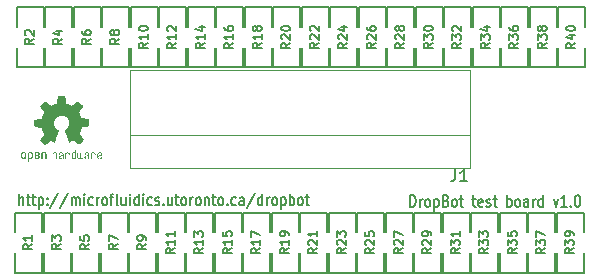
<source format=gto>
G04 (created by PCBNEW (2013-07-07 BZR 4022)-stable) date 04/02/2014 9:51:19 AM*
%MOIN*%
G04 Gerber Fmt 3.4, Leading zero omitted, Abs format*
%FSLAX34Y34*%
G01*
G70*
G90*
G04 APERTURE LIST*
%ADD10C,0.00590551*%
%ADD11C,0.00787402*%
%ADD12C,0.0039*%
%ADD13C,0.005*%
%ADD14C,0.0001*%
%ADD15C,0.008*%
G04 APERTURE END LIST*
G54D10*
G54D11*
X13593Y-49109D02*
X13593Y-48715D01*
X13728Y-49109D02*
X13728Y-48903D01*
X13713Y-48865D01*
X13683Y-48846D01*
X13638Y-48846D01*
X13608Y-48865D01*
X13593Y-48884D01*
X13833Y-48846D02*
X13953Y-48846D01*
X13878Y-48715D02*
X13878Y-49053D01*
X13893Y-49090D01*
X13923Y-49109D01*
X13953Y-49109D01*
X14013Y-48846D02*
X14133Y-48846D01*
X14058Y-48715D02*
X14058Y-49053D01*
X14073Y-49090D01*
X14103Y-49109D01*
X14133Y-49109D01*
X14238Y-48846D02*
X14238Y-49240D01*
X14238Y-48865D02*
X14268Y-48846D01*
X14328Y-48846D01*
X14358Y-48865D01*
X14373Y-48884D01*
X14388Y-48921D01*
X14388Y-49034D01*
X14373Y-49071D01*
X14358Y-49090D01*
X14328Y-49109D01*
X14268Y-49109D01*
X14238Y-49090D01*
X14522Y-49071D02*
X14537Y-49090D01*
X14522Y-49109D01*
X14507Y-49090D01*
X14522Y-49071D01*
X14522Y-49109D01*
X14522Y-48865D02*
X14537Y-48884D01*
X14522Y-48903D01*
X14507Y-48884D01*
X14522Y-48865D01*
X14522Y-48903D01*
X14897Y-48696D02*
X14627Y-49203D01*
X15227Y-48696D02*
X14957Y-49203D01*
X15332Y-49109D02*
X15332Y-48846D01*
X15332Y-48884D02*
X15347Y-48865D01*
X15377Y-48846D01*
X15422Y-48846D01*
X15452Y-48865D01*
X15467Y-48903D01*
X15467Y-49109D01*
X15467Y-48903D02*
X15482Y-48865D01*
X15512Y-48846D01*
X15557Y-48846D01*
X15587Y-48865D01*
X15602Y-48903D01*
X15602Y-49109D01*
X15752Y-49109D02*
X15752Y-48846D01*
X15752Y-48715D02*
X15737Y-48734D01*
X15752Y-48753D01*
X15767Y-48734D01*
X15752Y-48715D01*
X15752Y-48753D01*
X16037Y-49090D02*
X16007Y-49109D01*
X15947Y-49109D01*
X15917Y-49090D01*
X15902Y-49071D01*
X15887Y-49034D01*
X15887Y-48921D01*
X15902Y-48884D01*
X15917Y-48865D01*
X15947Y-48846D01*
X16007Y-48846D01*
X16037Y-48865D01*
X16172Y-49109D02*
X16172Y-48846D01*
X16172Y-48921D02*
X16187Y-48884D01*
X16202Y-48865D01*
X16232Y-48846D01*
X16262Y-48846D01*
X16412Y-49109D02*
X16382Y-49090D01*
X16367Y-49071D01*
X16352Y-49034D01*
X16352Y-48921D01*
X16367Y-48884D01*
X16382Y-48865D01*
X16412Y-48846D01*
X16457Y-48846D01*
X16487Y-48865D01*
X16502Y-48884D01*
X16517Y-48921D01*
X16517Y-49034D01*
X16502Y-49071D01*
X16487Y-49090D01*
X16457Y-49109D01*
X16412Y-49109D01*
X16607Y-48846D02*
X16727Y-48846D01*
X16652Y-49109D02*
X16652Y-48771D01*
X16667Y-48734D01*
X16697Y-48715D01*
X16727Y-48715D01*
X16877Y-49109D02*
X16847Y-49090D01*
X16832Y-49053D01*
X16832Y-48715D01*
X17132Y-48846D02*
X17132Y-49109D01*
X16997Y-48846D02*
X16997Y-49053D01*
X17012Y-49090D01*
X17042Y-49109D01*
X17087Y-49109D01*
X17117Y-49090D01*
X17132Y-49071D01*
X17282Y-49109D02*
X17282Y-48846D01*
X17282Y-48715D02*
X17267Y-48734D01*
X17282Y-48753D01*
X17297Y-48734D01*
X17282Y-48715D01*
X17282Y-48753D01*
X17567Y-49109D02*
X17567Y-48715D01*
X17567Y-49090D02*
X17537Y-49109D01*
X17477Y-49109D01*
X17447Y-49090D01*
X17432Y-49071D01*
X17417Y-49034D01*
X17417Y-48921D01*
X17432Y-48884D01*
X17447Y-48865D01*
X17477Y-48846D01*
X17537Y-48846D01*
X17567Y-48865D01*
X17717Y-49109D02*
X17717Y-48846D01*
X17717Y-48715D02*
X17702Y-48734D01*
X17717Y-48753D01*
X17732Y-48734D01*
X17717Y-48715D01*
X17717Y-48753D01*
X18002Y-49090D02*
X17972Y-49109D01*
X17912Y-49109D01*
X17882Y-49090D01*
X17867Y-49071D01*
X17852Y-49034D01*
X17852Y-48921D01*
X17867Y-48884D01*
X17882Y-48865D01*
X17912Y-48846D01*
X17972Y-48846D01*
X18002Y-48865D01*
X18122Y-49090D02*
X18152Y-49109D01*
X18212Y-49109D01*
X18242Y-49090D01*
X18257Y-49053D01*
X18257Y-49034D01*
X18242Y-48996D01*
X18212Y-48978D01*
X18167Y-48978D01*
X18137Y-48959D01*
X18122Y-48921D01*
X18122Y-48903D01*
X18137Y-48865D01*
X18167Y-48846D01*
X18212Y-48846D01*
X18242Y-48865D01*
X18392Y-49071D02*
X18407Y-49090D01*
X18392Y-49109D01*
X18377Y-49090D01*
X18392Y-49071D01*
X18392Y-49109D01*
X18677Y-48846D02*
X18677Y-49109D01*
X18542Y-48846D02*
X18542Y-49053D01*
X18557Y-49090D01*
X18587Y-49109D01*
X18632Y-49109D01*
X18662Y-49090D01*
X18677Y-49071D01*
X18782Y-48846D02*
X18902Y-48846D01*
X18827Y-48715D02*
X18827Y-49053D01*
X18842Y-49090D01*
X18872Y-49109D01*
X18902Y-49109D01*
X19052Y-49109D02*
X19022Y-49090D01*
X19007Y-49071D01*
X18992Y-49034D01*
X18992Y-48921D01*
X19007Y-48884D01*
X19022Y-48865D01*
X19052Y-48846D01*
X19097Y-48846D01*
X19127Y-48865D01*
X19142Y-48884D01*
X19157Y-48921D01*
X19157Y-49034D01*
X19142Y-49071D01*
X19127Y-49090D01*
X19097Y-49109D01*
X19052Y-49109D01*
X19292Y-49109D02*
X19292Y-48846D01*
X19292Y-48921D02*
X19307Y-48884D01*
X19322Y-48865D01*
X19352Y-48846D01*
X19382Y-48846D01*
X19532Y-49109D02*
X19502Y-49090D01*
X19487Y-49071D01*
X19472Y-49034D01*
X19472Y-48921D01*
X19487Y-48884D01*
X19502Y-48865D01*
X19532Y-48846D01*
X19577Y-48846D01*
X19607Y-48865D01*
X19622Y-48884D01*
X19637Y-48921D01*
X19637Y-49034D01*
X19622Y-49071D01*
X19607Y-49090D01*
X19577Y-49109D01*
X19532Y-49109D01*
X19772Y-48846D02*
X19772Y-49109D01*
X19772Y-48884D02*
X19787Y-48865D01*
X19817Y-48846D01*
X19862Y-48846D01*
X19892Y-48865D01*
X19907Y-48903D01*
X19907Y-49109D01*
X20012Y-48846D02*
X20132Y-48846D01*
X20057Y-48715D02*
X20057Y-49053D01*
X20072Y-49090D01*
X20102Y-49109D01*
X20132Y-49109D01*
X20282Y-49109D02*
X20252Y-49090D01*
X20237Y-49071D01*
X20222Y-49034D01*
X20222Y-48921D01*
X20237Y-48884D01*
X20252Y-48865D01*
X20282Y-48846D01*
X20327Y-48846D01*
X20357Y-48865D01*
X20372Y-48884D01*
X20387Y-48921D01*
X20387Y-49034D01*
X20372Y-49071D01*
X20357Y-49090D01*
X20327Y-49109D01*
X20282Y-49109D01*
X20522Y-49071D02*
X20537Y-49090D01*
X20522Y-49109D01*
X20507Y-49090D01*
X20522Y-49071D01*
X20522Y-49109D01*
X20807Y-49090D02*
X20777Y-49109D01*
X20717Y-49109D01*
X20687Y-49090D01*
X20672Y-49071D01*
X20657Y-49034D01*
X20657Y-48921D01*
X20672Y-48884D01*
X20687Y-48865D01*
X20717Y-48846D01*
X20777Y-48846D01*
X20807Y-48865D01*
X21077Y-49109D02*
X21077Y-48903D01*
X21062Y-48865D01*
X21032Y-48846D01*
X20972Y-48846D01*
X20942Y-48865D01*
X21077Y-49090D02*
X21047Y-49109D01*
X20972Y-49109D01*
X20942Y-49090D01*
X20927Y-49053D01*
X20927Y-49015D01*
X20942Y-48978D01*
X20972Y-48959D01*
X21047Y-48959D01*
X21077Y-48940D01*
X21452Y-48696D02*
X21182Y-49203D01*
X21692Y-49109D02*
X21692Y-48715D01*
X21692Y-49090D02*
X21662Y-49109D01*
X21602Y-49109D01*
X21572Y-49090D01*
X21557Y-49071D01*
X21542Y-49034D01*
X21542Y-48921D01*
X21557Y-48884D01*
X21572Y-48865D01*
X21602Y-48846D01*
X21662Y-48846D01*
X21692Y-48865D01*
X21842Y-49109D02*
X21842Y-48846D01*
X21842Y-48921D02*
X21857Y-48884D01*
X21872Y-48865D01*
X21902Y-48846D01*
X21932Y-48846D01*
X22082Y-49109D02*
X22052Y-49090D01*
X22037Y-49071D01*
X22022Y-49034D01*
X22022Y-48921D01*
X22037Y-48884D01*
X22052Y-48865D01*
X22082Y-48846D01*
X22127Y-48846D01*
X22157Y-48865D01*
X22172Y-48884D01*
X22187Y-48921D01*
X22187Y-49034D01*
X22172Y-49071D01*
X22157Y-49090D01*
X22127Y-49109D01*
X22082Y-49109D01*
X22322Y-48846D02*
X22322Y-49240D01*
X22322Y-48865D02*
X22352Y-48846D01*
X22411Y-48846D01*
X22441Y-48865D01*
X22456Y-48884D01*
X22471Y-48921D01*
X22471Y-49034D01*
X22456Y-49071D01*
X22441Y-49090D01*
X22411Y-49109D01*
X22352Y-49109D01*
X22322Y-49090D01*
X22606Y-49109D02*
X22606Y-48715D01*
X22606Y-48865D02*
X22636Y-48846D01*
X22696Y-48846D01*
X22726Y-48865D01*
X22741Y-48884D01*
X22756Y-48921D01*
X22756Y-49034D01*
X22741Y-49071D01*
X22726Y-49090D01*
X22696Y-49109D01*
X22636Y-49109D01*
X22606Y-49090D01*
X22936Y-49109D02*
X22906Y-49090D01*
X22891Y-49071D01*
X22876Y-49034D01*
X22876Y-48921D01*
X22891Y-48884D01*
X22906Y-48865D01*
X22936Y-48846D01*
X22981Y-48846D01*
X23011Y-48865D01*
X23026Y-48884D01*
X23041Y-48921D01*
X23041Y-49034D01*
X23026Y-49071D01*
X23011Y-49090D01*
X22981Y-49109D01*
X22936Y-49109D01*
X23131Y-48846D02*
X23251Y-48846D01*
X23176Y-48715D02*
X23176Y-49053D01*
X23191Y-49090D01*
X23221Y-49109D01*
X23251Y-49109D01*
X26630Y-49159D02*
X26630Y-48765D01*
X26705Y-48765D01*
X26750Y-48784D01*
X26780Y-48821D01*
X26795Y-48859D01*
X26810Y-48934D01*
X26810Y-48990D01*
X26795Y-49065D01*
X26780Y-49103D01*
X26750Y-49140D01*
X26705Y-49159D01*
X26630Y-49159D01*
X26945Y-49159D02*
X26945Y-48896D01*
X26945Y-48971D02*
X26960Y-48934D01*
X26975Y-48915D01*
X27005Y-48896D01*
X27035Y-48896D01*
X27185Y-49159D02*
X27155Y-49140D01*
X27140Y-49121D01*
X27125Y-49084D01*
X27125Y-48971D01*
X27140Y-48934D01*
X27155Y-48915D01*
X27185Y-48896D01*
X27230Y-48896D01*
X27260Y-48915D01*
X27275Y-48934D01*
X27290Y-48971D01*
X27290Y-49084D01*
X27275Y-49121D01*
X27260Y-49140D01*
X27230Y-49159D01*
X27185Y-49159D01*
X27425Y-48896D02*
X27425Y-49290D01*
X27425Y-48915D02*
X27455Y-48896D01*
X27515Y-48896D01*
X27545Y-48915D01*
X27560Y-48934D01*
X27575Y-48971D01*
X27575Y-49084D01*
X27560Y-49121D01*
X27545Y-49140D01*
X27515Y-49159D01*
X27455Y-49159D01*
X27425Y-49140D01*
X27815Y-48953D02*
X27860Y-48971D01*
X27875Y-48990D01*
X27890Y-49028D01*
X27890Y-49084D01*
X27875Y-49121D01*
X27860Y-49140D01*
X27830Y-49159D01*
X27710Y-49159D01*
X27710Y-48765D01*
X27815Y-48765D01*
X27845Y-48784D01*
X27860Y-48803D01*
X27875Y-48840D01*
X27875Y-48878D01*
X27860Y-48915D01*
X27845Y-48934D01*
X27815Y-48953D01*
X27710Y-48953D01*
X28070Y-49159D02*
X28040Y-49140D01*
X28025Y-49121D01*
X28010Y-49084D01*
X28010Y-48971D01*
X28025Y-48934D01*
X28040Y-48915D01*
X28070Y-48896D01*
X28115Y-48896D01*
X28145Y-48915D01*
X28160Y-48934D01*
X28175Y-48971D01*
X28175Y-49084D01*
X28160Y-49121D01*
X28145Y-49140D01*
X28115Y-49159D01*
X28070Y-49159D01*
X28265Y-48896D02*
X28385Y-48896D01*
X28310Y-48765D02*
X28310Y-49103D01*
X28325Y-49140D01*
X28355Y-49159D01*
X28385Y-49159D01*
X28685Y-48896D02*
X28805Y-48896D01*
X28730Y-48765D02*
X28730Y-49103D01*
X28745Y-49140D01*
X28775Y-49159D01*
X28805Y-49159D01*
X29030Y-49140D02*
X29000Y-49159D01*
X28940Y-49159D01*
X28910Y-49140D01*
X28895Y-49103D01*
X28895Y-48953D01*
X28910Y-48915D01*
X28940Y-48896D01*
X29000Y-48896D01*
X29030Y-48915D01*
X29045Y-48953D01*
X29045Y-48990D01*
X28895Y-49028D01*
X29165Y-49140D02*
X29195Y-49159D01*
X29255Y-49159D01*
X29285Y-49140D01*
X29300Y-49103D01*
X29300Y-49084D01*
X29285Y-49046D01*
X29255Y-49028D01*
X29210Y-49028D01*
X29180Y-49009D01*
X29165Y-48971D01*
X29165Y-48953D01*
X29180Y-48915D01*
X29210Y-48896D01*
X29255Y-48896D01*
X29285Y-48915D01*
X29390Y-48896D02*
X29509Y-48896D01*
X29435Y-48765D02*
X29435Y-49103D01*
X29449Y-49140D01*
X29479Y-49159D01*
X29509Y-49159D01*
X29854Y-49159D02*
X29854Y-48765D01*
X29854Y-48915D02*
X29884Y-48896D01*
X29944Y-48896D01*
X29974Y-48915D01*
X29989Y-48934D01*
X30004Y-48971D01*
X30004Y-49084D01*
X29989Y-49121D01*
X29974Y-49140D01*
X29944Y-49159D01*
X29884Y-49159D01*
X29854Y-49140D01*
X30184Y-49159D02*
X30154Y-49140D01*
X30139Y-49121D01*
X30124Y-49084D01*
X30124Y-48971D01*
X30139Y-48934D01*
X30154Y-48915D01*
X30184Y-48896D01*
X30229Y-48896D01*
X30259Y-48915D01*
X30274Y-48934D01*
X30289Y-48971D01*
X30289Y-49084D01*
X30274Y-49121D01*
X30259Y-49140D01*
X30229Y-49159D01*
X30184Y-49159D01*
X30559Y-49159D02*
X30559Y-48953D01*
X30544Y-48915D01*
X30514Y-48896D01*
X30454Y-48896D01*
X30424Y-48915D01*
X30559Y-49140D02*
X30529Y-49159D01*
X30454Y-49159D01*
X30424Y-49140D01*
X30409Y-49103D01*
X30409Y-49065D01*
X30424Y-49028D01*
X30454Y-49009D01*
X30529Y-49009D01*
X30559Y-48990D01*
X30709Y-49159D02*
X30709Y-48896D01*
X30709Y-48971D02*
X30724Y-48934D01*
X30739Y-48915D01*
X30769Y-48896D01*
X30799Y-48896D01*
X31039Y-49159D02*
X31039Y-48765D01*
X31039Y-49140D02*
X31009Y-49159D01*
X30949Y-49159D01*
X30919Y-49140D01*
X30904Y-49121D01*
X30889Y-49084D01*
X30889Y-48971D01*
X30904Y-48934D01*
X30919Y-48915D01*
X30949Y-48896D01*
X31009Y-48896D01*
X31039Y-48915D01*
X31399Y-48896D02*
X31474Y-49159D01*
X31549Y-48896D01*
X31834Y-49159D02*
X31654Y-49159D01*
X31744Y-49159D02*
X31744Y-48765D01*
X31714Y-48821D01*
X31684Y-48859D01*
X31654Y-48878D01*
X31969Y-49121D02*
X31984Y-49140D01*
X31969Y-49159D01*
X31954Y-49140D01*
X31969Y-49121D01*
X31969Y-49159D01*
X32179Y-48765D02*
X32209Y-48765D01*
X32239Y-48784D01*
X32254Y-48803D01*
X32269Y-48840D01*
X32284Y-48915D01*
X32284Y-49009D01*
X32269Y-49084D01*
X32254Y-49121D01*
X32239Y-49140D01*
X32209Y-49159D01*
X32179Y-49159D01*
X32149Y-49140D01*
X32134Y-49121D01*
X32119Y-49084D01*
X32104Y-49009D01*
X32104Y-48915D01*
X32119Y-48840D01*
X32134Y-48803D01*
X32149Y-48784D01*
X32179Y-48765D01*
G54D12*
X28619Y-44583D02*
X17281Y-44583D01*
X28619Y-47851D02*
X28619Y-44583D01*
X17281Y-47851D02*
X17281Y-44583D01*
X28619Y-46749D02*
X17281Y-46749D01*
X17281Y-47851D02*
X28619Y-47851D01*
G54D13*
X20150Y-44500D02*
X21050Y-44500D01*
X21050Y-44500D02*
X21050Y-43850D01*
X20150Y-43150D02*
X20150Y-42500D01*
X20150Y-42500D02*
X21050Y-42500D01*
X21050Y-42500D02*
X21050Y-43150D01*
X20150Y-43850D02*
X20150Y-44500D01*
X26800Y-44500D02*
X27700Y-44500D01*
X27700Y-44500D02*
X27700Y-43850D01*
X26800Y-43150D02*
X26800Y-42500D01*
X26800Y-42500D02*
X27700Y-42500D01*
X27700Y-42500D02*
X27700Y-43150D01*
X26800Y-43850D02*
X26800Y-44500D01*
X27650Y-49350D02*
X26750Y-49350D01*
X26750Y-49350D02*
X26750Y-50000D01*
X27650Y-50700D02*
X27650Y-51350D01*
X27650Y-51350D02*
X26750Y-51350D01*
X26750Y-51350D02*
X26750Y-50700D01*
X27650Y-50000D02*
X27650Y-49350D01*
X25850Y-44500D02*
X26750Y-44500D01*
X26750Y-44500D02*
X26750Y-43850D01*
X25850Y-43150D02*
X25850Y-42500D01*
X25850Y-42500D02*
X26750Y-42500D01*
X26750Y-42500D02*
X26750Y-43150D01*
X25850Y-43850D02*
X25850Y-44500D01*
X26700Y-49350D02*
X25800Y-49350D01*
X25800Y-49350D02*
X25800Y-50000D01*
X26700Y-50700D02*
X26700Y-51350D01*
X26700Y-51350D02*
X25800Y-51350D01*
X25800Y-51350D02*
X25800Y-50700D01*
X26700Y-50000D02*
X26700Y-49350D01*
X24900Y-44500D02*
X25800Y-44500D01*
X25800Y-44500D02*
X25800Y-43850D01*
X24900Y-43150D02*
X24900Y-42500D01*
X24900Y-42500D02*
X25800Y-42500D01*
X25800Y-42500D02*
X25800Y-43150D01*
X24900Y-43850D02*
X24900Y-44500D01*
X25750Y-49350D02*
X24850Y-49350D01*
X24850Y-49350D02*
X24850Y-50000D01*
X25750Y-50700D02*
X25750Y-51350D01*
X25750Y-51350D02*
X24850Y-51350D01*
X24850Y-51350D02*
X24850Y-50700D01*
X25750Y-50000D02*
X25750Y-49350D01*
X23950Y-44500D02*
X24850Y-44500D01*
X24850Y-44500D02*
X24850Y-43850D01*
X23950Y-43150D02*
X23950Y-42500D01*
X23950Y-42500D02*
X24850Y-42500D01*
X24850Y-42500D02*
X24850Y-43150D01*
X23950Y-43850D02*
X23950Y-44500D01*
X24800Y-49350D02*
X23900Y-49350D01*
X23900Y-49350D02*
X23900Y-50000D01*
X24800Y-50700D02*
X24800Y-51350D01*
X24800Y-51350D02*
X23900Y-51350D01*
X23900Y-51350D02*
X23900Y-50700D01*
X24800Y-50000D02*
X24800Y-49350D01*
X23000Y-44500D02*
X23900Y-44500D01*
X23900Y-44500D02*
X23900Y-43850D01*
X23000Y-43150D02*
X23000Y-42500D01*
X23000Y-42500D02*
X23900Y-42500D01*
X23900Y-42500D02*
X23900Y-43150D01*
X23000Y-43850D02*
X23000Y-44500D01*
X23850Y-49350D02*
X22950Y-49350D01*
X22950Y-49350D02*
X22950Y-50000D01*
X23850Y-50700D02*
X23850Y-51350D01*
X23850Y-51350D02*
X22950Y-51350D01*
X22950Y-51350D02*
X22950Y-50700D01*
X23850Y-50000D02*
X23850Y-49350D01*
X22050Y-44500D02*
X22950Y-44500D01*
X22950Y-44500D02*
X22950Y-43850D01*
X22050Y-43150D02*
X22050Y-42500D01*
X22050Y-42500D02*
X22950Y-42500D01*
X22950Y-42500D02*
X22950Y-43150D01*
X22050Y-43850D02*
X22050Y-44500D01*
X22900Y-49350D02*
X22000Y-49350D01*
X22000Y-49350D02*
X22000Y-50000D01*
X22900Y-50700D02*
X22900Y-51350D01*
X22900Y-51350D02*
X22000Y-51350D01*
X22000Y-51350D02*
X22000Y-50700D01*
X22900Y-50000D02*
X22900Y-49350D01*
X21100Y-44500D02*
X22000Y-44500D01*
X22000Y-44500D02*
X22000Y-43850D01*
X21100Y-43150D02*
X21100Y-42500D01*
X21100Y-42500D02*
X22000Y-42500D01*
X22000Y-42500D02*
X22000Y-43150D01*
X21100Y-43850D02*
X21100Y-44500D01*
X21950Y-49350D02*
X21050Y-49350D01*
X21050Y-49350D02*
X21050Y-50000D01*
X21950Y-50700D02*
X21950Y-51350D01*
X21950Y-51350D02*
X21050Y-51350D01*
X21050Y-51350D02*
X21050Y-50700D01*
X21950Y-50000D02*
X21950Y-49350D01*
X28600Y-49350D02*
X27700Y-49350D01*
X27700Y-49350D02*
X27700Y-50000D01*
X28600Y-50700D02*
X28600Y-51350D01*
X28600Y-51350D02*
X27700Y-51350D01*
X27700Y-51350D02*
X27700Y-50700D01*
X28600Y-50000D02*
X28600Y-49350D01*
X21000Y-49350D02*
X20100Y-49350D01*
X20100Y-49350D02*
X20100Y-50000D01*
X21000Y-50700D02*
X21000Y-51350D01*
X21000Y-51350D02*
X20100Y-51350D01*
X20100Y-51350D02*
X20100Y-50700D01*
X21000Y-50000D02*
X21000Y-49350D01*
X19200Y-44500D02*
X20100Y-44500D01*
X20100Y-44500D02*
X20100Y-43850D01*
X19200Y-43150D02*
X19200Y-42500D01*
X19200Y-42500D02*
X20100Y-42500D01*
X20100Y-42500D02*
X20100Y-43150D01*
X19200Y-43850D02*
X19200Y-44500D01*
X20050Y-49350D02*
X19150Y-49350D01*
X19150Y-49350D02*
X19150Y-50000D01*
X20050Y-50700D02*
X20050Y-51350D01*
X20050Y-51350D02*
X19150Y-51350D01*
X19150Y-51350D02*
X19150Y-50700D01*
X20050Y-50000D02*
X20050Y-49350D01*
X18250Y-44500D02*
X19150Y-44500D01*
X19150Y-44500D02*
X19150Y-43850D01*
X18250Y-43150D02*
X18250Y-42500D01*
X18250Y-42500D02*
X19150Y-42500D01*
X19150Y-42500D02*
X19150Y-43150D01*
X18250Y-43850D02*
X18250Y-44500D01*
X19100Y-49350D02*
X18200Y-49350D01*
X18200Y-49350D02*
X18200Y-50000D01*
X19100Y-50700D02*
X19100Y-51350D01*
X19100Y-51350D02*
X18200Y-51350D01*
X18200Y-51350D02*
X18200Y-50700D01*
X19100Y-50000D02*
X19100Y-49350D01*
X17300Y-44500D02*
X18200Y-44500D01*
X18200Y-44500D02*
X18200Y-43850D01*
X17300Y-43150D02*
X17300Y-42500D01*
X17300Y-42500D02*
X18200Y-42500D01*
X18200Y-42500D02*
X18200Y-43150D01*
X17300Y-43850D02*
X17300Y-44500D01*
X18150Y-49350D02*
X17250Y-49350D01*
X17250Y-49350D02*
X17250Y-50000D01*
X18150Y-50700D02*
X18150Y-51350D01*
X18150Y-51350D02*
X17250Y-51350D01*
X17250Y-51350D02*
X17250Y-50700D01*
X18150Y-50000D02*
X18150Y-49350D01*
X16350Y-44500D02*
X17250Y-44500D01*
X17250Y-44500D02*
X17250Y-43850D01*
X16350Y-43150D02*
X16350Y-42500D01*
X16350Y-42500D02*
X17250Y-42500D01*
X17250Y-42500D02*
X17250Y-43150D01*
X16350Y-43850D02*
X16350Y-44500D01*
X17200Y-49350D02*
X16300Y-49350D01*
X16300Y-49350D02*
X16300Y-50000D01*
X17200Y-50700D02*
X17200Y-51350D01*
X17200Y-51350D02*
X16300Y-51350D01*
X16300Y-51350D02*
X16300Y-50700D01*
X17200Y-50000D02*
X17200Y-49350D01*
X15400Y-44500D02*
X16300Y-44500D01*
X16300Y-44500D02*
X16300Y-43850D01*
X15400Y-43150D02*
X15400Y-42500D01*
X15400Y-42500D02*
X16300Y-42500D01*
X16300Y-42500D02*
X16300Y-43150D01*
X15400Y-43850D02*
X15400Y-44500D01*
X16250Y-49350D02*
X15350Y-49350D01*
X15350Y-49350D02*
X15350Y-50000D01*
X16250Y-50700D02*
X16250Y-51350D01*
X16250Y-51350D02*
X15350Y-51350D01*
X15350Y-51350D02*
X15350Y-50700D01*
X16250Y-50000D02*
X16250Y-49350D01*
X14450Y-44500D02*
X15350Y-44500D01*
X15350Y-44500D02*
X15350Y-43850D01*
X14450Y-43150D02*
X14450Y-42500D01*
X14450Y-42500D02*
X15350Y-42500D01*
X15350Y-42500D02*
X15350Y-43150D01*
X14450Y-43850D02*
X14450Y-44500D01*
X15300Y-49350D02*
X14400Y-49350D01*
X14400Y-49350D02*
X14400Y-50000D01*
X15300Y-50700D02*
X15300Y-51350D01*
X15300Y-51350D02*
X14400Y-51350D01*
X14400Y-51350D02*
X14400Y-50700D01*
X15300Y-50000D02*
X15300Y-49350D01*
X13500Y-44500D02*
X14400Y-44500D01*
X14400Y-44500D02*
X14400Y-43850D01*
X13500Y-43150D02*
X13500Y-42500D01*
X13500Y-42500D02*
X14400Y-42500D01*
X14400Y-42500D02*
X14400Y-43150D01*
X13500Y-43850D02*
X13500Y-44500D01*
X14350Y-49350D02*
X13450Y-49350D01*
X13450Y-49350D02*
X13450Y-50000D01*
X14350Y-50700D02*
X14350Y-51350D01*
X14350Y-51350D02*
X13450Y-51350D01*
X13450Y-51350D02*
X13450Y-50700D01*
X14350Y-50000D02*
X14350Y-49350D01*
X31550Y-44500D02*
X32450Y-44500D01*
X32450Y-44500D02*
X32450Y-43850D01*
X31550Y-43150D02*
X31550Y-42500D01*
X31550Y-42500D02*
X32450Y-42500D01*
X32450Y-42500D02*
X32450Y-43150D01*
X31550Y-43850D02*
X31550Y-44500D01*
X32400Y-49350D02*
X31500Y-49350D01*
X31500Y-49350D02*
X31500Y-50000D01*
X32400Y-50700D02*
X32400Y-51350D01*
X32400Y-51350D02*
X31500Y-51350D01*
X31500Y-51350D02*
X31500Y-50700D01*
X32400Y-50000D02*
X32400Y-49350D01*
X30600Y-44500D02*
X31500Y-44500D01*
X31500Y-44500D02*
X31500Y-43850D01*
X30600Y-43150D02*
X30600Y-42500D01*
X30600Y-42500D02*
X31500Y-42500D01*
X31500Y-42500D02*
X31500Y-43150D01*
X30600Y-43850D02*
X30600Y-44500D01*
X31450Y-49350D02*
X30550Y-49350D01*
X30550Y-49350D02*
X30550Y-50000D01*
X31450Y-50700D02*
X31450Y-51350D01*
X31450Y-51350D02*
X30550Y-51350D01*
X30550Y-51350D02*
X30550Y-50700D01*
X31450Y-50000D02*
X31450Y-49350D01*
X29650Y-44500D02*
X30550Y-44500D01*
X30550Y-44500D02*
X30550Y-43850D01*
X29650Y-43150D02*
X29650Y-42500D01*
X29650Y-42500D02*
X30550Y-42500D01*
X30550Y-42500D02*
X30550Y-43150D01*
X29650Y-43850D02*
X29650Y-44500D01*
X30500Y-49350D02*
X29600Y-49350D01*
X29600Y-49350D02*
X29600Y-50000D01*
X30500Y-50700D02*
X30500Y-51350D01*
X30500Y-51350D02*
X29600Y-51350D01*
X29600Y-51350D02*
X29600Y-50700D01*
X30500Y-50000D02*
X30500Y-49350D01*
X28700Y-44500D02*
X29600Y-44500D01*
X29600Y-44500D02*
X29600Y-43850D01*
X28700Y-43150D02*
X28700Y-42500D01*
X28700Y-42500D02*
X29600Y-42500D01*
X29600Y-42500D02*
X29600Y-43150D01*
X28700Y-43850D02*
X28700Y-44500D01*
X29550Y-49350D02*
X28650Y-49350D01*
X28650Y-49350D02*
X28650Y-50000D01*
X29550Y-50700D02*
X29550Y-51350D01*
X29550Y-51350D02*
X28650Y-51350D01*
X28650Y-51350D02*
X28650Y-50700D01*
X29550Y-50000D02*
X29550Y-49350D01*
X27750Y-44500D02*
X28650Y-44500D01*
X28650Y-44500D02*
X28650Y-43850D01*
X27750Y-43150D02*
X27750Y-42500D01*
X27750Y-42500D02*
X28650Y-42500D01*
X28650Y-42500D02*
X28650Y-43150D01*
X27750Y-43850D02*
X27750Y-44500D01*
G54D14*
G36*
X14910Y-45470D02*
X14920Y-45470D01*
X14920Y-45480D01*
X14910Y-45480D01*
X14910Y-45470D01*
X14910Y-45470D01*
G37*
G36*
X14920Y-45470D02*
X14930Y-45470D01*
X14930Y-45480D01*
X14920Y-45480D01*
X14920Y-45470D01*
X14920Y-45470D01*
G37*
G36*
X14930Y-45470D02*
X14940Y-45470D01*
X14940Y-45480D01*
X14930Y-45480D01*
X14930Y-45470D01*
X14930Y-45470D01*
G37*
G36*
X14940Y-45470D02*
X14950Y-45470D01*
X14950Y-45480D01*
X14940Y-45480D01*
X14940Y-45470D01*
X14940Y-45470D01*
G37*
G36*
X14950Y-45470D02*
X14960Y-45470D01*
X14960Y-45480D01*
X14950Y-45480D01*
X14950Y-45470D01*
X14950Y-45470D01*
G37*
G36*
X14960Y-45470D02*
X14970Y-45470D01*
X14970Y-45480D01*
X14960Y-45480D01*
X14960Y-45470D01*
X14960Y-45470D01*
G37*
G36*
X14970Y-45470D02*
X14980Y-45470D01*
X14980Y-45480D01*
X14970Y-45480D01*
X14970Y-45470D01*
X14970Y-45470D01*
G37*
G36*
X14980Y-45470D02*
X14990Y-45470D01*
X14990Y-45480D01*
X14980Y-45480D01*
X14980Y-45470D01*
X14980Y-45470D01*
G37*
G36*
X14990Y-45470D02*
X15000Y-45470D01*
X15000Y-45480D01*
X14990Y-45480D01*
X14990Y-45470D01*
X14990Y-45470D01*
G37*
G36*
X15000Y-45470D02*
X15010Y-45470D01*
X15010Y-45480D01*
X15000Y-45480D01*
X15000Y-45470D01*
X15000Y-45470D01*
G37*
G36*
X15010Y-45470D02*
X15020Y-45470D01*
X15020Y-45480D01*
X15010Y-45480D01*
X15010Y-45470D01*
X15010Y-45470D01*
G37*
G36*
X15020Y-45470D02*
X15030Y-45470D01*
X15030Y-45480D01*
X15020Y-45480D01*
X15020Y-45470D01*
X15020Y-45470D01*
G37*
G36*
X15030Y-45470D02*
X15040Y-45470D01*
X15040Y-45480D01*
X15030Y-45480D01*
X15030Y-45470D01*
X15030Y-45470D01*
G37*
G36*
X15040Y-45470D02*
X15050Y-45470D01*
X15050Y-45480D01*
X15040Y-45480D01*
X15040Y-45470D01*
X15040Y-45470D01*
G37*
G36*
X15050Y-45470D02*
X15060Y-45470D01*
X15060Y-45480D01*
X15050Y-45480D01*
X15050Y-45470D01*
X15050Y-45470D01*
G37*
G36*
X15060Y-45470D02*
X15070Y-45470D01*
X15070Y-45480D01*
X15060Y-45480D01*
X15060Y-45470D01*
X15060Y-45470D01*
G37*
G36*
X15070Y-45470D02*
X15080Y-45470D01*
X15080Y-45480D01*
X15070Y-45480D01*
X15070Y-45470D01*
X15070Y-45470D01*
G37*
G36*
X15080Y-45470D02*
X15090Y-45470D01*
X15090Y-45480D01*
X15080Y-45480D01*
X15080Y-45470D01*
X15080Y-45470D01*
G37*
G36*
X15090Y-45470D02*
X15100Y-45470D01*
X15100Y-45480D01*
X15090Y-45480D01*
X15090Y-45470D01*
X15090Y-45470D01*
G37*
G36*
X15100Y-45470D02*
X15110Y-45470D01*
X15110Y-45480D01*
X15100Y-45480D01*
X15100Y-45470D01*
X15100Y-45470D01*
G37*
G36*
X14890Y-45480D02*
X14900Y-45480D01*
X14900Y-45490D01*
X14890Y-45490D01*
X14890Y-45480D01*
X14890Y-45480D01*
G37*
G36*
X14900Y-45480D02*
X14910Y-45480D01*
X14910Y-45490D01*
X14900Y-45490D01*
X14900Y-45480D01*
X14900Y-45480D01*
G37*
G36*
X14910Y-45480D02*
X14920Y-45480D01*
X14920Y-45490D01*
X14910Y-45490D01*
X14910Y-45480D01*
X14910Y-45480D01*
G37*
G36*
X14920Y-45480D02*
X14930Y-45480D01*
X14930Y-45490D01*
X14920Y-45490D01*
X14920Y-45480D01*
X14920Y-45480D01*
G37*
G36*
X14930Y-45480D02*
X14940Y-45480D01*
X14940Y-45490D01*
X14930Y-45490D01*
X14930Y-45480D01*
X14930Y-45480D01*
G37*
G36*
X14940Y-45480D02*
X14950Y-45480D01*
X14950Y-45490D01*
X14940Y-45490D01*
X14940Y-45480D01*
X14940Y-45480D01*
G37*
G36*
X14950Y-45480D02*
X14960Y-45480D01*
X14960Y-45490D01*
X14950Y-45490D01*
X14950Y-45480D01*
X14950Y-45480D01*
G37*
G36*
X14960Y-45480D02*
X14970Y-45480D01*
X14970Y-45490D01*
X14960Y-45490D01*
X14960Y-45480D01*
X14960Y-45480D01*
G37*
G36*
X14970Y-45480D02*
X14980Y-45480D01*
X14980Y-45490D01*
X14970Y-45490D01*
X14970Y-45480D01*
X14970Y-45480D01*
G37*
G36*
X14980Y-45480D02*
X14990Y-45480D01*
X14990Y-45490D01*
X14980Y-45490D01*
X14980Y-45480D01*
X14980Y-45480D01*
G37*
G36*
X14990Y-45480D02*
X15000Y-45480D01*
X15000Y-45490D01*
X14990Y-45490D01*
X14990Y-45480D01*
X14990Y-45480D01*
G37*
G36*
X15000Y-45480D02*
X15010Y-45480D01*
X15010Y-45490D01*
X15000Y-45490D01*
X15000Y-45480D01*
X15000Y-45480D01*
G37*
G36*
X15010Y-45480D02*
X15020Y-45480D01*
X15020Y-45490D01*
X15010Y-45490D01*
X15010Y-45480D01*
X15010Y-45480D01*
G37*
G36*
X15020Y-45480D02*
X15030Y-45480D01*
X15030Y-45490D01*
X15020Y-45490D01*
X15020Y-45480D01*
X15020Y-45480D01*
G37*
G36*
X15030Y-45480D02*
X15040Y-45480D01*
X15040Y-45490D01*
X15030Y-45490D01*
X15030Y-45480D01*
X15030Y-45480D01*
G37*
G36*
X15040Y-45480D02*
X15050Y-45480D01*
X15050Y-45490D01*
X15040Y-45490D01*
X15040Y-45480D01*
X15040Y-45480D01*
G37*
G36*
X15050Y-45480D02*
X15060Y-45480D01*
X15060Y-45490D01*
X15050Y-45490D01*
X15050Y-45480D01*
X15050Y-45480D01*
G37*
G36*
X15060Y-45480D02*
X15070Y-45480D01*
X15070Y-45490D01*
X15060Y-45490D01*
X15060Y-45480D01*
X15060Y-45480D01*
G37*
G36*
X15070Y-45480D02*
X15080Y-45480D01*
X15080Y-45490D01*
X15070Y-45490D01*
X15070Y-45480D01*
X15070Y-45480D01*
G37*
G36*
X15080Y-45480D02*
X15090Y-45480D01*
X15090Y-45490D01*
X15080Y-45490D01*
X15080Y-45480D01*
X15080Y-45480D01*
G37*
G36*
X15090Y-45480D02*
X15100Y-45480D01*
X15100Y-45490D01*
X15090Y-45490D01*
X15090Y-45480D01*
X15090Y-45480D01*
G37*
G36*
X15100Y-45480D02*
X15110Y-45480D01*
X15110Y-45490D01*
X15100Y-45490D01*
X15100Y-45480D01*
X15100Y-45480D01*
G37*
G36*
X15110Y-45480D02*
X15120Y-45480D01*
X15120Y-45490D01*
X15110Y-45490D01*
X15110Y-45480D01*
X15110Y-45480D01*
G37*
G36*
X15120Y-45480D02*
X15130Y-45480D01*
X15130Y-45490D01*
X15120Y-45490D01*
X15120Y-45480D01*
X15120Y-45480D01*
G37*
G36*
X14880Y-45490D02*
X14890Y-45490D01*
X14890Y-45500D01*
X14880Y-45500D01*
X14880Y-45490D01*
X14880Y-45490D01*
G37*
G36*
X14890Y-45490D02*
X14900Y-45490D01*
X14900Y-45500D01*
X14890Y-45500D01*
X14890Y-45490D01*
X14890Y-45490D01*
G37*
G36*
X14900Y-45490D02*
X14910Y-45490D01*
X14910Y-45500D01*
X14900Y-45500D01*
X14900Y-45490D01*
X14900Y-45490D01*
G37*
G36*
X14910Y-45490D02*
X14920Y-45490D01*
X14920Y-45500D01*
X14910Y-45500D01*
X14910Y-45490D01*
X14910Y-45490D01*
G37*
G36*
X14920Y-45490D02*
X14930Y-45490D01*
X14930Y-45500D01*
X14920Y-45500D01*
X14920Y-45490D01*
X14920Y-45490D01*
G37*
G36*
X14930Y-45490D02*
X14940Y-45490D01*
X14940Y-45500D01*
X14930Y-45500D01*
X14930Y-45490D01*
X14930Y-45490D01*
G37*
G36*
X14940Y-45490D02*
X14950Y-45490D01*
X14950Y-45500D01*
X14940Y-45500D01*
X14940Y-45490D01*
X14940Y-45490D01*
G37*
G36*
X14950Y-45490D02*
X14960Y-45490D01*
X14960Y-45500D01*
X14950Y-45500D01*
X14950Y-45490D01*
X14950Y-45490D01*
G37*
G36*
X14960Y-45490D02*
X14970Y-45490D01*
X14970Y-45500D01*
X14960Y-45500D01*
X14960Y-45490D01*
X14960Y-45490D01*
G37*
G36*
X14970Y-45490D02*
X14980Y-45490D01*
X14980Y-45500D01*
X14970Y-45500D01*
X14970Y-45490D01*
X14970Y-45490D01*
G37*
G36*
X14980Y-45490D02*
X14990Y-45490D01*
X14990Y-45500D01*
X14980Y-45500D01*
X14980Y-45490D01*
X14980Y-45490D01*
G37*
G36*
X14990Y-45490D02*
X15000Y-45490D01*
X15000Y-45500D01*
X14990Y-45500D01*
X14990Y-45490D01*
X14990Y-45490D01*
G37*
G36*
X15000Y-45490D02*
X15010Y-45490D01*
X15010Y-45500D01*
X15000Y-45500D01*
X15000Y-45490D01*
X15000Y-45490D01*
G37*
G36*
X15010Y-45490D02*
X15020Y-45490D01*
X15020Y-45500D01*
X15010Y-45500D01*
X15010Y-45490D01*
X15010Y-45490D01*
G37*
G36*
X15020Y-45490D02*
X15030Y-45490D01*
X15030Y-45500D01*
X15020Y-45500D01*
X15020Y-45490D01*
X15020Y-45490D01*
G37*
G36*
X15030Y-45490D02*
X15040Y-45490D01*
X15040Y-45500D01*
X15030Y-45500D01*
X15030Y-45490D01*
X15030Y-45490D01*
G37*
G36*
X15040Y-45490D02*
X15050Y-45490D01*
X15050Y-45500D01*
X15040Y-45500D01*
X15040Y-45490D01*
X15040Y-45490D01*
G37*
G36*
X15050Y-45490D02*
X15060Y-45490D01*
X15060Y-45500D01*
X15050Y-45500D01*
X15050Y-45490D01*
X15050Y-45490D01*
G37*
G36*
X15060Y-45490D02*
X15070Y-45490D01*
X15070Y-45500D01*
X15060Y-45500D01*
X15060Y-45490D01*
X15060Y-45490D01*
G37*
G36*
X15070Y-45490D02*
X15080Y-45490D01*
X15080Y-45500D01*
X15070Y-45500D01*
X15070Y-45490D01*
X15070Y-45490D01*
G37*
G36*
X15080Y-45490D02*
X15090Y-45490D01*
X15090Y-45500D01*
X15080Y-45500D01*
X15080Y-45490D01*
X15080Y-45490D01*
G37*
G36*
X15090Y-45490D02*
X15100Y-45490D01*
X15100Y-45500D01*
X15090Y-45500D01*
X15090Y-45490D01*
X15090Y-45490D01*
G37*
G36*
X15100Y-45490D02*
X15110Y-45490D01*
X15110Y-45500D01*
X15100Y-45500D01*
X15100Y-45490D01*
X15100Y-45490D01*
G37*
G36*
X15110Y-45490D02*
X15120Y-45490D01*
X15120Y-45500D01*
X15110Y-45500D01*
X15110Y-45490D01*
X15110Y-45490D01*
G37*
G36*
X15120Y-45490D02*
X15130Y-45490D01*
X15130Y-45500D01*
X15120Y-45500D01*
X15120Y-45490D01*
X15120Y-45490D01*
G37*
G36*
X14880Y-45500D02*
X14890Y-45500D01*
X14890Y-45510D01*
X14880Y-45510D01*
X14880Y-45500D01*
X14880Y-45500D01*
G37*
G36*
X14890Y-45500D02*
X14900Y-45500D01*
X14900Y-45510D01*
X14890Y-45510D01*
X14890Y-45500D01*
X14890Y-45500D01*
G37*
G36*
X14900Y-45500D02*
X14910Y-45500D01*
X14910Y-45510D01*
X14900Y-45510D01*
X14900Y-45500D01*
X14900Y-45500D01*
G37*
G36*
X14910Y-45500D02*
X14920Y-45500D01*
X14920Y-45510D01*
X14910Y-45510D01*
X14910Y-45500D01*
X14910Y-45500D01*
G37*
G36*
X14920Y-45500D02*
X14930Y-45500D01*
X14930Y-45510D01*
X14920Y-45510D01*
X14920Y-45500D01*
X14920Y-45500D01*
G37*
G36*
X14930Y-45500D02*
X14940Y-45500D01*
X14940Y-45510D01*
X14930Y-45510D01*
X14930Y-45500D01*
X14930Y-45500D01*
G37*
G36*
X14940Y-45500D02*
X14950Y-45500D01*
X14950Y-45510D01*
X14940Y-45510D01*
X14940Y-45500D01*
X14940Y-45500D01*
G37*
G36*
X14950Y-45500D02*
X14960Y-45500D01*
X14960Y-45510D01*
X14950Y-45510D01*
X14950Y-45500D01*
X14950Y-45500D01*
G37*
G36*
X14960Y-45500D02*
X14970Y-45500D01*
X14970Y-45510D01*
X14960Y-45510D01*
X14960Y-45500D01*
X14960Y-45500D01*
G37*
G36*
X14970Y-45500D02*
X14980Y-45500D01*
X14980Y-45510D01*
X14970Y-45510D01*
X14970Y-45500D01*
X14970Y-45500D01*
G37*
G36*
X14980Y-45500D02*
X14990Y-45500D01*
X14990Y-45510D01*
X14980Y-45510D01*
X14980Y-45500D01*
X14980Y-45500D01*
G37*
G36*
X14990Y-45500D02*
X15000Y-45500D01*
X15000Y-45510D01*
X14990Y-45510D01*
X14990Y-45500D01*
X14990Y-45500D01*
G37*
G36*
X15000Y-45500D02*
X15010Y-45500D01*
X15010Y-45510D01*
X15000Y-45510D01*
X15000Y-45500D01*
X15000Y-45500D01*
G37*
G36*
X15010Y-45500D02*
X15020Y-45500D01*
X15020Y-45510D01*
X15010Y-45510D01*
X15010Y-45500D01*
X15010Y-45500D01*
G37*
G36*
X15020Y-45500D02*
X15030Y-45500D01*
X15030Y-45510D01*
X15020Y-45510D01*
X15020Y-45500D01*
X15020Y-45500D01*
G37*
G36*
X15030Y-45500D02*
X15040Y-45500D01*
X15040Y-45510D01*
X15030Y-45510D01*
X15030Y-45500D01*
X15030Y-45500D01*
G37*
G36*
X15040Y-45500D02*
X15050Y-45500D01*
X15050Y-45510D01*
X15040Y-45510D01*
X15040Y-45500D01*
X15040Y-45500D01*
G37*
G36*
X15050Y-45500D02*
X15060Y-45500D01*
X15060Y-45510D01*
X15050Y-45510D01*
X15050Y-45500D01*
X15050Y-45500D01*
G37*
G36*
X15060Y-45500D02*
X15070Y-45500D01*
X15070Y-45510D01*
X15060Y-45510D01*
X15060Y-45500D01*
X15060Y-45500D01*
G37*
G36*
X15070Y-45500D02*
X15080Y-45500D01*
X15080Y-45510D01*
X15070Y-45510D01*
X15070Y-45500D01*
X15070Y-45500D01*
G37*
G36*
X15080Y-45500D02*
X15090Y-45500D01*
X15090Y-45510D01*
X15080Y-45510D01*
X15080Y-45500D01*
X15080Y-45500D01*
G37*
G36*
X15090Y-45500D02*
X15100Y-45500D01*
X15100Y-45510D01*
X15090Y-45510D01*
X15090Y-45500D01*
X15090Y-45500D01*
G37*
G36*
X15100Y-45500D02*
X15110Y-45500D01*
X15110Y-45510D01*
X15100Y-45510D01*
X15100Y-45500D01*
X15100Y-45500D01*
G37*
G36*
X15110Y-45500D02*
X15120Y-45500D01*
X15120Y-45510D01*
X15110Y-45510D01*
X15110Y-45500D01*
X15110Y-45500D01*
G37*
G36*
X15120Y-45500D02*
X15130Y-45500D01*
X15130Y-45510D01*
X15120Y-45510D01*
X15120Y-45500D01*
X15120Y-45500D01*
G37*
G36*
X14880Y-45510D02*
X14890Y-45510D01*
X14890Y-45520D01*
X14880Y-45520D01*
X14880Y-45510D01*
X14880Y-45510D01*
G37*
G36*
X14890Y-45510D02*
X14900Y-45510D01*
X14900Y-45520D01*
X14890Y-45520D01*
X14890Y-45510D01*
X14890Y-45510D01*
G37*
G36*
X14900Y-45510D02*
X14910Y-45510D01*
X14910Y-45520D01*
X14900Y-45520D01*
X14900Y-45510D01*
X14900Y-45510D01*
G37*
G36*
X14910Y-45510D02*
X14920Y-45510D01*
X14920Y-45520D01*
X14910Y-45520D01*
X14910Y-45510D01*
X14910Y-45510D01*
G37*
G36*
X14920Y-45510D02*
X14930Y-45510D01*
X14930Y-45520D01*
X14920Y-45520D01*
X14920Y-45510D01*
X14920Y-45510D01*
G37*
G36*
X14930Y-45510D02*
X14940Y-45510D01*
X14940Y-45520D01*
X14930Y-45520D01*
X14930Y-45510D01*
X14930Y-45510D01*
G37*
G36*
X14940Y-45510D02*
X14950Y-45510D01*
X14950Y-45520D01*
X14940Y-45520D01*
X14940Y-45510D01*
X14940Y-45510D01*
G37*
G36*
X14950Y-45510D02*
X14960Y-45510D01*
X14960Y-45520D01*
X14950Y-45520D01*
X14950Y-45510D01*
X14950Y-45510D01*
G37*
G36*
X14960Y-45510D02*
X14970Y-45510D01*
X14970Y-45520D01*
X14960Y-45520D01*
X14960Y-45510D01*
X14960Y-45510D01*
G37*
G36*
X14970Y-45510D02*
X14980Y-45510D01*
X14980Y-45520D01*
X14970Y-45520D01*
X14970Y-45510D01*
X14970Y-45510D01*
G37*
G36*
X14980Y-45510D02*
X14990Y-45510D01*
X14990Y-45520D01*
X14980Y-45520D01*
X14980Y-45510D01*
X14980Y-45510D01*
G37*
G36*
X14990Y-45510D02*
X15000Y-45510D01*
X15000Y-45520D01*
X14990Y-45520D01*
X14990Y-45510D01*
X14990Y-45510D01*
G37*
G36*
X15000Y-45510D02*
X15010Y-45510D01*
X15010Y-45520D01*
X15000Y-45520D01*
X15000Y-45510D01*
X15000Y-45510D01*
G37*
G36*
X15010Y-45510D02*
X15020Y-45510D01*
X15020Y-45520D01*
X15010Y-45520D01*
X15010Y-45510D01*
X15010Y-45510D01*
G37*
G36*
X15020Y-45510D02*
X15030Y-45510D01*
X15030Y-45520D01*
X15020Y-45520D01*
X15020Y-45510D01*
X15020Y-45510D01*
G37*
G36*
X15030Y-45510D02*
X15040Y-45510D01*
X15040Y-45520D01*
X15030Y-45520D01*
X15030Y-45510D01*
X15030Y-45510D01*
G37*
G36*
X15040Y-45510D02*
X15050Y-45510D01*
X15050Y-45520D01*
X15040Y-45520D01*
X15040Y-45510D01*
X15040Y-45510D01*
G37*
G36*
X15050Y-45510D02*
X15060Y-45510D01*
X15060Y-45520D01*
X15050Y-45520D01*
X15050Y-45510D01*
X15050Y-45510D01*
G37*
G36*
X15060Y-45510D02*
X15070Y-45510D01*
X15070Y-45520D01*
X15060Y-45520D01*
X15060Y-45510D01*
X15060Y-45510D01*
G37*
G36*
X15070Y-45510D02*
X15080Y-45510D01*
X15080Y-45520D01*
X15070Y-45520D01*
X15070Y-45510D01*
X15070Y-45510D01*
G37*
G36*
X15080Y-45510D02*
X15090Y-45510D01*
X15090Y-45520D01*
X15080Y-45520D01*
X15080Y-45510D01*
X15080Y-45510D01*
G37*
G36*
X15090Y-45510D02*
X15100Y-45510D01*
X15100Y-45520D01*
X15090Y-45520D01*
X15090Y-45510D01*
X15090Y-45510D01*
G37*
G36*
X15100Y-45510D02*
X15110Y-45510D01*
X15110Y-45520D01*
X15100Y-45520D01*
X15100Y-45510D01*
X15100Y-45510D01*
G37*
G36*
X15110Y-45510D02*
X15120Y-45510D01*
X15120Y-45520D01*
X15110Y-45520D01*
X15110Y-45510D01*
X15110Y-45510D01*
G37*
G36*
X15120Y-45510D02*
X15130Y-45510D01*
X15130Y-45520D01*
X15120Y-45520D01*
X15120Y-45510D01*
X15120Y-45510D01*
G37*
G36*
X14880Y-45520D02*
X14890Y-45520D01*
X14890Y-45530D01*
X14880Y-45530D01*
X14880Y-45520D01*
X14880Y-45520D01*
G37*
G36*
X14890Y-45520D02*
X14900Y-45520D01*
X14900Y-45530D01*
X14890Y-45530D01*
X14890Y-45520D01*
X14890Y-45520D01*
G37*
G36*
X14900Y-45520D02*
X14910Y-45520D01*
X14910Y-45530D01*
X14900Y-45530D01*
X14900Y-45520D01*
X14900Y-45520D01*
G37*
G36*
X14910Y-45520D02*
X14920Y-45520D01*
X14920Y-45530D01*
X14910Y-45530D01*
X14910Y-45520D01*
X14910Y-45520D01*
G37*
G36*
X14920Y-45520D02*
X14930Y-45520D01*
X14930Y-45530D01*
X14920Y-45530D01*
X14920Y-45520D01*
X14920Y-45520D01*
G37*
G36*
X14930Y-45520D02*
X14940Y-45520D01*
X14940Y-45530D01*
X14930Y-45530D01*
X14930Y-45520D01*
X14930Y-45520D01*
G37*
G36*
X14940Y-45520D02*
X14950Y-45520D01*
X14950Y-45530D01*
X14940Y-45530D01*
X14940Y-45520D01*
X14940Y-45520D01*
G37*
G36*
X14950Y-45520D02*
X14960Y-45520D01*
X14960Y-45530D01*
X14950Y-45530D01*
X14950Y-45520D01*
X14950Y-45520D01*
G37*
G36*
X14960Y-45520D02*
X14970Y-45520D01*
X14970Y-45530D01*
X14960Y-45530D01*
X14960Y-45520D01*
X14960Y-45520D01*
G37*
G36*
X14970Y-45520D02*
X14980Y-45520D01*
X14980Y-45530D01*
X14970Y-45530D01*
X14970Y-45520D01*
X14970Y-45520D01*
G37*
G36*
X14980Y-45520D02*
X14990Y-45520D01*
X14990Y-45530D01*
X14980Y-45530D01*
X14980Y-45520D01*
X14980Y-45520D01*
G37*
G36*
X14990Y-45520D02*
X15000Y-45520D01*
X15000Y-45530D01*
X14990Y-45530D01*
X14990Y-45520D01*
X14990Y-45520D01*
G37*
G36*
X15000Y-45520D02*
X15010Y-45520D01*
X15010Y-45530D01*
X15000Y-45530D01*
X15000Y-45520D01*
X15000Y-45520D01*
G37*
G36*
X15010Y-45520D02*
X15020Y-45520D01*
X15020Y-45530D01*
X15010Y-45530D01*
X15010Y-45520D01*
X15010Y-45520D01*
G37*
G36*
X15020Y-45520D02*
X15030Y-45520D01*
X15030Y-45530D01*
X15020Y-45530D01*
X15020Y-45520D01*
X15020Y-45520D01*
G37*
G36*
X15030Y-45520D02*
X15040Y-45520D01*
X15040Y-45530D01*
X15030Y-45530D01*
X15030Y-45520D01*
X15030Y-45520D01*
G37*
G36*
X15040Y-45520D02*
X15050Y-45520D01*
X15050Y-45530D01*
X15040Y-45530D01*
X15040Y-45520D01*
X15040Y-45520D01*
G37*
G36*
X15050Y-45520D02*
X15060Y-45520D01*
X15060Y-45530D01*
X15050Y-45530D01*
X15050Y-45520D01*
X15050Y-45520D01*
G37*
G36*
X15060Y-45520D02*
X15070Y-45520D01*
X15070Y-45530D01*
X15060Y-45530D01*
X15060Y-45520D01*
X15060Y-45520D01*
G37*
G36*
X15070Y-45520D02*
X15080Y-45520D01*
X15080Y-45530D01*
X15070Y-45530D01*
X15070Y-45520D01*
X15070Y-45520D01*
G37*
G36*
X15080Y-45520D02*
X15090Y-45520D01*
X15090Y-45530D01*
X15080Y-45530D01*
X15080Y-45520D01*
X15080Y-45520D01*
G37*
G36*
X15090Y-45520D02*
X15100Y-45520D01*
X15100Y-45530D01*
X15090Y-45530D01*
X15090Y-45520D01*
X15090Y-45520D01*
G37*
G36*
X15100Y-45520D02*
X15110Y-45520D01*
X15110Y-45530D01*
X15100Y-45530D01*
X15100Y-45520D01*
X15100Y-45520D01*
G37*
G36*
X15110Y-45520D02*
X15120Y-45520D01*
X15120Y-45530D01*
X15110Y-45530D01*
X15110Y-45520D01*
X15110Y-45520D01*
G37*
G36*
X15120Y-45520D02*
X15130Y-45520D01*
X15130Y-45530D01*
X15120Y-45530D01*
X15120Y-45520D01*
X15120Y-45520D01*
G37*
G36*
X14870Y-45530D02*
X14880Y-45530D01*
X14880Y-45540D01*
X14870Y-45540D01*
X14870Y-45530D01*
X14870Y-45530D01*
G37*
G36*
X14880Y-45530D02*
X14890Y-45530D01*
X14890Y-45540D01*
X14880Y-45540D01*
X14880Y-45530D01*
X14880Y-45530D01*
G37*
G36*
X14890Y-45530D02*
X14900Y-45530D01*
X14900Y-45540D01*
X14890Y-45540D01*
X14890Y-45530D01*
X14890Y-45530D01*
G37*
G36*
X14900Y-45530D02*
X14910Y-45530D01*
X14910Y-45540D01*
X14900Y-45540D01*
X14900Y-45530D01*
X14900Y-45530D01*
G37*
G36*
X14910Y-45530D02*
X14920Y-45530D01*
X14920Y-45540D01*
X14910Y-45540D01*
X14910Y-45530D01*
X14910Y-45530D01*
G37*
G36*
X14920Y-45530D02*
X14930Y-45530D01*
X14930Y-45540D01*
X14920Y-45540D01*
X14920Y-45530D01*
X14920Y-45530D01*
G37*
G36*
X14930Y-45530D02*
X14940Y-45530D01*
X14940Y-45540D01*
X14930Y-45540D01*
X14930Y-45530D01*
X14930Y-45530D01*
G37*
G36*
X14940Y-45530D02*
X14950Y-45530D01*
X14950Y-45540D01*
X14940Y-45540D01*
X14940Y-45530D01*
X14940Y-45530D01*
G37*
G36*
X14950Y-45530D02*
X14960Y-45530D01*
X14960Y-45540D01*
X14950Y-45540D01*
X14950Y-45530D01*
X14950Y-45530D01*
G37*
G36*
X14960Y-45530D02*
X14970Y-45530D01*
X14970Y-45540D01*
X14960Y-45540D01*
X14960Y-45530D01*
X14960Y-45530D01*
G37*
G36*
X14970Y-45530D02*
X14980Y-45530D01*
X14980Y-45540D01*
X14970Y-45540D01*
X14970Y-45530D01*
X14970Y-45530D01*
G37*
G36*
X14980Y-45530D02*
X14990Y-45530D01*
X14990Y-45540D01*
X14980Y-45540D01*
X14980Y-45530D01*
X14980Y-45530D01*
G37*
G36*
X14990Y-45530D02*
X15000Y-45530D01*
X15000Y-45540D01*
X14990Y-45540D01*
X14990Y-45530D01*
X14990Y-45530D01*
G37*
G36*
X15000Y-45530D02*
X15010Y-45530D01*
X15010Y-45540D01*
X15000Y-45540D01*
X15000Y-45530D01*
X15000Y-45530D01*
G37*
G36*
X15010Y-45530D02*
X15020Y-45530D01*
X15020Y-45540D01*
X15010Y-45540D01*
X15010Y-45530D01*
X15010Y-45530D01*
G37*
G36*
X15020Y-45530D02*
X15030Y-45530D01*
X15030Y-45540D01*
X15020Y-45540D01*
X15020Y-45530D01*
X15020Y-45530D01*
G37*
G36*
X15030Y-45530D02*
X15040Y-45530D01*
X15040Y-45540D01*
X15030Y-45540D01*
X15030Y-45530D01*
X15030Y-45530D01*
G37*
G36*
X15040Y-45530D02*
X15050Y-45530D01*
X15050Y-45540D01*
X15040Y-45540D01*
X15040Y-45530D01*
X15040Y-45530D01*
G37*
G36*
X15050Y-45530D02*
X15060Y-45530D01*
X15060Y-45540D01*
X15050Y-45540D01*
X15050Y-45530D01*
X15050Y-45530D01*
G37*
G36*
X15060Y-45530D02*
X15070Y-45530D01*
X15070Y-45540D01*
X15060Y-45540D01*
X15060Y-45530D01*
X15060Y-45530D01*
G37*
G36*
X15070Y-45530D02*
X15080Y-45530D01*
X15080Y-45540D01*
X15070Y-45540D01*
X15070Y-45530D01*
X15070Y-45530D01*
G37*
G36*
X15080Y-45530D02*
X15090Y-45530D01*
X15090Y-45540D01*
X15080Y-45540D01*
X15080Y-45530D01*
X15080Y-45530D01*
G37*
G36*
X15090Y-45530D02*
X15100Y-45530D01*
X15100Y-45540D01*
X15090Y-45540D01*
X15090Y-45530D01*
X15090Y-45530D01*
G37*
G36*
X15100Y-45530D02*
X15110Y-45530D01*
X15110Y-45540D01*
X15100Y-45540D01*
X15100Y-45530D01*
X15100Y-45530D01*
G37*
G36*
X15110Y-45530D02*
X15120Y-45530D01*
X15120Y-45540D01*
X15110Y-45540D01*
X15110Y-45530D01*
X15110Y-45530D01*
G37*
G36*
X15120Y-45530D02*
X15130Y-45530D01*
X15130Y-45540D01*
X15120Y-45540D01*
X15120Y-45530D01*
X15120Y-45530D01*
G37*
G36*
X15130Y-45530D02*
X15140Y-45530D01*
X15140Y-45540D01*
X15130Y-45540D01*
X15130Y-45530D01*
X15130Y-45530D01*
G37*
G36*
X14870Y-45540D02*
X14880Y-45540D01*
X14880Y-45550D01*
X14870Y-45550D01*
X14870Y-45540D01*
X14870Y-45540D01*
G37*
G36*
X14880Y-45540D02*
X14890Y-45540D01*
X14890Y-45550D01*
X14880Y-45550D01*
X14880Y-45540D01*
X14880Y-45540D01*
G37*
G36*
X14890Y-45540D02*
X14900Y-45540D01*
X14900Y-45550D01*
X14890Y-45550D01*
X14890Y-45540D01*
X14890Y-45540D01*
G37*
G36*
X14900Y-45540D02*
X14910Y-45540D01*
X14910Y-45550D01*
X14900Y-45550D01*
X14900Y-45540D01*
X14900Y-45540D01*
G37*
G36*
X14910Y-45540D02*
X14920Y-45540D01*
X14920Y-45550D01*
X14910Y-45550D01*
X14910Y-45540D01*
X14910Y-45540D01*
G37*
G36*
X14920Y-45540D02*
X14930Y-45540D01*
X14930Y-45550D01*
X14920Y-45550D01*
X14920Y-45540D01*
X14920Y-45540D01*
G37*
G36*
X14930Y-45540D02*
X14940Y-45540D01*
X14940Y-45550D01*
X14930Y-45550D01*
X14930Y-45540D01*
X14930Y-45540D01*
G37*
G36*
X14940Y-45540D02*
X14950Y-45540D01*
X14950Y-45550D01*
X14940Y-45550D01*
X14940Y-45540D01*
X14940Y-45540D01*
G37*
G36*
X14950Y-45540D02*
X14960Y-45540D01*
X14960Y-45550D01*
X14950Y-45550D01*
X14950Y-45540D01*
X14950Y-45540D01*
G37*
G36*
X14960Y-45540D02*
X14970Y-45540D01*
X14970Y-45550D01*
X14960Y-45550D01*
X14960Y-45540D01*
X14960Y-45540D01*
G37*
G36*
X14970Y-45540D02*
X14980Y-45540D01*
X14980Y-45550D01*
X14970Y-45550D01*
X14970Y-45540D01*
X14970Y-45540D01*
G37*
G36*
X14980Y-45540D02*
X14990Y-45540D01*
X14990Y-45550D01*
X14980Y-45550D01*
X14980Y-45540D01*
X14980Y-45540D01*
G37*
G36*
X14990Y-45540D02*
X15000Y-45540D01*
X15000Y-45550D01*
X14990Y-45550D01*
X14990Y-45540D01*
X14990Y-45540D01*
G37*
G36*
X15000Y-45540D02*
X15010Y-45540D01*
X15010Y-45550D01*
X15000Y-45550D01*
X15000Y-45540D01*
X15000Y-45540D01*
G37*
G36*
X15010Y-45540D02*
X15020Y-45540D01*
X15020Y-45550D01*
X15010Y-45550D01*
X15010Y-45540D01*
X15010Y-45540D01*
G37*
G36*
X15020Y-45540D02*
X15030Y-45540D01*
X15030Y-45550D01*
X15020Y-45550D01*
X15020Y-45540D01*
X15020Y-45540D01*
G37*
G36*
X15030Y-45540D02*
X15040Y-45540D01*
X15040Y-45550D01*
X15030Y-45550D01*
X15030Y-45540D01*
X15030Y-45540D01*
G37*
G36*
X15040Y-45540D02*
X15050Y-45540D01*
X15050Y-45550D01*
X15040Y-45550D01*
X15040Y-45540D01*
X15040Y-45540D01*
G37*
G36*
X15050Y-45540D02*
X15060Y-45540D01*
X15060Y-45550D01*
X15050Y-45550D01*
X15050Y-45540D01*
X15050Y-45540D01*
G37*
G36*
X15060Y-45540D02*
X15070Y-45540D01*
X15070Y-45550D01*
X15060Y-45550D01*
X15060Y-45540D01*
X15060Y-45540D01*
G37*
G36*
X15070Y-45540D02*
X15080Y-45540D01*
X15080Y-45550D01*
X15070Y-45550D01*
X15070Y-45540D01*
X15070Y-45540D01*
G37*
G36*
X15080Y-45540D02*
X15090Y-45540D01*
X15090Y-45550D01*
X15080Y-45550D01*
X15080Y-45540D01*
X15080Y-45540D01*
G37*
G36*
X15090Y-45540D02*
X15100Y-45540D01*
X15100Y-45550D01*
X15090Y-45550D01*
X15090Y-45540D01*
X15090Y-45540D01*
G37*
G36*
X15100Y-45540D02*
X15110Y-45540D01*
X15110Y-45550D01*
X15100Y-45550D01*
X15100Y-45540D01*
X15100Y-45540D01*
G37*
G36*
X15110Y-45540D02*
X15120Y-45540D01*
X15120Y-45550D01*
X15110Y-45550D01*
X15110Y-45540D01*
X15110Y-45540D01*
G37*
G36*
X15120Y-45540D02*
X15130Y-45540D01*
X15130Y-45550D01*
X15120Y-45550D01*
X15120Y-45540D01*
X15120Y-45540D01*
G37*
G36*
X15130Y-45540D02*
X15140Y-45540D01*
X15140Y-45550D01*
X15130Y-45550D01*
X15130Y-45540D01*
X15130Y-45540D01*
G37*
G36*
X14870Y-45550D02*
X14880Y-45550D01*
X14880Y-45560D01*
X14870Y-45560D01*
X14870Y-45550D01*
X14870Y-45550D01*
G37*
G36*
X14880Y-45550D02*
X14890Y-45550D01*
X14890Y-45560D01*
X14880Y-45560D01*
X14880Y-45550D01*
X14880Y-45550D01*
G37*
G36*
X14890Y-45550D02*
X14900Y-45550D01*
X14900Y-45560D01*
X14890Y-45560D01*
X14890Y-45550D01*
X14890Y-45550D01*
G37*
G36*
X14900Y-45550D02*
X14910Y-45550D01*
X14910Y-45560D01*
X14900Y-45560D01*
X14900Y-45550D01*
X14900Y-45550D01*
G37*
G36*
X14910Y-45550D02*
X14920Y-45550D01*
X14920Y-45560D01*
X14910Y-45560D01*
X14910Y-45550D01*
X14910Y-45550D01*
G37*
G36*
X14920Y-45550D02*
X14930Y-45550D01*
X14930Y-45560D01*
X14920Y-45560D01*
X14920Y-45550D01*
X14920Y-45550D01*
G37*
G36*
X14930Y-45550D02*
X14940Y-45550D01*
X14940Y-45560D01*
X14930Y-45560D01*
X14930Y-45550D01*
X14930Y-45550D01*
G37*
G36*
X14940Y-45550D02*
X14950Y-45550D01*
X14950Y-45560D01*
X14940Y-45560D01*
X14940Y-45550D01*
X14940Y-45550D01*
G37*
G36*
X14950Y-45550D02*
X14960Y-45550D01*
X14960Y-45560D01*
X14950Y-45560D01*
X14950Y-45550D01*
X14950Y-45550D01*
G37*
G36*
X14960Y-45550D02*
X14970Y-45550D01*
X14970Y-45560D01*
X14960Y-45560D01*
X14960Y-45550D01*
X14960Y-45550D01*
G37*
G36*
X14970Y-45550D02*
X14980Y-45550D01*
X14980Y-45560D01*
X14970Y-45560D01*
X14970Y-45550D01*
X14970Y-45550D01*
G37*
G36*
X14980Y-45550D02*
X14990Y-45550D01*
X14990Y-45560D01*
X14980Y-45560D01*
X14980Y-45550D01*
X14980Y-45550D01*
G37*
G36*
X14990Y-45550D02*
X15000Y-45550D01*
X15000Y-45560D01*
X14990Y-45560D01*
X14990Y-45550D01*
X14990Y-45550D01*
G37*
G36*
X15000Y-45550D02*
X15010Y-45550D01*
X15010Y-45560D01*
X15000Y-45560D01*
X15000Y-45550D01*
X15000Y-45550D01*
G37*
G36*
X15010Y-45550D02*
X15020Y-45550D01*
X15020Y-45560D01*
X15010Y-45560D01*
X15010Y-45550D01*
X15010Y-45550D01*
G37*
G36*
X15020Y-45550D02*
X15030Y-45550D01*
X15030Y-45560D01*
X15020Y-45560D01*
X15020Y-45550D01*
X15020Y-45550D01*
G37*
G36*
X15030Y-45550D02*
X15040Y-45550D01*
X15040Y-45560D01*
X15030Y-45560D01*
X15030Y-45550D01*
X15030Y-45550D01*
G37*
G36*
X15040Y-45550D02*
X15050Y-45550D01*
X15050Y-45560D01*
X15040Y-45560D01*
X15040Y-45550D01*
X15040Y-45550D01*
G37*
G36*
X15050Y-45550D02*
X15060Y-45550D01*
X15060Y-45560D01*
X15050Y-45560D01*
X15050Y-45550D01*
X15050Y-45550D01*
G37*
G36*
X15060Y-45550D02*
X15070Y-45550D01*
X15070Y-45560D01*
X15060Y-45560D01*
X15060Y-45550D01*
X15060Y-45550D01*
G37*
G36*
X15070Y-45550D02*
X15080Y-45550D01*
X15080Y-45560D01*
X15070Y-45560D01*
X15070Y-45550D01*
X15070Y-45550D01*
G37*
G36*
X15080Y-45550D02*
X15090Y-45550D01*
X15090Y-45560D01*
X15080Y-45560D01*
X15080Y-45550D01*
X15080Y-45550D01*
G37*
G36*
X15090Y-45550D02*
X15100Y-45550D01*
X15100Y-45560D01*
X15090Y-45560D01*
X15090Y-45550D01*
X15090Y-45550D01*
G37*
G36*
X15100Y-45550D02*
X15110Y-45550D01*
X15110Y-45560D01*
X15100Y-45560D01*
X15100Y-45550D01*
X15100Y-45550D01*
G37*
G36*
X15110Y-45550D02*
X15120Y-45550D01*
X15120Y-45560D01*
X15110Y-45560D01*
X15110Y-45550D01*
X15110Y-45550D01*
G37*
G36*
X15120Y-45550D02*
X15130Y-45550D01*
X15130Y-45560D01*
X15120Y-45560D01*
X15120Y-45550D01*
X15120Y-45550D01*
G37*
G36*
X15130Y-45550D02*
X15140Y-45550D01*
X15140Y-45560D01*
X15130Y-45560D01*
X15130Y-45550D01*
X15130Y-45550D01*
G37*
G36*
X14870Y-45560D02*
X14880Y-45560D01*
X14880Y-45570D01*
X14870Y-45570D01*
X14870Y-45560D01*
X14870Y-45560D01*
G37*
G36*
X14880Y-45560D02*
X14890Y-45560D01*
X14890Y-45570D01*
X14880Y-45570D01*
X14880Y-45560D01*
X14880Y-45560D01*
G37*
G36*
X14890Y-45560D02*
X14900Y-45560D01*
X14900Y-45570D01*
X14890Y-45570D01*
X14890Y-45560D01*
X14890Y-45560D01*
G37*
G36*
X14900Y-45560D02*
X14910Y-45560D01*
X14910Y-45570D01*
X14900Y-45570D01*
X14900Y-45560D01*
X14900Y-45560D01*
G37*
G36*
X14910Y-45560D02*
X14920Y-45560D01*
X14920Y-45570D01*
X14910Y-45570D01*
X14910Y-45560D01*
X14910Y-45560D01*
G37*
G36*
X14920Y-45560D02*
X14930Y-45560D01*
X14930Y-45570D01*
X14920Y-45570D01*
X14920Y-45560D01*
X14920Y-45560D01*
G37*
G36*
X14930Y-45560D02*
X14940Y-45560D01*
X14940Y-45570D01*
X14930Y-45570D01*
X14930Y-45560D01*
X14930Y-45560D01*
G37*
G36*
X14940Y-45560D02*
X14950Y-45560D01*
X14950Y-45570D01*
X14940Y-45570D01*
X14940Y-45560D01*
X14940Y-45560D01*
G37*
G36*
X14950Y-45560D02*
X14960Y-45560D01*
X14960Y-45570D01*
X14950Y-45570D01*
X14950Y-45560D01*
X14950Y-45560D01*
G37*
G36*
X14960Y-45560D02*
X14970Y-45560D01*
X14970Y-45570D01*
X14960Y-45570D01*
X14960Y-45560D01*
X14960Y-45560D01*
G37*
G36*
X14970Y-45560D02*
X14980Y-45560D01*
X14980Y-45570D01*
X14970Y-45570D01*
X14970Y-45560D01*
X14970Y-45560D01*
G37*
G36*
X14980Y-45560D02*
X14990Y-45560D01*
X14990Y-45570D01*
X14980Y-45570D01*
X14980Y-45560D01*
X14980Y-45560D01*
G37*
G36*
X14990Y-45560D02*
X15000Y-45560D01*
X15000Y-45570D01*
X14990Y-45570D01*
X14990Y-45560D01*
X14990Y-45560D01*
G37*
G36*
X15000Y-45560D02*
X15010Y-45560D01*
X15010Y-45570D01*
X15000Y-45570D01*
X15000Y-45560D01*
X15000Y-45560D01*
G37*
G36*
X15010Y-45560D02*
X15020Y-45560D01*
X15020Y-45570D01*
X15010Y-45570D01*
X15010Y-45560D01*
X15010Y-45560D01*
G37*
G36*
X15020Y-45560D02*
X15030Y-45560D01*
X15030Y-45570D01*
X15020Y-45570D01*
X15020Y-45560D01*
X15020Y-45560D01*
G37*
G36*
X15030Y-45560D02*
X15040Y-45560D01*
X15040Y-45570D01*
X15030Y-45570D01*
X15030Y-45560D01*
X15030Y-45560D01*
G37*
G36*
X15040Y-45560D02*
X15050Y-45560D01*
X15050Y-45570D01*
X15040Y-45570D01*
X15040Y-45560D01*
X15040Y-45560D01*
G37*
G36*
X15050Y-45560D02*
X15060Y-45560D01*
X15060Y-45570D01*
X15050Y-45570D01*
X15050Y-45560D01*
X15050Y-45560D01*
G37*
G36*
X15060Y-45560D02*
X15070Y-45560D01*
X15070Y-45570D01*
X15060Y-45570D01*
X15060Y-45560D01*
X15060Y-45560D01*
G37*
G36*
X15070Y-45560D02*
X15080Y-45560D01*
X15080Y-45570D01*
X15070Y-45570D01*
X15070Y-45560D01*
X15070Y-45560D01*
G37*
G36*
X15080Y-45560D02*
X15090Y-45560D01*
X15090Y-45570D01*
X15080Y-45570D01*
X15080Y-45560D01*
X15080Y-45560D01*
G37*
G36*
X15090Y-45560D02*
X15100Y-45560D01*
X15100Y-45570D01*
X15090Y-45570D01*
X15090Y-45560D01*
X15090Y-45560D01*
G37*
G36*
X15100Y-45560D02*
X15110Y-45560D01*
X15110Y-45570D01*
X15100Y-45570D01*
X15100Y-45560D01*
X15100Y-45560D01*
G37*
G36*
X15110Y-45560D02*
X15120Y-45560D01*
X15120Y-45570D01*
X15110Y-45570D01*
X15110Y-45560D01*
X15110Y-45560D01*
G37*
G36*
X15120Y-45560D02*
X15130Y-45560D01*
X15130Y-45570D01*
X15120Y-45570D01*
X15120Y-45560D01*
X15120Y-45560D01*
G37*
G36*
X15130Y-45560D02*
X15140Y-45560D01*
X15140Y-45570D01*
X15130Y-45570D01*
X15130Y-45560D01*
X15130Y-45560D01*
G37*
G36*
X14870Y-45570D02*
X14880Y-45570D01*
X14880Y-45580D01*
X14870Y-45580D01*
X14870Y-45570D01*
X14870Y-45570D01*
G37*
G36*
X14880Y-45570D02*
X14890Y-45570D01*
X14890Y-45580D01*
X14880Y-45580D01*
X14880Y-45570D01*
X14880Y-45570D01*
G37*
G36*
X14890Y-45570D02*
X14900Y-45570D01*
X14900Y-45580D01*
X14890Y-45580D01*
X14890Y-45570D01*
X14890Y-45570D01*
G37*
G36*
X14900Y-45570D02*
X14910Y-45570D01*
X14910Y-45580D01*
X14900Y-45580D01*
X14900Y-45570D01*
X14900Y-45570D01*
G37*
G36*
X14910Y-45570D02*
X14920Y-45570D01*
X14920Y-45580D01*
X14910Y-45580D01*
X14910Y-45570D01*
X14910Y-45570D01*
G37*
G36*
X14920Y-45570D02*
X14930Y-45570D01*
X14930Y-45580D01*
X14920Y-45580D01*
X14920Y-45570D01*
X14920Y-45570D01*
G37*
G36*
X14930Y-45570D02*
X14940Y-45570D01*
X14940Y-45580D01*
X14930Y-45580D01*
X14930Y-45570D01*
X14930Y-45570D01*
G37*
G36*
X14940Y-45570D02*
X14950Y-45570D01*
X14950Y-45580D01*
X14940Y-45580D01*
X14940Y-45570D01*
X14940Y-45570D01*
G37*
G36*
X14950Y-45570D02*
X14960Y-45570D01*
X14960Y-45580D01*
X14950Y-45580D01*
X14950Y-45570D01*
X14950Y-45570D01*
G37*
G36*
X14960Y-45570D02*
X14970Y-45570D01*
X14970Y-45580D01*
X14960Y-45580D01*
X14960Y-45570D01*
X14960Y-45570D01*
G37*
G36*
X14970Y-45570D02*
X14980Y-45570D01*
X14980Y-45580D01*
X14970Y-45580D01*
X14970Y-45570D01*
X14970Y-45570D01*
G37*
G36*
X14980Y-45570D02*
X14990Y-45570D01*
X14990Y-45580D01*
X14980Y-45580D01*
X14980Y-45570D01*
X14980Y-45570D01*
G37*
G36*
X14990Y-45570D02*
X15000Y-45570D01*
X15000Y-45580D01*
X14990Y-45580D01*
X14990Y-45570D01*
X14990Y-45570D01*
G37*
G36*
X15000Y-45570D02*
X15010Y-45570D01*
X15010Y-45580D01*
X15000Y-45580D01*
X15000Y-45570D01*
X15000Y-45570D01*
G37*
G36*
X15010Y-45570D02*
X15020Y-45570D01*
X15020Y-45580D01*
X15010Y-45580D01*
X15010Y-45570D01*
X15010Y-45570D01*
G37*
G36*
X15020Y-45570D02*
X15030Y-45570D01*
X15030Y-45580D01*
X15020Y-45580D01*
X15020Y-45570D01*
X15020Y-45570D01*
G37*
G36*
X15030Y-45570D02*
X15040Y-45570D01*
X15040Y-45580D01*
X15030Y-45580D01*
X15030Y-45570D01*
X15030Y-45570D01*
G37*
G36*
X15040Y-45570D02*
X15050Y-45570D01*
X15050Y-45580D01*
X15040Y-45580D01*
X15040Y-45570D01*
X15040Y-45570D01*
G37*
G36*
X15050Y-45570D02*
X15060Y-45570D01*
X15060Y-45580D01*
X15050Y-45580D01*
X15050Y-45570D01*
X15050Y-45570D01*
G37*
G36*
X15060Y-45570D02*
X15070Y-45570D01*
X15070Y-45580D01*
X15060Y-45580D01*
X15060Y-45570D01*
X15060Y-45570D01*
G37*
G36*
X15070Y-45570D02*
X15080Y-45570D01*
X15080Y-45580D01*
X15070Y-45580D01*
X15070Y-45570D01*
X15070Y-45570D01*
G37*
G36*
X15080Y-45570D02*
X15090Y-45570D01*
X15090Y-45580D01*
X15080Y-45580D01*
X15080Y-45570D01*
X15080Y-45570D01*
G37*
G36*
X15090Y-45570D02*
X15100Y-45570D01*
X15100Y-45580D01*
X15090Y-45580D01*
X15090Y-45570D01*
X15090Y-45570D01*
G37*
G36*
X15100Y-45570D02*
X15110Y-45570D01*
X15110Y-45580D01*
X15100Y-45580D01*
X15100Y-45570D01*
X15100Y-45570D01*
G37*
G36*
X15110Y-45570D02*
X15120Y-45570D01*
X15120Y-45580D01*
X15110Y-45580D01*
X15110Y-45570D01*
X15110Y-45570D01*
G37*
G36*
X15120Y-45570D02*
X15130Y-45570D01*
X15130Y-45580D01*
X15120Y-45580D01*
X15120Y-45570D01*
X15120Y-45570D01*
G37*
G36*
X15130Y-45570D02*
X15140Y-45570D01*
X15140Y-45580D01*
X15130Y-45580D01*
X15130Y-45570D01*
X15130Y-45570D01*
G37*
G36*
X14860Y-45580D02*
X14870Y-45580D01*
X14870Y-45590D01*
X14860Y-45590D01*
X14860Y-45580D01*
X14860Y-45580D01*
G37*
G36*
X14870Y-45580D02*
X14880Y-45580D01*
X14880Y-45590D01*
X14870Y-45590D01*
X14870Y-45580D01*
X14870Y-45580D01*
G37*
G36*
X14880Y-45580D02*
X14890Y-45580D01*
X14890Y-45590D01*
X14880Y-45590D01*
X14880Y-45580D01*
X14880Y-45580D01*
G37*
G36*
X14890Y-45580D02*
X14900Y-45580D01*
X14900Y-45590D01*
X14890Y-45590D01*
X14890Y-45580D01*
X14890Y-45580D01*
G37*
G36*
X14900Y-45580D02*
X14910Y-45580D01*
X14910Y-45590D01*
X14900Y-45590D01*
X14900Y-45580D01*
X14900Y-45580D01*
G37*
G36*
X14910Y-45580D02*
X14920Y-45580D01*
X14920Y-45590D01*
X14910Y-45590D01*
X14910Y-45580D01*
X14910Y-45580D01*
G37*
G36*
X14920Y-45580D02*
X14930Y-45580D01*
X14930Y-45590D01*
X14920Y-45590D01*
X14920Y-45580D01*
X14920Y-45580D01*
G37*
G36*
X14930Y-45580D02*
X14940Y-45580D01*
X14940Y-45590D01*
X14930Y-45590D01*
X14930Y-45580D01*
X14930Y-45580D01*
G37*
G36*
X14940Y-45580D02*
X14950Y-45580D01*
X14950Y-45590D01*
X14940Y-45590D01*
X14940Y-45580D01*
X14940Y-45580D01*
G37*
G36*
X14950Y-45580D02*
X14960Y-45580D01*
X14960Y-45590D01*
X14950Y-45590D01*
X14950Y-45580D01*
X14950Y-45580D01*
G37*
G36*
X14960Y-45580D02*
X14970Y-45580D01*
X14970Y-45590D01*
X14960Y-45590D01*
X14960Y-45580D01*
X14960Y-45580D01*
G37*
G36*
X14970Y-45580D02*
X14980Y-45580D01*
X14980Y-45590D01*
X14970Y-45590D01*
X14970Y-45580D01*
X14970Y-45580D01*
G37*
G36*
X14980Y-45580D02*
X14990Y-45580D01*
X14990Y-45590D01*
X14980Y-45590D01*
X14980Y-45580D01*
X14980Y-45580D01*
G37*
G36*
X14990Y-45580D02*
X15000Y-45580D01*
X15000Y-45590D01*
X14990Y-45590D01*
X14990Y-45580D01*
X14990Y-45580D01*
G37*
G36*
X15000Y-45580D02*
X15010Y-45580D01*
X15010Y-45590D01*
X15000Y-45590D01*
X15000Y-45580D01*
X15000Y-45580D01*
G37*
G36*
X15010Y-45580D02*
X15020Y-45580D01*
X15020Y-45590D01*
X15010Y-45590D01*
X15010Y-45580D01*
X15010Y-45580D01*
G37*
G36*
X15020Y-45580D02*
X15030Y-45580D01*
X15030Y-45590D01*
X15020Y-45590D01*
X15020Y-45580D01*
X15020Y-45580D01*
G37*
G36*
X15030Y-45580D02*
X15040Y-45580D01*
X15040Y-45590D01*
X15030Y-45590D01*
X15030Y-45580D01*
X15030Y-45580D01*
G37*
G36*
X15040Y-45580D02*
X15050Y-45580D01*
X15050Y-45590D01*
X15040Y-45590D01*
X15040Y-45580D01*
X15040Y-45580D01*
G37*
G36*
X15050Y-45580D02*
X15060Y-45580D01*
X15060Y-45590D01*
X15050Y-45590D01*
X15050Y-45580D01*
X15050Y-45580D01*
G37*
G36*
X15060Y-45580D02*
X15070Y-45580D01*
X15070Y-45590D01*
X15060Y-45590D01*
X15060Y-45580D01*
X15060Y-45580D01*
G37*
G36*
X15070Y-45580D02*
X15080Y-45580D01*
X15080Y-45590D01*
X15070Y-45590D01*
X15070Y-45580D01*
X15070Y-45580D01*
G37*
G36*
X15080Y-45580D02*
X15090Y-45580D01*
X15090Y-45590D01*
X15080Y-45590D01*
X15080Y-45580D01*
X15080Y-45580D01*
G37*
G36*
X15090Y-45580D02*
X15100Y-45580D01*
X15100Y-45590D01*
X15090Y-45590D01*
X15090Y-45580D01*
X15090Y-45580D01*
G37*
G36*
X15100Y-45580D02*
X15110Y-45580D01*
X15110Y-45590D01*
X15100Y-45590D01*
X15100Y-45580D01*
X15100Y-45580D01*
G37*
G36*
X15110Y-45580D02*
X15120Y-45580D01*
X15120Y-45590D01*
X15110Y-45590D01*
X15110Y-45580D01*
X15110Y-45580D01*
G37*
G36*
X15120Y-45580D02*
X15130Y-45580D01*
X15130Y-45590D01*
X15120Y-45590D01*
X15120Y-45580D01*
X15120Y-45580D01*
G37*
G36*
X15130Y-45580D02*
X15140Y-45580D01*
X15140Y-45590D01*
X15130Y-45590D01*
X15130Y-45580D01*
X15130Y-45580D01*
G37*
G36*
X14860Y-45590D02*
X14870Y-45590D01*
X14870Y-45600D01*
X14860Y-45600D01*
X14860Y-45590D01*
X14860Y-45590D01*
G37*
G36*
X14870Y-45590D02*
X14880Y-45590D01*
X14880Y-45600D01*
X14870Y-45600D01*
X14870Y-45590D01*
X14870Y-45590D01*
G37*
G36*
X14880Y-45590D02*
X14890Y-45590D01*
X14890Y-45600D01*
X14880Y-45600D01*
X14880Y-45590D01*
X14880Y-45590D01*
G37*
G36*
X14890Y-45590D02*
X14900Y-45590D01*
X14900Y-45600D01*
X14890Y-45600D01*
X14890Y-45590D01*
X14890Y-45590D01*
G37*
G36*
X14900Y-45590D02*
X14910Y-45590D01*
X14910Y-45600D01*
X14900Y-45600D01*
X14900Y-45590D01*
X14900Y-45590D01*
G37*
G36*
X14910Y-45590D02*
X14920Y-45590D01*
X14920Y-45600D01*
X14910Y-45600D01*
X14910Y-45590D01*
X14910Y-45590D01*
G37*
G36*
X14920Y-45590D02*
X14930Y-45590D01*
X14930Y-45600D01*
X14920Y-45600D01*
X14920Y-45590D01*
X14920Y-45590D01*
G37*
G36*
X14930Y-45590D02*
X14940Y-45590D01*
X14940Y-45600D01*
X14930Y-45600D01*
X14930Y-45590D01*
X14930Y-45590D01*
G37*
G36*
X14940Y-45590D02*
X14950Y-45590D01*
X14950Y-45600D01*
X14940Y-45600D01*
X14940Y-45590D01*
X14940Y-45590D01*
G37*
G36*
X14950Y-45590D02*
X14960Y-45590D01*
X14960Y-45600D01*
X14950Y-45600D01*
X14950Y-45590D01*
X14950Y-45590D01*
G37*
G36*
X14960Y-45590D02*
X14970Y-45590D01*
X14970Y-45600D01*
X14960Y-45600D01*
X14960Y-45590D01*
X14960Y-45590D01*
G37*
G36*
X14970Y-45590D02*
X14980Y-45590D01*
X14980Y-45600D01*
X14970Y-45600D01*
X14970Y-45590D01*
X14970Y-45590D01*
G37*
G36*
X14980Y-45590D02*
X14990Y-45590D01*
X14990Y-45600D01*
X14980Y-45600D01*
X14980Y-45590D01*
X14980Y-45590D01*
G37*
G36*
X14990Y-45590D02*
X15000Y-45590D01*
X15000Y-45600D01*
X14990Y-45600D01*
X14990Y-45590D01*
X14990Y-45590D01*
G37*
G36*
X15000Y-45590D02*
X15010Y-45590D01*
X15010Y-45600D01*
X15000Y-45600D01*
X15000Y-45590D01*
X15000Y-45590D01*
G37*
G36*
X15010Y-45590D02*
X15020Y-45590D01*
X15020Y-45600D01*
X15010Y-45600D01*
X15010Y-45590D01*
X15010Y-45590D01*
G37*
G36*
X15020Y-45590D02*
X15030Y-45590D01*
X15030Y-45600D01*
X15020Y-45600D01*
X15020Y-45590D01*
X15020Y-45590D01*
G37*
G36*
X15030Y-45590D02*
X15040Y-45590D01*
X15040Y-45600D01*
X15030Y-45600D01*
X15030Y-45590D01*
X15030Y-45590D01*
G37*
G36*
X15040Y-45590D02*
X15050Y-45590D01*
X15050Y-45600D01*
X15040Y-45600D01*
X15040Y-45590D01*
X15040Y-45590D01*
G37*
G36*
X15050Y-45590D02*
X15060Y-45590D01*
X15060Y-45600D01*
X15050Y-45600D01*
X15050Y-45590D01*
X15050Y-45590D01*
G37*
G36*
X15060Y-45590D02*
X15070Y-45590D01*
X15070Y-45600D01*
X15060Y-45600D01*
X15060Y-45590D01*
X15060Y-45590D01*
G37*
G36*
X15070Y-45590D02*
X15080Y-45590D01*
X15080Y-45600D01*
X15070Y-45600D01*
X15070Y-45590D01*
X15070Y-45590D01*
G37*
G36*
X15080Y-45590D02*
X15090Y-45590D01*
X15090Y-45600D01*
X15080Y-45600D01*
X15080Y-45590D01*
X15080Y-45590D01*
G37*
G36*
X15090Y-45590D02*
X15100Y-45590D01*
X15100Y-45600D01*
X15090Y-45600D01*
X15090Y-45590D01*
X15090Y-45590D01*
G37*
G36*
X15100Y-45590D02*
X15110Y-45590D01*
X15110Y-45600D01*
X15100Y-45600D01*
X15100Y-45590D01*
X15100Y-45590D01*
G37*
G36*
X15110Y-45590D02*
X15120Y-45590D01*
X15120Y-45600D01*
X15110Y-45600D01*
X15110Y-45590D01*
X15110Y-45590D01*
G37*
G36*
X15120Y-45590D02*
X15130Y-45590D01*
X15130Y-45600D01*
X15120Y-45600D01*
X15120Y-45590D01*
X15120Y-45590D01*
G37*
G36*
X15130Y-45590D02*
X15140Y-45590D01*
X15140Y-45600D01*
X15130Y-45600D01*
X15130Y-45590D01*
X15130Y-45590D01*
G37*
G36*
X15140Y-45590D02*
X15150Y-45590D01*
X15150Y-45600D01*
X15140Y-45600D01*
X15140Y-45590D01*
X15140Y-45590D01*
G37*
G36*
X14860Y-45600D02*
X14870Y-45600D01*
X14870Y-45610D01*
X14860Y-45610D01*
X14860Y-45600D01*
X14860Y-45600D01*
G37*
G36*
X14870Y-45600D02*
X14880Y-45600D01*
X14880Y-45610D01*
X14870Y-45610D01*
X14870Y-45600D01*
X14870Y-45600D01*
G37*
G36*
X14880Y-45600D02*
X14890Y-45600D01*
X14890Y-45610D01*
X14880Y-45610D01*
X14880Y-45600D01*
X14880Y-45600D01*
G37*
G36*
X14890Y-45600D02*
X14900Y-45600D01*
X14900Y-45610D01*
X14890Y-45610D01*
X14890Y-45600D01*
X14890Y-45600D01*
G37*
G36*
X14900Y-45600D02*
X14910Y-45600D01*
X14910Y-45610D01*
X14900Y-45610D01*
X14900Y-45600D01*
X14900Y-45600D01*
G37*
G36*
X14910Y-45600D02*
X14920Y-45600D01*
X14920Y-45610D01*
X14910Y-45610D01*
X14910Y-45600D01*
X14910Y-45600D01*
G37*
G36*
X14920Y-45600D02*
X14930Y-45600D01*
X14930Y-45610D01*
X14920Y-45610D01*
X14920Y-45600D01*
X14920Y-45600D01*
G37*
G36*
X14930Y-45600D02*
X14940Y-45600D01*
X14940Y-45610D01*
X14930Y-45610D01*
X14930Y-45600D01*
X14930Y-45600D01*
G37*
G36*
X14940Y-45600D02*
X14950Y-45600D01*
X14950Y-45610D01*
X14940Y-45610D01*
X14940Y-45600D01*
X14940Y-45600D01*
G37*
G36*
X14950Y-45600D02*
X14960Y-45600D01*
X14960Y-45610D01*
X14950Y-45610D01*
X14950Y-45600D01*
X14950Y-45600D01*
G37*
G36*
X14960Y-45600D02*
X14970Y-45600D01*
X14970Y-45610D01*
X14960Y-45610D01*
X14960Y-45600D01*
X14960Y-45600D01*
G37*
G36*
X14970Y-45600D02*
X14980Y-45600D01*
X14980Y-45610D01*
X14970Y-45610D01*
X14970Y-45600D01*
X14970Y-45600D01*
G37*
G36*
X14980Y-45600D02*
X14990Y-45600D01*
X14990Y-45610D01*
X14980Y-45610D01*
X14980Y-45600D01*
X14980Y-45600D01*
G37*
G36*
X14990Y-45600D02*
X15000Y-45600D01*
X15000Y-45610D01*
X14990Y-45610D01*
X14990Y-45600D01*
X14990Y-45600D01*
G37*
G36*
X15000Y-45600D02*
X15010Y-45600D01*
X15010Y-45610D01*
X15000Y-45610D01*
X15000Y-45600D01*
X15000Y-45600D01*
G37*
G36*
X15010Y-45600D02*
X15020Y-45600D01*
X15020Y-45610D01*
X15010Y-45610D01*
X15010Y-45600D01*
X15010Y-45600D01*
G37*
G36*
X15020Y-45600D02*
X15030Y-45600D01*
X15030Y-45610D01*
X15020Y-45610D01*
X15020Y-45600D01*
X15020Y-45600D01*
G37*
G36*
X15030Y-45600D02*
X15040Y-45600D01*
X15040Y-45610D01*
X15030Y-45610D01*
X15030Y-45600D01*
X15030Y-45600D01*
G37*
G36*
X15040Y-45600D02*
X15050Y-45600D01*
X15050Y-45610D01*
X15040Y-45610D01*
X15040Y-45600D01*
X15040Y-45600D01*
G37*
G36*
X15050Y-45600D02*
X15060Y-45600D01*
X15060Y-45610D01*
X15050Y-45610D01*
X15050Y-45600D01*
X15050Y-45600D01*
G37*
G36*
X15060Y-45600D02*
X15070Y-45600D01*
X15070Y-45610D01*
X15060Y-45610D01*
X15060Y-45600D01*
X15060Y-45600D01*
G37*
G36*
X15070Y-45600D02*
X15080Y-45600D01*
X15080Y-45610D01*
X15070Y-45610D01*
X15070Y-45600D01*
X15070Y-45600D01*
G37*
G36*
X15080Y-45600D02*
X15090Y-45600D01*
X15090Y-45610D01*
X15080Y-45610D01*
X15080Y-45600D01*
X15080Y-45600D01*
G37*
G36*
X15090Y-45600D02*
X15100Y-45600D01*
X15100Y-45610D01*
X15090Y-45610D01*
X15090Y-45600D01*
X15090Y-45600D01*
G37*
G36*
X15100Y-45600D02*
X15110Y-45600D01*
X15110Y-45610D01*
X15100Y-45610D01*
X15100Y-45600D01*
X15100Y-45600D01*
G37*
G36*
X15110Y-45600D02*
X15120Y-45600D01*
X15120Y-45610D01*
X15110Y-45610D01*
X15110Y-45600D01*
X15110Y-45600D01*
G37*
G36*
X15120Y-45600D02*
X15130Y-45600D01*
X15130Y-45610D01*
X15120Y-45610D01*
X15120Y-45600D01*
X15120Y-45600D01*
G37*
G36*
X15130Y-45600D02*
X15140Y-45600D01*
X15140Y-45610D01*
X15130Y-45610D01*
X15130Y-45600D01*
X15130Y-45600D01*
G37*
G36*
X15140Y-45600D02*
X15150Y-45600D01*
X15150Y-45610D01*
X15140Y-45610D01*
X15140Y-45600D01*
X15140Y-45600D01*
G37*
G36*
X14860Y-45610D02*
X14870Y-45610D01*
X14870Y-45620D01*
X14860Y-45620D01*
X14860Y-45610D01*
X14860Y-45610D01*
G37*
G36*
X14870Y-45610D02*
X14880Y-45610D01*
X14880Y-45620D01*
X14870Y-45620D01*
X14870Y-45610D01*
X14870Y-45610D01*
G37*
G36*
X14880Y-45610D02*
X14890Y-45610D01*
X14890Y-45620D01*
X14880Y-45620D01*
X14880Y-45610D01*
X14880Y-45610D01*
G37*
G36*
X14890Y-45610D02*
X14900Y-45610D01*
X14900Y-45620D01*
X14890Y-45620D01*
X14890Y-45610D01*
X14890Y-45610D01*
G37*
G36*
X14900Y-45610D02*
X14910Y-45610D01*
X14910Y-45620D01*
X14900Y-45620D01*
X14900Y-45610D01*
X14900Y-45610D01*
G37*
G36*
X14910Y-45610D02*
X14920Y-45610D01*
X14920Y-45620D01*
X14910Y-45620D01*
X14910Y-45610D01*
X14910Y-45610D01*
G37*
G36*
X14920Y-45610D02*
X14930Y-45610D01*
X14930Y-45620D01*
X14920Y-45620D01*
X14920Y-45610D01*
X14920Y-45610D01*
G37*
G36*
X14930Y-45610D02*
X14940Y-45610D01*
X14940Y-45620D01*
X14930Y-45620D01*
X14930Y-45610D01*
X14930Y-45610D01*
G37*
G36*
X14940Y-45610D02*
X14950Y-45610D01*
X14950Y-45620D01*
X14940Y-45620D01*
X14940Y-45610D01*
X14940Y-45610D01*
G37*
G36*
X14950Y-45610D02*
X14960Y-45610D01*
X14960Y-45620D01*
X14950Y-45620D01*
X14950Y-45610D01*
X14950Y-45610D01*
G37*
G36*
X14960Y-45610D02*
X14970Y-45610D01*
X14970Y-45620D01*
X14960Y-45620D01*
X14960Y-45610D01*
X14960Y-45610D01*
G37*
G36*
X14970Y-45610D02*
X14980Y-45610D01*
X14980Y-45620D01*
X14970Y-45620D01*
X14970Y-45610D01*
X14970Y-45610D01*
G37*
G36*
X14980Y-45610D02*
X14990Y-45610D01*
X14990Y-45620D01*
X14980Y-45620D01*
X14980Y-45610D01*
X14980Y-45610D01*
G37*
G36*
X14990Y-45610D02*
X15000Y-45610D01*
X15000Y-45620D01*
X14990Y-45620D01*
X14990Y-45610D01*
X14990Y-45610D01*
G37*
G36*
X15000Y-45610D02*
X15010Y-45610D01*
X15010Y-45620D01*
X15000Y-45620D01*
X15000Y-45610D01*
X15000Y-45610D01*
G37*
G36*
X15010Y-45610D02*
X15020Y-45610D01*
X15020Y-45620D01*
X15010Y-45620D01*
X15010Y-45610D01*
X15010Y-45610D01*
G37*
G36*
X15020Y-45610D02*
X15030Y-45610D01*
X15030Y-45620D01*
X15020Y-45620D01*
X15020Y-45610D01*
X15020Y-45610D01*
G37*
G36*
X15030Y-45610D02*
X15040Y-45610D01*
X15040Y-45620D01*
X15030Y-45620D01*
X15030Y-45610D01*
X15030Y-45610D01*
G37*
G36*
X15040Y-45610D02*
X15050Y-45610D01*
X15050Y-45620D01*
X15040Y-45620D01*
X15040Y-45610D01*
X15040Y-45610D01*
G37*
G36*
X15050Y-45610D02*
X15060Y-45610D01*
X15060Y-45620D01*
X15050Y-45620D01*
X15050Y-45610D01*
X15050Y-45610D01*
G37*
G36*
X15060Y-45610D02*
X15070Y-45610D01*
X15070Y-45620D01*
X15060Y-45620D01*
X15060Y-45610D01*
X15060Y-45610D01*
G37*
G36*
X15070Y-45610D02*
X15080Y-45610D01*
X15080Y-45620D01*
X15070Y-45620D01*
X15070Y-45610D01*
X15070Y-45610D01*
G37*
G36*
X15080Y-45610D02*
X15090Y-45610D01*
X15090Y-45620D01*
X15080Y-45620D01*
X15080Y-45610D01*
X15080Y-45610D01*
G37*
G36*
X15090Y-45610D02*
X15100Y-45610D01*
X15100Y-45620D01*
X15090Y-45620D01*
X15090Y-45610D01*
X15090Y-45610D01*
G37*
G36*
X15100Y-45610D02*
X15110Y-45610D01*
X15110Y-45620D01*
X15100Y-45620D01*
X15100Y-45610D01*
X15100Y-45610D01*
G37*
G36*
X15110Y-45610D02*
X15120Y-45610D01*
X15120Y-45620D01*
X15110Y-45620D01*
X15110Y-45610D01*
X15110Y-45610D01*
G37*
G36*
X15120Y-45610D02*
X15130Y-45610D01*
X15130Y-45620D01*
X15120Y-45620D01*
X15120Y-45610D01*
X15120Y-45610D01*
G37*
G36*
X15130Y-45610D02*
X15140Y-45610D01*
X15140Y-45620D01*
X15130Y-45620D01*
X15130Y-45610D01*
X15130Y-45610D01*
G37*
G36*
X15140Y-45610D02*
X15150Y-45610D01*
X15150Y-45620D01*
X15140Y-45620D01*
X15140Y-45610D01*
X15140Y-45610D01*
G37*
G36*
X14860Y-45620D02*
X14870Y-45620D01*
X14870Y-45630D01*
X14860Y-45630D01*
X14860Y-45620D01*
X14860Y-45620D01*
G37*
G36*
X14870Y-45620D02*
X14880Y-45620D01*
X14880Y-45630D01*
X14870Y-45630D01*
X14870Y-45620D01*
X14870Y-45620D01*
G37*
G36*
X14880Y-45620D02*
X14890Y-45620D01*
X14890Y-45630D01*
X14880Y-45630D01*
X14880Y-45620D01*
X14880Y-45620D01*
G37*
G36*
X14890Y-45620D02*
X14900Y-45620D01*
X14900Y-45630D01*
X14890Y-45630D01*
X14890Y-45620D01*
X14890Y-45620D01*
G37*
G36*
X14900Y-45620D02*
X14910Y-45620D01*
X14910Y-45630D01*
X14900Y-45630D01*
X14900Y-45620D01*
X14900Y-45620D01*
G37*
G36*
X14910Y-45620D02*
X14920Y-45620D01*
X14920Y-45630D01*
X14910Y-45630D01*
X14910Y-45620D01*
X14910Y-45620D01*
G37*
G36*
X14920Y-45620D02*
X14930Y-45620D01*
X14930Y-45630D01*
X14920Y-45630D01*
X14920Y-45620D01*
X14920Y-45620D01*
G37*
G36*
X14930Y-45620D02*
X14940Y-45620D01*
X14940Y-45630D01*
X14930Y-45630D01*
X14930Y-45620D01*
X14930Y-45620D01*
G37*
G36*
X14940Y-45620D02*
X14950Y-45620D01*
X14950Y-45630D01*
X14940Y-45630D01*
X14940Y-45620D01*
X14940Y-45620D01*
G37*
G36*
X14950Y-45620D02*
X14960Y-45620D01*
X14960Y-45630D01*
X14950Y-45630D01*
X14950Y-45620D01*
X14950Y-45620D01*
G37*
G36*
X14960Y-45620D02*
X14970Y-45620D01*
X14970Y-45630D01*
X14960Y-45630D01*
X14960Y-45620D01*
X14960Y-45620D01*
G37*
G36*
X14970Y-45620D02*
X14980Y-45620D01*
X14980Y-45630D01*
X14970Y-45630D01*
X14970Y-45620D01*
X14970Y-45620D01*
G37*
G36*
X14980Y-45620D02*
X14990Y-45620D01*
X14990Y-45630D01*
X14980Y-45630D01*
X14980Y-45620D01*
X14980Y-45620D01*
G37*
G36*
X14990Y-45620D02*
X15000Y-45620D01*
X15000Y-45630D01*
X14990Y-45630D01*
X14990Y-45620D01*
X14990Y-45620D01*
G37*
G36*
X15000Y-45620D02*
X15010Y-45620D01*
X15010Y-45630D01*
X15000Y-45630D01*
X15000Y-45620D01*
X15000Y-45620D01*
G37*
G36*
X15010Y-45620D02*
X15020Y-45620D01*
X15020Y-45630D01*
X15010Y-45630D01*
X15010Y-45620D01*
X15010Y-45620D01*
G37*
G36*
X15020Y-45620D02*
X15030Y-45620D01*
X15030Y-45630D01*
X15020Y-45630D01*
X15020Y-45620D01*
X15020Y-45620D01*
G37*
G36*
X15030Y-45620D02*
X15040Y-45620D01*
X15040Y-45630D01*
X15030Y-45630D01*
X15030Y-45620D01*
X15030Y-45620D01*
G37*
G36*
X15040Y-45620D02*
X15050Y-45620D01*
X15050Y-45630D01*
X15040Y-45630D01*
X15040Y-45620D01*
X15040Y-45620D01*
G37*
G36*
X15050Y-45620D02*
X15060Y-45620D01*
X15060Y-45630D01*
X15050Y-45630D01*
X15050Y-45620D01*
X15050Y-45620D01*
G37*
G36*
X15060Y-45620D02*
X15070Y-45620D01*
X15070Y-45630D01*
X15060Y-45630D01*
X15060Y-45620D01*
X15060Y-45620D01*
G37*
G36*
X15070Y-45620D02*
X15080Y-45620D01*
X15080Y-45630D01*
X15070Y-45630D01*
X15070Y-45620D01*
X15070Y-45620D01*
G37*
G36*
X15080Y-45620D02*
X15090Y-45620D01*
X15090Y-45630D01*
X15080Y-45630D01*
X15080Y-45620D01*
X15080Y-45620D01*
G37*
G36*
X15090Y-45620D02*
X15100Y-45620D01*
X15100Y-45630D01*
X15090Y-45630D01*
X15090Y-45620D01*
X15090Y-45620D01*
G37*
G36*
X15100Y-45620D02*
X15110Y-45620D01*
X15110Y-45630D01*
X15100Y-45630D01*
X15100Y-45620D01*
X15100Y-45620D01*
G37*
G36*
X15110Y-45620D02*
X15120Y-45620D01*
X15120Y-45630D01*
X15110Y-45630D01*
X15110Y-45620D01*
X15110Y-45620D01*
G37*
G36*
X15120Y-45620D02*
X15130Y-45620D01*
X15130Y-45630D01*
X15120Y-45630D01*
X15120Y-45620D01*
X15120Y-45620D01*
G37*
G36*
X15130Y-45620D02*
X15140Y-45620D01*
X15140Y-45630D01*
X15130Y-45630D01*
X15130Y-45620D01*
X15130Y-45620D01*
G37*
G36*
X15140Y-45620D02*
X15150Y-45620D01*
X15150Y-45630D01*
X15140Y-45630D01*
X15140Y-45620D01*
X15140Y-45620D01*
G37*
G36*
X14860Y-45630D02*
X14870Y-45630D01*
X14870Y-45640D01*
X14860Y-45640D01*
X14860Y-45630D01*
X14860Y-45630D01*
G37*
G36*
X14870Y-45630D02*
X14880Y-45630D01*
X14880Y-45640D01*
X14870Y-45640D01*
X14870Y-45630D01*
X14870Y-45630D01*
G37*
G36*
X14880Y-45630D02*
X14890Y-45630D01*
X14890Y-45640D01*
X14880Y-45640D01*
X14880Y-45630D01*
X14880Y-45630D01*
G37*
G36*
X14890Y-45630D02*
X14900Y-45630D01*
X14900Y-45640D01*
X14890Y-45640D01*
X14890Y-45630D01*
X14890Y-45630D01*
G37*
G36*
X14900Y-45630D02*
X14910Y-45630D01*
X14910Y-45640D01*
X14900Y-45640D01*
X14900Y-45630D01*
X14900Y-45630D01*
G37*
G36*
X14910Y-45630D02*
X14920Y-45630D01*
X14920Y-45640D01*
X14910Y-45640D01*
X14910Y-45630D01*
X14910Y-45630D01*
G37*
G36*
X14920Y-45630D02*
X14930Y-45630D01*
X14930Y-45640D01*
X14920Y-45640D01*
X14920Y-45630D01*
X14920Y-45630D01*
G37*
G36*
X14930Y-45630D02*
X14940Y-45630D01*
X14940Y-45640D01*
X14930Y-45640D01*
X14930Y-45630D01*
X14930Y-45630D01*
G37*
G36*
X14940Y-45630D02*
X14950Y-45630D01*
X14950Y-45640D01*
X14940Y-45640D01*
X14940Y-45630D01*
X14940Y-45630D01*
G37*
G36*
X14950Y-45630D02*
X14960Y-45630D01*
X14960Y-45640D01*
X14950Y-45640D01*
X14950Y-45630D01*
X14950Y-45630D01*
G37*
G36*
X14960Y-45630D02*
X14970Y-45630D01*
X14970Y-45640D01*
X14960Y-45640D01*
X14960Y-45630D01*
X14960Y-45630D01*
G37*
G36*
X14970Y-45630D02*
X14980Y-45630D01*
X14980Y-45640D01*
X14970Y-45640D01*
X14970Y-45630D01*
X14970Y-45630D01*
G37*
G36*
X14980Y-45630D02*
X14990Y-45630D01*
X14990Y-45640D01*
X14980Y-45640D01*
X14980Y-45630D01*
X14980Y-45630D01*
G37*
G36*
X14990Y-45630D02*
X15000Y-45630D01*
X15000Y-45640D01*
X14990Y-45640D01*
X14990Y-45630D01*
X14990Y-45630D01*
G37*
G36*
X15000Y-45630D02*
X15010Y-45630D01*
X15010Y-45640D01*
X15000Y-45640D01*
X15000Y-45630D01*
X15000Y-45630D01*
G37*
G36*
X15010Y-45630D02*
X15020Y-45630D01*
X15020Y-45640D01*
X15010Y-45640D01*
X15010Y-45630D01*
X15010Y-45630D01*
G37*
G36*
X15020Y-45630D02*
X15030Y-45630D01*
X15030Y-45640D01*
X15020Y-45640D01*
X15020Y-45630D01*
X15020Y-45630D01*
G37*
G36*
X15030Y-45630D02*
X15040Y-45630D01*
X15040Y-45640D01*
X15030Y-45640D01*
X15030Y-45630D01*
X15030Y-45630D01*
G37*
G36*
X15040Y-45630D02*
X15050Y-45630D01*
X15050Y-45640D01*
X15040Y-45640D01*
X15040Y-45630D01*
X15040Y-45630D01*
G37*
G36*
X15050Y-45630D02*
X15060Y-45630D01*
X15060Y-45640D01*
X15050Y-45640D01*
X15050Y-45630D01*
X15050Y-45630D01*
G37*
G36*
X15060Y-45630D02*
X15070Y-45630D01*
X15070Y-45640D01*
X15060Y-45640D01*
X15060Y-45630D01*
X15060Y-45630D01*
G37*
G36*
X15070Y-45630D02*
X15080Y-45630D01*
X15080Y-45640D01*
X15070Y-45640D01*
X15070Y-45630D01*
X15070Y-45630D01*
G37*
G36*
X15080Y-45630D02*
X15090Y-45630D01*
X15090Y-45640D01*
X15080Y-45640D01*
X15080Y-45630D01*
X15080Y-45630D01*
G37*
G36*
X15090Y-45630D02*
X15100Y-45630D01*
X15100Y-45640D01*
X15090Y-45640D01*
X15090Y-45630D01*
X15090Y-45630D01*
G37*
G36*
X15100Y-45630D02*
X15110Y-45630D01*
X15110Y-45640D01*
X15100Y-45640D01*
X15100Y-45630D01*
X15100Y-45630D01*
G37*
G36*
X15110Y-45630D02*
X15120Y-45630D01*
X15120Y-45640D01*
X15110Y-45640D01*
X15110Y-45630D01*
X15110Y-45630D01*
G37*
G36*
X15120Y-45630D02*
X15130Y-45630D01*
X15130Y-45640D01*
X15120Y-45640D01*
X15120Y-45630D01*
X15120Y-45630D01*
G37*
G36*
X15130Y-45630D02*
X15140Y-45630D01*
X15140Y-45640D01*
X15130Y-45640D01*
X15130Y-45630D01*
X15130Y-45630D01*
G37*
G36*
X15140Y-45630D02*
X15150Y-45630D01*
X15150Y-45640D01*
X15140Y-45640D01*
X15140Y-45630D01*
X15140Y-45630D01*
G37*
G36*
X14850Y-45640D02*
X14860Y-45640D01*
X14860Y-45650D01*
X14850Y-45650D01*
X14850Y-45640D01*
X14850Y-45640D01*
G37*
G36*
X14860Y-45640D02*
X14870Y-45640D01*
X14870Y-45650D01*
X14860Y-45650D01*
X14860Y-45640D01*
X14860Y-45640D01*
G37*
G36*
X14870Y-45640D02*
X14880Y-45640D01*
X14880Y-45650D01*
X14870Y-45650D01*
X14870Y-45640D01*
X14870Y-45640D01*
G37*
G36*
X14880Y-45640D02*
X14890Y-45640D01*
X14890Y-45650D01*
X14880Y-45650D01*
X14880Y-45640D01*
X14880Y-45640D01*
G37*
G36*
X14890Y-45640D02*
X14900Y-45640D01*
X14900Y-45650D01*
X14890Y-45650D01*
X14890Y-45640D01*
X14890Y-45640D01*
G37*
G36*
X14900Y-45640D02*
X14910Y-45640D01*
X14910Y-45650D01*
X14900Y-45650D01*
X14900Y-45640D01*
X14900Y-45640D01*
G37*
G36*
X14910Y-45640D02*
X14920Y-45640D01*
X14920Y-45650D01*
X14910Y-45650D01*
X14910Y-45640D01*
X14910Y-45640D01*
G37*
G36*
X14920Y-45640D02*
X14930Y-45640D01*
X14930Y-45650D01*
X14920Y-45650D01*
X14920Y-45640D01*
X14920Y-45640D01*
G37*
G36*
X14930Y-45640D02*
X14940Y-45640D01*
X14940Y-45650D01*
X14930Y-45650D01*
X14930Y-45640D01*
X14930Y-45640D01*
G37*
G36*
X14940Y-45640D02*
X14950Y-45640D01*
X14950Y-45650D01*
X14940Y-45650D01*
X14940Y-45640D01*
X14940Y-45640D01*
G37*
G36*
X14950Y-45640D02*
X14960Y-45640D01*
X14960Y-45650D01*
X14950Y-45650D01*
X14950Y-45640D01*
X14950Y-45640D01*
G37*
G36*
X14960Y-45640D02*
X14970Y-45640D01*
X14970Y-45650D01*
X14960Y-45650D01*
X14960Y-45640D01*
X14960Y-45640D01*
G37*
G36*
X14970Y-45640D02*
X14980Y-45640D01*
X14980Y-45650D01*
X14970Y-45650D01*
X14970Y-45640D01*
X14970Y-45640D01*
G37*
G36*
X14980Y-45640D02*
X14990Y-45640D01*
X14990Y-45650D01*
X14980Y-45650D01*
X14980Y-45640D01*
X14980Y-45640D01*
G37*
G36*
X14990Y-45640D02*
X15000Y-45640D01*
X15000Y-45650D01*
X14990Y-45650D01*
X14990Y-45640D01*
X14990Y-45640D01*
G37*
G36*
X15000Y-45640D02*
X15010Y-45640D01*
X15010Y-45650D01*
X15000Y-45650D01*
X15000Y-45640D01*
X15000Y-45640D01*
G37*
G36*
X15010Y-45640D02*
X15020Y-45640D01*
X15020Y-45650D01*
X15010Y-45650D01*
X15010Y-45640D01*
X15010Y-45640D01*
G37*
G36*
X15020Y-45640D02*
X15030Y-45640D01*
X15030Y-45650D01*
X15020Y-45650D01*
X15020Y-45640D01*
X15020Y-45640D01*
G37*
G36*
X15030Y-45640D02*
X15040Y-45640D01*
X15040Y-45650D01*
X15030Y-45650D01*
X15030Y-45640D01*
X15030Y-45640D01*
G37*
G36*
X15040Y-45640D02*
X15050Y-45640D01*
X15050Y-45650D01*
X15040Y-45650D01*
X15040Y-45640D01*
X15040Y-45640D01*
G37*
G36*
X15050Y-45640D02*
X15060Y-45640D01*
X15060Y-45650D01*
X15050Y-45650D01*
X15050Y-45640D01*
X15050Y-45640D01*
G37*
G36*
X15060Y-45640D02*
X15070Y-45640D01*
X15070Y-45650D01*
X15060Y-45650D01*
X15060Y-45640D01*
X15060Y-45640D01*
G37*
G36*
X15070Y-45640D02*
X15080Y-45640D01*
X15080Y-45650D01*
X15070Y-45650D01*
X15070Y-45640D01*
X15070Y-45640D01*
G37*
G36*
X15080Y-45640D02*
X15090Y-45640D01*
X15090Y-45650D01*
X15080Y-45650D01*
X15080Y-45640D01*
X15080Y-45640D01*
G37*
G36*
X15090Y-45640D02*
X15100Y-45640D01*
X15100Y-45650D01*
X15090Y-45650D01*
X15090Y-45640D01*
X15090Y-45640D01*
G37*
G36*
X15100Y-45640D02*
X15110Y-45640D01*
X15110Y-45650D01*
X15100Y-45650D01*
X15100Y-45640D01*
X15100Y-45640D01*
G37*
G36*
X15110Y-45640D02*
X15120Y-45640D01*
X15120Y-45650D01*
X15110Y-45650D01*
X15110Y-45640D01*
X15110Y-45640D01*
G37*
G36*
X15120Y-45640D02*
X15130Y-45640D01*
X15130Y-45650D01*
X15120Y-45650D01*
X15120Y-45640D01*
X15120Y-45640D01*
G37*
G36*
X15130Y-45640D02*
X15140Y-45640D01*
X15140Y-45650D01*
X15130Y-45650D01*
X15130Y-45640D01*
X15130Y-45640D01*
G37*
G36*
X15140Y-45640D02*
X15150Y-45640D01*
X15150Y-45650D01*
X15140Y-45650D01*
X15140Y-45640D01*
X15140Y-45640D01*
G37*
G36*
X14850Y-45650D02*
X14860Y-45650D01*
X14860Y-45660D01*
X14850Y-45660D01*
X14850Y-45650D01*
X14850Y-45650D01*
G37*
G36*
X14860Y-45650D02*
X14870Y-45650D01*
X14870Y-45660D01*
X14860Y-45660D01*
X14860Y-45650D01*
X14860Y-45650D01*
G37*
G36*
X14870Y-45650D02*
X14880Y-45650D01*
X14880Y-45660D01*
X14870Y-45660D01*
X14870Y-45650D01*
X14870Y-45650D01*
G37*
G36*
X14880Y-45650D02*
X14890Y-45650D01*
X14890Y-45660D01*
X14880Y-45660D01*
X14880Y-45650D01*
X14880Y-45650D01*
G37*
G36*
X14890Y-45650D02*
X14900Y-45650D01*
X14900Y-45660D01*
X14890Y-45660D01*
X14890Y-45650D01*
X14890Y-45650D01*
G37*
G36*
X14900Y-45650D02*
X14910Y-45650D01*
X14910Y-45660D01*
X14900Y-45660D01*
X14900Y-45650D01*
X14900Y-45650D01*
G37*
G36*
X14910Y-45650D02*
X14920Y-45650D01*
X14920Y-45660D01*
X14910Y-45660D01*
X14910Y-45650D01*
X14910Y-45650D01*
G37*
G36*
X14920Y-45650D02*
X14930Y-45650D01*
X14930Y-45660D01*
X14920Y-45660D01*
X14920Y-45650D01*
X14920Y-45650D01*
G37*
G36*
X14930Y-45650D02*
X14940Y-45650D01*
X14940Y-45660D01*
X14930Y-45660D01*
X14930Y-45650D01*
X14930Y-45650D01*
G37*
G36*
X14940Y-45650D02*
X14950Y-45650D01*
X14950Y-45660D01*
X14940Y-45660D01*
X14940Y-45650D01*
X14940Y-45650D01*
G37*
G36*
X14950Y-45650D02*
X14960Y-45650D01*
X14960Y-45660D01*
X14950Y-45660D01*
X14950Y-45650D01*
X14950Y-45650D01*
G37*
G36*
X14960Y-45650D02*
X14970Y-45650D01*
X14970Y-45660D01*
X14960Y-45660D01*
X14960Y-45650D01*
X14960Y-45650D01*
G37*
G36*
X14970Y-45650D02*
X14980Y-45650D01*
X14980Y-45660D01*
X14970Y-45660D01*
X14970Y-45650D01*
X14970Y-45650D01*
G37*
G36*
X14980Y-45650D02*
X14990Y-45650D01*
X14990Y-45660D01*
X14980Y-45660D01*
X14980Y-45650D01*
X14980Y-45650D01*
G37*
G36*
X14990Y-45650D02*
X15000Y-45650D01*
X15000Y-45660D01*
X14990Y-45660D01*
X14990Y-45650D01*
X14990Y-45650D01*
G37*
G36*
X15000Y-45650D02*
X15010Y-45650D01*
X15010Y-45660D01*
X15000Y-45660D01*
X15000Y-45650D01*
X15000Y-45650D01*
G37*
G36*
X15010Y-45650D02*
X15020Y-45650D01*
X15020Y-45660D01*
X15010Y-45660D01*
X15010Y-45650D01*
X15010Y-45650D01*
G37*
G36*
X15020Y-45650D02*
X15030Y-45650D01*
X15030Y-45660D01*
X15020Y-45660D01*
X15020Y-45650D01*
X15020Y-45650D01*
G37*
G36*
X15030Y-45650D02*
X15040Y-45650D01*
X15040Y-45660D01*
X15030Y-45660D01*
X15030Y-45650D01*
X15030Y-45650D01*
G37*
G36*
X15040Y-45650D02*
X15050Y-45650D01*
X15050Y-45660D01*
X15040Y-45660D01*
X15040Y-45650D01*
X15040Y-45650D01*
G37*
G36*
X15050Y-45650D02*
X15060Y-45650D01*
X15060Y-45660D01*
X15050Y-45660D01*
X15050Y-45650D01*
X15050Y-45650D01*
G37*
G36*
X15060Y-45650D02*
X15070Y-45650D01*
X15070Y-45660D01*
X15060Y-45660D01*
X15060Y-45650D01*
X15060Y-45650D01*
G37*
G36*
X15070Y-45650D02*
X15080Y-45650D01*
X15080Y-45660D01*
X15070Y-45660D01*
X15070Y-45650D01*
X15070Y-45650D01*
G37*
G36*
X15080Y-45650D02*
X15090Y-45650D01*
X15090Y-45660D01*
X15080Y-45660D01*
X15080Y-45650D01*
X15080Y-45650D01*
G37*
G36*
X15090Y-45650D02*
X15100Y-45650D01*
X15100Y-45660D01*
X15090Y-45660D01*
X15090Y-45650D01*
X15090Y-45650D01*
G37*
G36*
X15100Y-45650D02*
X15110Y-45650D01*
X15110Y-45660D01*
X15100Y-45660D01*
X15100Y-45650D01*
X15100Y-45650D01*
G37*
G36*
X15110Y-45650D02*
X15120Y-45650D01*
X15120Y-45660D01*
X15110Y-45660D01*
X15110Y-45650D01*
X15110Y-45650D01*
G37*
G36*
X15120Y-45650D02*
X15130Y-45650D01*
X15130Y-45660D01*
X15120Y-45660D01*
X15120Y-45650D01*
X15120Y-45650D01*
G37*
G36*
X15130Y-45650D02*
X15140Y-45650D01*
X15140Y-45660D01*
X15130Y-45660D01*
X15130Y-45650D01*
X15130Y-45650D01*
G37*
G36*
X15140Y-45650D02*
X15150Y-45650D01*
X15150Y-45660D01*
X15140Y-45660D01*
X15140Y-45650D01*
X15140Y-45650D01*
G37*
G36*
X15150Y-45650D02*
X15160Y-45650D01*
X15160Y-45660D01*
X15150Y-45660D01*
X15150Y-45650D01*
X15150Y-45650D01*
G37*
G36*
X15540Y-45650D02*
X15550Y-45650D01*
X15550Y-45660D01*
X15540Y-45660D01*
X15540Y-45650D01*
X15540Y-45650D01*
G37*
G36*
X15550Y-45650D02*
X15560Y-45650D01*
X15560Y-45660D01*
X15550Y-45660D01*
X15550Y-45650D01*
X15550Y-45650D01*
G37*
G36*
X14440Y-45660D02*
X14450Y-45660D01*
X14450Y-45670D01*
X14440Y-45670D01*
X14440Y-45660D01*
X14440Y-45660D01*
G37*
G36*
X14450Y-45660D02*
X14460Y-45660D01*
X14460Y-45670D01*
X14450Y-45670D01*
X14450Y-45660D01*
X14450Y-45660D01*
G37*
G36*
X14460Y-45660D02*
X14470Y-45660D01*
X14470Y-45670D01*
X14460Y-45670D01*
X14460Y-45660D01*
X14460Y-45660D01*
G37*
G36*
X14850Y-45660D02*
X14860Y-45660D01*
X14860Y-45670D01*
X14850Y-45670D01*
X14850Y-45660D01*
X14850Y-45660D01*
G37*
G36*
X14860Y-45660D02*
X14870Y-45660D01*
X14870Y-45670D01*
X14860Y-45670D01*
X14860Y-45660D01*
X14860Y-45660D01*
G37*
G36*
X14870Y-45660D02*
X14880Y-45660D01*
X14880Y-45670D01*
X14870Y-45670D01*
X14870Y-45660D01*
X14870Y-45660D01*
G37*
G36*
X14880Y-45660D02*
X14890Y-45660D01*
X14890Y-45670D01*
X14880Y-45670D01*
X14880Y-45660D01*
X14880Y-45660D01*
G37*
G36*
X14890Y-45660D02*
X14900Y-45660D01*
X14900Y-45670D01*
X14890Y-45670D01*
X14890Y-45660D01*
X14890Y-45660D01*
G37*
G36*
X14900Y-45660D02*
X14910Y-45660D01*
X14910Y-45670D01*
X14900Y-45670D01*
X14900Y-45660D01*
X14900Y-45660D01*
G37*
G36*
X14910Y-45660D02*
X14920Y-45660D01*
X14920Y-45670D01*
X14910Y-45670D01*
X14910Y-45660D01*
X14910Y-45660D01*
G37*
G36*
X14920Y-45660D02*
X14930Y-45660D01*
X14930Y-45670D01*
X14920Y-45670D01*
X14920Y-45660D01*
X14920Y-45660D01*
G37*
G36*
X14930Y-45660D02*
X14940Y-45660D01*
X14940Y-45670D01*
X14930Y-45670D01*
X14930Y-45660D01*
X14930Y-45660D01*
G37*
G36*
X14940Y-45660D02*
X14950Y-45660D01*
X14950Y-45670D01*
X14940Y-45670D01*
X14940Y-45660D01*
X14940Y-45660D01*
G37*
G36*
X14950Y-45660D02*
X14960Y-45660D01*
X14960Y-45670D01*
X14950Y-45670D01*
X14950Y-45660D01*
X14950Y-45660D01*
G37*
G36*
X14960Y-45660D02*
X14970Y-45660D01*
X14970Y-45670D01*
X14960Y-45670D01*
X14960Y-45660D01*
X14960Y-45660D01*
G37*
G36*
X14970Y-45660D02*
X14980Y-45660D01*
X14980Y-45670D01*
X14970Y-45670D01*
X14970Y-45660D01*
X14970Y-45660D01*
G37*
G36*
X14980Y-45660D02*
X14990Y-45660D01*
X14990Y-45670D01*
X14980Y-45670D01*
X14980Y-45660D01*
X14980Y-45660D01*
G37*
G36*
X14990Y-45660D02*
X15000Y-45660D01*
X15000Y-45670D01*
X14990Y-45670D01*
X14990Y-45660D01*
X14990Y-45660D01*
G37*
G36*
X15000Y-45660D02*
X15010Y-45660D01*
X15010Y-45670D01*
X15000Y-45670D01*
X15000Y-45660D01*
X15000Y-45660D01*
G37*
G36*
X15010Y-45660D02*
X15020Y-45660D01*
X15020Y-45670D01*
X15010Y-45670D01*
X15010Y-45660D01*
X15010Y-45660D01*
G37*
G36*
X15020Y-45660D02*
X15030Y-45660D01*
X15030Y-45670D01*
X15020Y-45670D01*
X15020Y-45660D01*
X15020Y-45660D01*
G37*
G36*
X15030Y-45660D02*
X15040Y-45660D01*
X15040Y-45670D01*
X15030Y-45670D01*
X15030Y-45660D01*
X15030Y-45660D01*
G37*
G36*
X15040Y-45660D02*
X15050Y-45660D01*
X15050Y-45670D01*
X15040Y-45670D01*
X15040Y-45660D01*
X15040Y-45660D01*
G37*
G36*
X15050Y-45660D02*
X15060Y-45660D01*
X15060Y-45670D01*
X15050Y-45670D01*
X15050Y-45660D01*
X15050Y-45660D01*
G37*
G36*
X15060Y-45660D02*
X15070Y-45660D01*
X15070Y-45670D01*
X15060Y-45670D01*
X15060Y-45660D01*
X15060Y-45660D01*
G37*
G36*
X15070Y-45660D02*
X15080Y-45660D01*
X15080Y-45670D01*
X15070Y-45670D01*
X15070Y-45660D01*
X15070Y-45660D01*
G37*
G36*
X15080Y-45660D02*
X15090Y-45660D01*
X15090Y-45670D01*
X15080Y-45670D01*
X15080Y-45660D01*
X15080Y-45660D01*
G37*
G36*
X15090Y-45660D02*
X15100Y-45660D01*
X15100Y-45670D01*
X15090Y-45670D01*
X15090Y-45660D01*
X15090Y-45660D01*
G37*
G36*
X15100Y-45660D02*
X15110Y-45660D01*
X15110Y-45670D01*
X15100Y-45670D01*
X15100Y-45660D01*
X15100Y-45660D01*
G37*
G36*
X15110Y-45660D02*
X15120Y-45660D01*
X15120Y-45670D01*
X15110Y-45670D01*
X15110Y-45660D01*
X15110Y-45660D01*
G37*
G36*
X15120Y-45660D02*
X15130Y-45660D01*
X15130Y-45670D01*
X15120Y-45670D01*
X15120Y-45660D01*
X15120Y-45660D01*
G37*
G36*
X15130Y-45660D02*
X15140Y-45660D01*
X15140Y-45670D01*
X15130Y-45670D01*
X15130Y-45660D01*
X15130Y-45660D01*
G37*
G36*
X15140Y-45660D02*
X15150Y-45660D01*
X15150Y-45670D01*
X15140Y-45670D01*
X15140Y-45660D01*
X15140Y-45660D01*
G37*
G36*
X15150Y-45660D02*
X15160Y-45660D01*
X15160Y-45670D01*
X15150Y-45670D01*
X15150Y-45660D01*
X15150Y-45660D01*
G37*
G36*
X15520Y-45660D02*
X15530Y-45660D01*
X15530Y-45670D01*
X15520Y-45670D01*
X15520Y-45660D01*
X15520Y-45660D01*
G37*
G36*
X15530Y-45660D02*
X15540Y-45660D01*
X15540Y-45670D01*
X15530Y-45670D01*
X15530Y-45660D01*
X15530Y-45660D01*
G37*
G36*
X15540Y-45660D02*
X15550Y-45660D01*
X15550Y-45670D01*
X15540Y-45670D01*
X15540Y-45660D01*
X15540Y-45660D01*
G37*
G36*
X15550Y-45660D02*
X15560Y-45660D01*
X15560Y-45670D01*
X15550Y-45670D01*
X15550Y-45660D01*
X15550Y-45660D01*
G37*
G36*
X15560Y-45660D02*
X15570Y-45660D01*
X15570Y-45670D01*
X15560Y-45670D01*
X15560Y-45660D01*
X15560Y-45660D01*
G37*
G36*
X14430Y-45670D02*
X14440Y-45670D01*
X14440Y-45680D01*
X14430Y-45680D01*
X14430Y-45670D01*
X14430Y-45670D01*
G37*
G36*
X14440Y-45670D02*
X14450Y-45670D01*
X14450Y-45680D01*
X14440Y-45680D01*
X14440Y-45670D01*
X14440Y-45670D01*
G37*
G36*
X14450Y-45670D02*
X14460Y-45670D01*
X14460Y-45680D01*
X14450Y-45680D01*
X14450Y-45670D01*
X14450Y-45670D01*
G37*
G36*
X14460Y-45670D02*
X14470Y-45670D01*
X14470Y-45680D01*
X14460Y-45680D01*
X14460Y-45670D01*
X14460Y-45670D01*
G37*
G36*
X14470Y-45670D02*
X14480Y-45670D01*
X14480Y-45680D01*
X14470Y-45680D01*
X14470Y-45670D01*
X14470Y-45670D01*
G37*
G36*
X14480Y-45670D02*
X14490Y-45670D01*
X14490Y-45680D01*
X14480Y-45680D01*
X14480Y-45670D01*
X14480Y-45670D01*
G37*
G36*
X14850Y-45670D02*
X14860Y-45670D01*
X14860Y-45680D01*
X14850Y-45680D01*
X14850Y-45670D01*
X14850Y-45670D01*
G37*
G36*
X14860Y-45670D02*
X14870Y-45670D01*
X14870Y-45680D01*
X14860Y-45680D01*
X14860Y-45670D01*
X14860Y-45670D01*
G37*
G36*
X14870Y-45670D02*
X14880Y-45670D01*
X14880Y-45680D01*
X14870Y-45680D01*
X14870Y-45670D01*
X14870Y-45670D01*
G37*
G36*
X14880Y-45670D02*
X14890Y-45670D01*
X14890Y-45680D01*
X14880Y-45680D01*
X14880Y-45670D01*
X14880Y-45670D01*
G37*
G36*
X14890Y-45670D02*
X14900Y-45670D01*
X14900Y-45680D01*
X14890Y-45680D01*
X14890Y-45670D01*
X14890Y-45670D01*
G37*
G36*
X14900Y-45670D02*
X14910Y-45670D01*
X14910Y-45680D01*
X14900Y-45680D01*
X14900Y-45670D01*
X14900Y-45670D01*
G37*
G36*
X14910Y-45670D02*
X14920Y-45670D01*
X14920Y-45680D01*
X14910Y-45680D01*
X14910Y-45670D01*
X14910Y-45670D01*
G37*
G36*
X14920Y-45670D02*
X14930Y-45670D01*
X14930Y-45680D01*
X14920Y-45680D01*
X14920Y-45670D01*
X14920Y-45670D01*
G37*
G36*
X14930Y-45670D02*
X14940Y-45670D01*
X14940Y-45680D01*
X14930Y-45680D01*
X14930Y-45670D01*
X14930Y-45670D01*
G37*
G36*
X14940Y-45670D02*
X14950Y-45670D01*
X14950Y-45680D01*
X14940Y-45680D01*
X14940Y-45670D01*
X14940Y-45670D01*
G37*
G36*
X14950Y-45670D02*
X14960Y-45670D01*
X14960Y-45680D01*
X14950Y-45680D01*
X14950Y-45670D01*
X14950Y-45670D01*
G37*
G36*
X14960Y-45670D02*
X14970Y-45670D01*
X14970Y-45680D01*
X14960Y-45680D01*
X14960Y-45670D01*
X14960Y-45670D01*
G37*
G36*
X14970Y-45670D02*
X14980Y-45670D01*
X14980Y-45680D01*
X14970Y-45680D01*
X14970Y-45670D01*
X14970Y-45670D01*
G37*
G36*
X14980Y-45670D02*
X14990Y-45670D01*
X14990Y-45680D01*
X14980Y-45680D01*
X14980Y-45670D01*
X14980Y-45670D01*
G37*
G36*
X14990Y-45670D02*
X15000Y-45670D01*
X15000Y-45680D01*
X14990Y-45680D01*
X14990Y-45670D01*
X14990Y-45670D01*
G37*
G36*
X15000Y-45670D02*
X15010Y-45670D01*
X15010Y-45680D01*
X15000Y-45680D01*
X15000Y-45670D01*
X15000Y-45670D01*
G37*
G36*
X15010Y-45670D02*
X15020Y-45670D01*
X15020Y-45680D01*
X15010Y-45680D01*
X15010Y-45670D01*
X15010Y-45670D01*
G37*
G36*
X15020Y-45670D02*
X15030Y-45670D01*
X15030Y-45680D01*
X15020Y-45680D01*
X15020Y-45670D01*
X15020Y-45670D01*
G37*
G36*
X15030Y-45670D02*
X15040Y-45670D01*
X15040Y-45680D01*
X15030Y-45680D01*
X15030Y-45670D01*
X15030Y-45670D01*
G37*
G36*
X15040Y-45670D02*
X15050Y-45670D01*
X15050Y-45680D01*
X15040Y-45680D01*
X15040Y-45670D01*
X15040Y-45670D01*
G37*
G36*
X15050Y-45670D02*
X15060Y-45670D01*
X15060Y-45680D01*
X15050Y-45680D01*
X15050Y-45670D01*
X15050Y-45670D01*
G37*
G36*
X15060Y-45670D02*
X15070Y-45670D01*
X15070Y-45680D01*
X15060Y-45680D01*
X15060Y-45670D01*
X15060Y-45670D01*
G37*
G36*
X15070Y-45670D02*
X15080Y-45670D01*
X15080Y-45680D01*
X15070Y-45680D01*
X15070Y-45670D01*
X15070Y-45670D01*
G37*
G36*
X15080Y-45670D02*
X15090Y-45670D01*
X15090Y-45680D01*
X15080Y-45680D01*
X15080Y-45670D01*
X15080Y-45670D01*
G37*
G36*
X15090Y-45670D02*
X15100Y-45670D01*
X15100Y-45680D01*
X15090Y-45680D01*
X15090Y-45670D01*
X15090Y-45670D01*
G37*
G36*
X15100Y-45670D02*
X15110Y-45670D01*
X15110Y-45680D01*
X15100Y-45680D01*
X15100Y-45670D01*
X15100Y-45670D01*
G37*
G36*
X15110Y-45670D02*
X15120Y-45670D01*
X15120Y-45680D01*
X15110Y-45680D01*
X15110Y-45670D01*
X15110Y-45670D01*
G37*
G36*
X15120Y-45670D02*
X15130Y-45670D01*
X15130Y-45680D01*
X15120Y-45680D01*
X15120Y-45670D01*
X15120Y-45670D01*
G37*
G36*
X15130Y-45670D02*
X15140Y-45670D01*
X15140Y-45680D01*
X15130Y-45680D01*
X15130Y-45670D01*
X15130Y-45670D01*
G37*
G36*
X15140Y-45670D02*
X15150Y-45670D01*
X15150Y-45680D01*
X15140Y-45680D01*
X15140Y-45670D01*
X15140Y-45670D01*
G37*
G36*
X15150Y-45670D02*
X15160Y-45670D01*
X15160Y-45680D01*
X15150Y-45680D01*
X15150Y-45670D01*
X15150Y-45670D01*
G37*
G36*
X15510Y-45670D02*
X15520Y-45670D01*
X15520Y-45680D01*
X15510Y-45680D01*
X15510Y-45670D01*
X15510Y-45670D01*
G37*
G36*
X15520Y-45670D02*
X15530Y-45670D01*
X15530Y-45680D01*
X15520Y-45680D01*
X15520Y-45670D01*
X15520Y-45670D01*
G37*
G36*
X15530Y-45670D02*
X15540Y-45670D01*
X15540Y-45680D01*
X15530Y-45680D01*
X15530Y-45670D01*
X15530Y-45670D01*
G37*
G36*
X15540Y-45670D02*
X15550Y-45670D01*
X15550Y-45680D01*
X15540Y-45680D01*
X15540Y-45670D01*
X15540Y-45670D01*
G37*
G36*
X15550Y-45670D02*
X15560Y-45670D01*
X15560Y-45680D01*
X15550Y-45680D01*
X15550Y-45670D01*
X15550Y-45670D01*
G37*
G36*
X15560Y-45670D02*
X15570Y-45670D01*
X15570Y-45680D01*
X15560Y-45680D01*
X15560Y-45670D01*
X15560Y-45670D01*
G37*
G36*
X15570Y-45670D02*
X15580Y-45670D01*
X15580Y-45680D01*
X15570Y-45680D01*
X15570Y-45670D01*
X15570Y-45670D01*
G37*
G36*
X14420Y-45680D02*
X14430Y-45680D01*
X14430Y-45690D01*
X14420Y-45690D01*
X14420Y-45680D01*
X14420Y-45680D01*
G37*
G36*
X14430Y-45680D02*
X14440Y-45680D01*
X14440Y-45690D01*
X14430Y-45690D01*
X14430Y-45680D01*
X14430Y-45680D01*
G37*
G36*
X14440Y-45680D02*
X14450Y-45680D01*
X14450Y-45690D01*
X14440Y-45690D01*
X14440Y-45680D01*
X14440Y-45680D01*
G37*
G36*
X14450Y-45680D02*
X14460Y-45680D01*
X14460Y-45690D01*
X14450Y-45690D01*
X14450Y-45680D01*
X14450Y-45680D01*
G37*
G36*
X14460Y-45680D02*
X14470Y-45680D01*
X14470Y-45690D01*
X14460Y-45690D01*
X14460Y-45680D01*
X14460Y-45680D01*
G37*
G36*
X14470Y-45680D02*
X14480Y-45680D01*
X14480Y-45690D01*
X14470Y-45690D01*
X14470Y-45680D01*
X14470Y-45680D01*
G37*
G36*
X14480Y-45680D02*
X14490Y-45680D01*
X14490Y-45690D01*
X14480Y-45690D01*
X14480Y-45680D01*
X14480Y-45680D01*
G37*
G36*
X14490Y-45680D02*
X14500Y-45680D01*
X14500Y-45690D01*
X14490Y-45690D01*
X14490Y-45680D01*
X14490Y-45680D01*
G37*
G36*
X14850Y-45680D02*
X14860Y-45680D01*
X14860Y-45690D01*
X14850Y-45690D01*
X14850Y-45680D01*
X14850Y-45680D01*
G37*
G36*
X14860Y-45680D02*
X14870Y-45680D01*
X14870Y-45690D01*
X14860Y-45690D01*
X14860Y-45680D01*
X14860Y-45680D01*
G37*
G36*
X14870Y-45680D02*
X14880Y-45680D01*
X14880Y-45690D01*
X14870Y-45690D01*
X14870Y-45680D01*
X14870Y-45680D01*
G37*
G36*
X14880Y-45680D02*
X14890Y-45680D01*
X14890Y-45690D01*
X14880Y-45690D01*
X14880Y-45680D01*
X14880Y-45680D01*
G37*
G36*
X14890Y-45680D02*
X14900Y-45680D01*
X14900Y-45690D01*
X14890Y-45690D01*
X14890Y-45680D01*
X14890Y-45680D01*
G37*
G36*
X14900Y-45680D02*
X14910Y-45680D01*
X14910Y-45690D01*
X14900Y-45690D01*
X14900Y-45680D01*
X14900Y-45680D01*
G37*
G36*
X14910Y-45680D02*
X14920Y-45680D01*
X14920Y-45690D01*
X14910Y-45690D01*
X14910Y-45680D01*
X14910Y-45680D01*
G37*
G36*
X14920Y-45680D02*
X14930Y-45680D01*
X14930Y-45690D01*
X14920Y-45690D01*
X14920Y-45680D01*
X14920Y-45680D01*
G37*
G36*
X14930Y-45680D02*
X14940Y-45680D01*
X14940Y-45690D01*
X14930Y-45690D01*
X14930Y-45680D01*
X14930Y-45680D01*
G37*
G36*
X14940Y-45680D02*
X14950Y-45680D01*
X14950Y-45690D01*
X14940Y-45690D01*
X14940Y-45680D01*
X14940Y-45680D01*
G37*
G36*
X14950Y-45680D02*
X14960Y-45680D01*
X14960Y-45690D01*
X14950Y-45690D01*
X14950Y-45680D01*
X14950Y-45680D01*
G37*
G36*
X14960Y-45680D02*
X14970Y-45680D01*
X14970Y-45690D01*
X14960Y-45690D01*
X14960Y-45680D01*
X14960Y-45680D01*
G37*
G36*
X14970Y-45680D02*
X14980Y-45680D01*
X14980Y-45690D01*
X14970Y-45690D01*
X14970Y-45680D01*
X14970Y-45680D01*
G37*
G36*
X14980Y-45680D02*
X14990Y-45680D01*
X14990Y-45690D01*
X14980Y-45690D01*
X14980Y-45680D01*
X14980Y-45680D01*
G37*
G36*
X14990Y-45680D02*
X15000Y-45680D01*
X15000Y-45690D01*
X14990Y-45690D01*
X14990Y-45680D01*
X14990Y-45680D01*
G37*
G36*
X15000Y-45680D02*
X15010Y-45680D01*
X15010Y-45690D01*
X15000Y-45690D01*
X15000Y-45680D01*
X15000Y-45680D01*
G37*
G36*
X15010Y-45680D02*
X15020Y-45680D01*
X15020Y-45690D01*
X15010Y-45690D01*
X15010Y-45680D01*
X15010Y-45680D01*
G37*
G36*
X15020Y-45680D02*
X15030Y-45680D01*
X15030Y-45690D01*
X15020Y-45690D01*
X15020Y-45680D01*
X15020Y-45680D01*
G37*
G36*
X15030Y-45680D02*
X15040Y-45680D01*
X15040Y-45690D01*
X15030Y-45690D01*
X15030Y-45680D01*
X15030Y-45680D01*
G37*
G36*
X15040Y-45680D02*
X15050Y-45680D01*
X15050Y-45690D01*
X15040Y-45690D01*
X15040Y-45680D01*
X15040Y-45680D01*
G37*
G36*
X15050Y-45680D02*
X15060Y-45680D01*
X15060Y-45690D01*
X15050Y-45690D01*
X15050Y-45680D01*
X15050Y-45680D01*
G37*
G36*
X15060Y-45680D02*
X15070Y-45680D01*
X15070Y-45690D01*
X15060Y-45690D01*
X15060Y-45680D01*
X15060Y-45680D01*
G37*
G36*
X15070Y-45680D02*
X15080Y-45680D01*
X15080Y-45690D01*
X15070Y-45690D01*
X15070Y-45680D01*
X15070Y-45680D01*
G37*
G36*
X15080Y-45680D02*
X15090Y-45680D01*
X15090Y-45690D01*
X15080Y-45690D01*
X15080Y-45680D01*
X15080Y-45680D01*
G37*
G36*
X15090Y-45680D02*
X15100Y-45680D01*
X15100Y-45690D01*
X15090Y-45690D01*
X15090Y-45680D01*
X15090Y-45680D01*
G37*
G36*
X15100Y-45680D02*
X15110Y-45680D01*
X15110Y-45690D01*
X15100Y-45690D01*
X15100Y-45680D01*
X15100Y-45680D01*
G37*
G36*
X15110Y-45680D02*
X15120Y-45680D01*
X15120Y-45690D01*
X15110Y-45690D01*
X15110Y-45680D01*
X15110Y-45680D01*
G37*
G36*
X15120Y-45680D02*
X15130Y-45680D01*
X15130Y-45690D01*
X15120Y-45690D01*
X15120Y-45680D01*
X15120Y-45680D01*
G37*
G36*
X15130Y-45680D02*
X15140Y-45680D01*
X15140Y-45690D01*
X15130Y-45690D01*
X15130Y-45680D01*
X15130Y-45680D01*
G37*
G36*
X15140Y-45680D02*
X15150Y-45680D01*
X15150Y-45690D01*
X15140Y-45690D01*
X15140Y-45680D01*
X15140Y-45680D01*
G37*
G36*
X15150Y-45680D02*
X15160Y-45680D01*
X15160Y-45690D01*
X15150Y-45690D01*
X15150Y-45680D01*
X15150Y-45680D01*
G37*
G36*
X15490Y-45680D02*
X15500Y-45680D01*
X15500Y-45690D01*
X15490Y-45690D01*
X15490Y-45680D01*
X15490Y-45680D01*
G37*
G36*
X15500Y-45680D02*
X15510Y-45680D01*
X15510Y-45690D01*
X15500Y-45690D01*
X15500Y-45680D01*
X15500Y-45680D01*
G37*
G36*
X15510Y-45680D02*
X15520Y-45680D01*
X15520Y-45690D01*
X15510Y-45690D01*
X15510Y-45680D01*
X15510Y-45680D01*
G37*
G36*
X15520Y-45680D02*
X15530Y-45680D01*
X15530Y-45690D01*
X15520Y-45690D01*
X15520Y-45680D01*
X15520Y-45680D01*
G37*
G36*
X15530Y-45680D02*
X15540Y-45680D01*
X15540Y-45690D01*
X15530Y-45690D01*
X15530Y-45680D01*
X15530Y-45680D01*
G37*
G36*
X15540Y-45680D02*
X15550Y-45680D01*
X15550Y-45690D01*
X15540Y-45690D01*
X15540Y-45680D01*
X15540Y-45680D01*
G37*
G36*
X15550Y-45680D02*
X15560Y-45680D01*
X15560Y-45690D01*
X15550Y-45690D01*
X15550Y-45680D01*
X15550Y-45680D01*
G37*
G36*
X15560Y-45680D02*
X15570Y-45680D01*
X15570Y-45690D01*
X15560Y-45690D01*
X15560Y-45680D01*
X15560Y-45680D01*
G37*
G36*
X15570Y-45680D02*
X15580Y-45680D01*
X15580Y-45690D01*
X15570Y-45690D01*
X15570Y-45680D01*
X15570Y-45680D01*
G37*
G36*
X15580Y-45680D02*
X15590Y-45680D01*
X15590Y-45690D01*
X15580Y-45690D01*
X15580Y-45680D01*
X15580Y-45680D01*
G37*
G36*
X14400Y-45690D02*
X14410Y-45690D01*
X14410Y-45700D01*
X14400Y-45700D01*
X14400Y-45690D01*
X14400Y-45690D01*
G37*
G36*
X14410Y-45690D02*
X14420Y-45690D01*
X14420Y-45700D01*
X14410Y-45700D01*
X14410Y-45690D01*
X14410Y-45690D01*
G37*
G36*
X14420Y-45690D02*
X14430Y-45690D01*
X14430Y-45700D01*
X14420Y-45700D01*
X14420Y-45690D01*
X14420Y-45690D01*
G37*
G36*
X14430Y-45690D02*
X14440Y-45690D01*
X14440Y-45700D01*
X14430Y-45700D01*
X14430Y-45690D01*
X14430Y-45690D01*
G37*
G36*
X14440Y-45690D02*
X14450Y-45690D01*
X14450Y-45700D01*
X14440Y-45700D01*
X14440Y-45690D01*
X14440Y-45690D01*
G37*
G36*
X14450Y-45690D02*
X14460Y-45690D01*
X14460Y-45700D01*
X14450Y-45700D01*
X14450Y-45690D01*
X14450Y-45690D01*
G37*
G36*
X14460Y-45690D02*
X14470Y-45690D01*
X14470Y-45700D01*
X14460Y-45700D01*
X14460Y-45690D01*
X14460Y-45690D01*
G37*
G36*
X14470Y-45690D02*
X14480Y-45690D01*
X14480Y-45700D01*
X14470Y-45700D01*
X14470Y-45690D01*
X14470Y-45690D01*
G37*
G36*
X14480Y-45690D02*
X14490Y-45690D01*
X14490Y-45700D01*
X14480Y-45700D01*
X14480Y-45690D01*
X14480Y-45690D01*
G37*
G36*
X14490Y-45690D02*
X14500Y-45690D01*
X14500Y-45700D01*
X14490Y-45700D01*
X14490Y-45690D01*
X14490Y-45690D01*
G37*
G36*
X14500Y-45690D02*
X14510Y-45690D01*
X14510Y-45700D01*
X14500Y-45700D01*
X14500Y-45690D01*
X14500Y-45690D01*
G37*
G36*
X14840Y-45690D02*
X14850Y-45690D01*
X14850Y-45700D01*
X14840Y-45700D01*
X14840Y-45690D01*
X14840Y-45690D01*
G37*
G36*
X14850Y-45690D02*
X14860Y-45690D01*
X14860Y-45700D01*
X14850Y-45700D01*
X14850Y-45690D01*
X14850Y-45690D01*
G37*
G36*
X14860Y-45690D02*
X14870Y-45690D01*
X14870Y-45700D01*
X14860Y-45700D01*
X14860Y-45690D01*
X14860Y-45690D01*
G37*
G36*
X14870Y-45690D02*
X14880Y-45690D01*
X14880Y-45700D01*
X14870Y-45700D01*
X14870Y-45690D01*
X14870Y-45690D01*
G37*
G36*
X14880Y-45690D02*
X14890Y-45690D01*
X14890Y-45700D01*
X14880Y-45700D01*
X14880Y-45690D01*
X14880Y-45690D01*
G37*
G36*
X14890Y-45690D02*
X14900Y-45690D01*
X14900Y-45700D01*
X14890Y-45700D01*
X14890Y-45690D01*
X14890Y-45690D01*
G37*
G36*
X14900Y-45690D02*
X14910Y-45690D01*
X14910Y-45700D01*
X14900Y-45700D01*
X14900Y-45690D01*
X14900Y-45690D01*
G37*
G36*
X14910Y-45690D02*
X14920Y-45690D01*
X14920Y-45700D01*
X14910Y-45700D01*
X14910Y-45690D01*
X14910Y-45690D01*
G37*
G36*
X14920Y-45690D02*
X14930Y-45690D01*
X14930Y-45700D01*
X14920Y-45700D01*
X14920Y-45690D01*
X14920Y-45690D01*
G37*
G36*
X14930Y-45690D02*
X14940Y-45690D01*
X14940Y-45700D01*
X14930Y-45700D01*
X14930Y-45690D01*
X14930Y-45690D01*
G37*
G36*
X14940Y-45690D02*
X14950Y-45690D01*
X14950Y-45700D01*
X14940Y-45700D01*
X14940Y-45690D01*
X14940Y-45690D01*
G37*
G36*
X14950Y-45690D02*
X14960Y-45690D01*
X14960Y-45700D01*
X14950Y-45700D01*
X14950Y-45690D01*
X14950Y-45690D01*
G37*
G36*
X14960Y-45690D02*
X14970Y-45690D01*
X14970Y-45700D01*
X14960Y-45700D01*
X14960Y-45690D01*
X14960Y-45690D01*
G37*
G36*
X14970Y-45690D02*
X14980Y-45690D01*
X14980Y-45700D01*
X14970Y-45700D01*
X14970Y-45690D01*
X14970Y-45690D01*
G37*
G36*
X14980Y-45690D02*
X14990Y-45690D01*
X14990Y-45700D01*
X14980Y-45700D01*
X14980Y-45690D01*
X14980Y-45690D01*
G37*
G36*
X14990Y-45690D02*
X15000Y-45690D01*
X15000Y-45700D01*
X14990Y-45700D01*
X14990Y-45690D01*
X14990Y-45690D01*
G37*
G36*
X15000Y-45690D02*
X15010Y-45690D01*
X15010Y-45700D01*
X15000Y-45700D01*
X15000Y-45690D01*
X15000Y-45690D01*
G37*
G36*
X15010Y-45690D02*
X15020Y-45690D01*
X15020Y-45700D01*
X15010Y-45700D01*
X15010Y-45690D01*
X15010Y-45690D01*
G37*
G36*
X15020Y-45690D02*
X15030Y-45690D01*
X15030Y-45700D01*
X15020Y-45700D01*
X15020Y-45690D01*
X15020Y-45690D01*
G37*
G36*
X15030Y-45690D02*
X15040Y-45690D01*
X15040Y-45700D01*
X15030Y-45700D01*
X15030Y-45690D01*
X15030Y-45690D01*
G37*
G36*
X15040Y-45690D02*
X15050Y-45690D01*
X15050Y-45700D01*
X15040Y-45700D01*
X15040Y-45690D01*
X15040Y-45690D01*
G37*
G36*
X15050Y-45690D02*
X15060Y-45690D01*
X15060Y-45700D01*
X15050Y-45700D01*
X15050Y-45690D01*
X15050Y-45690D01*
G37*
G36*
X15060Y-45690D02*
X15070Y-45690D01*
X15070Y-45700D01*
X15060Y-45700D01*
X15060Y-45690D01*
X15060Y-45690D01*
G37*
G36*
X15070Y-45690D02*
X15080Y-45690D01*
X15080Y-45700D01*
X15070Y-45700D01*
X15070Y-45690D01*
X15070Y-45690D01*
G37*
G36*
X15080Y-45690D02*
X15090Y-45690D01*
X15090Y-45700D01*
X15080Y-45700D01*
X15080Y-45690D01*
X15080Y-45690D01*
G37*
G36*
X15090Y-45690D02*
X15100Y-45690D01*
X15100Y-45700D01*
X15090Y-45700D01*
X15090Y-45690D01*
X15090Y-45690D01*
G37*
G36*
X15100Y-45690D02*
X15110Y-45690D01*
X15110Y-45700D01*
X15100Y-45700D01*
X15100Y-45690D01*
X15100Y-45690D01*
G37*
G36*
X15110Y-45690D02*
X15120Y-45690D01*
X15120Y-45700D01*
X15110Y-45700D01*
X15110Y-45690D01*
X15110Y-45690D01*
G37*
G36*
X15120Y-45690D02*
X15130Y-45690D01*
X15130Y-45700D01*
X15120Y-45700D01*
X15120Y-45690D01*
X15120Y-45690D01*
G37*
G36*
X15130Y-45690D02*
X15140Y-45690D01*
X15140Y-45700D01*
X15130Y-45700D01*
X15130Y-45690D01*
X15130Y-45690D01*
G37*
G36*
X15140Y-45690D02*
X15150Y-45690D01*
X15150Y-45700D01*
X15140Y-45700D01*
X15140Y-45690D01*
X15140Y-45690D01*
G37*
G36*
X15150Y-45690D02*
X15160Y-45690D01*
X15160Y-45700D01*
X15150Y-45700D01*
X15150Y-45690D01*
X15150Y-45690D01*
G37*
G36*
X15480Y-45690D02*
X15490Y-45690D01*
X15490Y-45700D01*
X15480Y-45700D01*
X15480Y-45690D01*
X15480Y-45690D01*
G37*
G36*
X15490Y-45690D02*
X15500Y-45690D01*
X15500Y-45700D01*
X15490Y-45700D01*
X15490Y-45690D01*
X15490Y-45690D01*
G37*
G36*
X15500Y-45690D02*
X15510Y-45690D01*
X15510Y-45700D01*
X15500Y-45700D01*
X15500Y-45690D01*
X15500Y-45690D01*
G37*
G36*
X15510Y-45690D02*
X15520Y-45690D01*
X15520Y-45700D01*
X15510Y-45700D01*
X15510Y-45690D01*
X15510Y-45690D01*
G37*
G36*
X15520Y-45690D02*
X15530Y-45690D01*
X15530Y-45700D01*
X15520Y-45700D01*
X15520Y-45690D01*
X15520Y-45690D01*
G37*
G36*
X15530Y-45690D02*
X15540Y-45690D01*
X15540Y-45700D01*
X15530Y-45700D01*
X15530Y-45690D01*
X15530Y-45690D01*
G37*
G36*
X15540Y-45690D02*
X15550Y-45690D01*
X15550Y-45700D01*
X15540Y-45700D01*
X15540Y-45690D01*
X15540Y-45690D01*
G37*
G36*
X15550Y-45690D02*
X15560Y-45690D01*
X15560Y-45700D01*
X15550Y-45700D01*
X15550Y-45690D01*
X15550Y-45690D01*
G37*
G36*
X15560Y-45690D02*
X15570Y-45690D01*
X15570Y-45700D01*
X15560Y-45700D01*
X15560Y-45690D01*
X15560Y-45690D01*
G37*
G36*
X15570Y-45690D02*
X15580Y-45690D01*
X15580Y-45700D01*
X15570Y-45700D01*
X15570Y-45690D01*
X15570Y-45690D01*
G37*
G36*
X15580Y-45690D02*
X15590Y-45690D01*
X15590Y-45700D01*
X15580Y-45700D01*
X15580Y-45690D01*
X15580Y-45690D01*
G37*
G36*
X15590Y-45690D02*
X15600Y-45690D01*
X15600Y-45700D01*
X15590Y-45700D01*
X15590Y-45690D01*
X15590Y-45690D01*
G37*
G36*
X15600Y-45690D02*
X15610Y-45690D01*
X15610Y-45700D01*
X15600Y-45700D01*
X15600Y-45690D01*
X15600Y-45690D01*
G37*
G36*
X14390Y-45700D02*
X14400Y-45700D01*
X14400Y-45710D01*
X14390Y-45710D01*
X14390Y-45700D01*
X14390Y-45700D01*
G37*
G36*
X14400Y-45700D02*
X14410Y-45700D01*
X14410Y-45710D01*
X14400Y-45710D01*
X14400Y-45700D01*
X14400Y-45700D01*
G37*
G36*
X14410Y-45700D02*
X14420Y-45700D01*
X14420Y-45710D01*
X14410Y-45710D01*
X14410Y-45700D01*
X14410Y-45700D01*
G37*
G36*
X14420Y-45700D02*
X14430Y-45700D01*
X14430Y-45710D01*
X14420Y-45710D01*
X14420Y-45700D01*
X14420Y-45700D01*
G37*
G36*
X14430Y-45700D02*
X14440Y-45700D01*
X14440Y-45710D01*
X14430Y-45710D01*
X14430Y-45700D01*
X14430Y-45700D01*
G37*
G36*
X14440Y-45700D02*
X14450Y-45700D01*
X14450Y-45710D01*
X14440Y-45710D01*
X14440Y-45700D01*
X14440Y-45700D01*
G37*
G36*
X14450Y-45700D02*
X14460Y-45700D01*
X14460Y-45710D01*
X14450Y-45710D01*
X14450Y-45700D01*
X14450Y-45700D01*
G37*
G36*
X14460Y-45700D02*
X14470Y-45700D01*
X14470Y-45710D01*
X14460Y-45710D01*
X14460Y-45700D01*
X14460Y-45700D01*
G37*
G36*
X14470Y-45700D02*
X14480Y-45700D01*
X14480Y-45710D01*
X14470Y-45710D01*
X14470Y-45700D01*
X14470Y-45700D01*
G37*
G36*
X14480Y-45700D02*
X14490Y-45700D01*
X14490Y-45710D01*
X14480Y-45710D01*
X14480Y-45700D01*
X14480Y-45700D01*
G37*
G36*
X14490Y-45700D02*
X14500Y-45700D01*
X14500Y-45710D01*
X14490Y-45710D01*
X14490Y-45700D01*
X14490Y-45700D01*
G37*
G36*
X14500Y-45700D02*
X14510Y-45700D01*
X14510Y-45710D01*
X14500Y-45710D01*
X14500Y-45700D01*
X14500Y-45700D01*
G37*
G36*
X14510Y-45700D02*
X14520Y-45700D01*
X14520Y-45710D01*
X14510Y-45710D01*
X14510Y-45700D01*
X14510Y-45700D01*
G37*
G36*
X14520Y-45700D02*
X14530Y-45700D01*
X14530Y-45710D01*
X14520Y-45710D01*
X14520Y-45700D01*
X14520Y-45700D01*
G37*
G36*
X14840Y-45700D02*
X14850Y-45700D01*
X14850Y-45710D01*
X14840Y-45710D01*
X14840Y-45700D01*
X14840Y-45700D01*
G37*
G36*
X14850Y-45700D02*
X14860Y-45700D01*
X14860Y-45710D01*
X14850Y-45710D01*
X14850Y-45700D01*
X14850Y-45700D01*
G37*
G36*
X14860Y-45700D02*
X14870Y-45700D01*
X14870Y-45710D01*
X14860Y-45710D01*
X14860Y-45700D01*
X14860Y-45700D01*
G37*
G36*
X14870Y-45700D02*
X14880Y-45700D01*
X14880Y-45710D01*
X14870Y-45710D01*
X14870Y-45700D01*
X14870Y-45700D01*
G37*
G36*
X14880Y-45700D02*
X14890Y-45700D01*
X14890Y-45710D01*
X14880Y-45710D01*
X14880Y-45700D01*
X14880Y-45700D01*
G37*
G36*
X14890Y-45700D02*
X14900Y-45700D01*
X14900Y-45710D01*
X14890Y-45710D01*
X14890Y-45700D01*
X14890Y-45700D01*
G37*
G36*
X14900Y-45700D02*
X14910Y-45700D01*
X14910Y-45710D01*
X14900Y-45710D01*
X14900Y-45700D01*
X14900Y-45700D01*
G37*
G36*
X14910Y-45700D02*
X14920Y-45700D01*
X14920Y-45710D01*
X14910Y-45710D01*
X14910Y-45700D01*
X14910Y-45700D01*
G37*
G36*
X14920Y-45700D02*
X14930Y-45700D01*
X14930Y-45710D01*
X14920Y-45710D01*
X14920Y-45700D01*
X14920Y-45700D01*
G37*
G36*
X14930Y-45700D02*
X14940Y-45700D01*
X14940Y-45710D01*
X14930Y-45710D01*
X14930Y-45700D01*
X14930Y-45700D01*
G37*
G36*
X14940Y-45700D02*
X14950Y-45700D01*
X14950Y-45710D01*
X14940Y-45710D01*
X14940Y-45700D01*
X14940Y-45700D01*
G37*
G36*
X14950Y-45700D02*
X14960Y-45700D01*
X14960Y-45710D01*
X14950Y-45710D01*
X14950Y-45700D01*
X14950Y-45700D01*
G37*
G36*
X14960Y-45700D02*
X14970Y-45700D01*
X14970Y-45710D01*
X14960Y-45710D01*
X14960Y-45700D01*
X14960Y-45700D01*
G37*
G36*
X14970Y-45700D02*
X14980Y-45700D01*
X14980Y-45710D01*
X14970Y-45710D01*
X14970Y-45700D01*
X14970Y-45700D01*
G37*
G36*
X14980Y-45700D02*
X14990Y-45700D01*
X14990Y-45710D01*
X14980Y-45710D01*
X14980Y-45700D01*
X14980Y-45700D01*
G37*
G36*
X14990Y-45700D02*
X15000Y-45700D01*
X15000Y-45710D01*
X14990Y-45710D01*
X14990Y-45700D01*
X14990Y-45700D01*
G37*
G36*
X15000Y-45700D02*
X15010Y-45700D01*
X15010Y-45710D01*
X15000Y-45710D01*
X15000Y-45700D01*
X15000Y-45700D01*
G37*
G36*
X15010Y-45700D02*
X15020Y-45700D01*
X15020Y-45710D01*
X15010Y-45710D01*
X15010Y-45700D01*
X15010Y-45700D01*
G37*
G36*
X15020Y-45700D02*
X15030Y-45700D01*
X15030Y-45710D01*
X15020Y-45710D01*
X15020Y-45700D01*
X15020Y-45700D01*
G37*
G36*
X15030Y-45700D02*
X15040Y-45700D01*
X15040Y-45710D01*
X15030Y-45710D01*
X15030Y-45700D01*
X15030Y-45700D01*
G37*
G36*
X15040Y-45700D02*
X15050Y-45700D01*
X15050Y-45710D01*
X15040Y-45710D01*
X15040Y-45700D01*
X15040Y-45700D01*
G37*
G36*
X15050Y-45700D02*
X15060Y-45700D01*
X15060Y-45710D01*
X15050Y-45710D01*
X15050Y-45700D01*
X15050Y-45700D01*
G37*
G36*
X15060Y-45700D02*
X15070Y-45700D01*
X15070Y-45710D01*
X15060Y-45710D01*
X15060Y-45700D01*
X15060Y-45700D01*
G37*
G36*
X15070Y-45700D02*
X15080Y-45700D01*
X15080Y-45710D01*
X15070Y-45710D01*
X15070Y-45700D01*
X15070Y-45700D01*
G37*
G36*
X15080Y-45700D02*
X15090Y-45700D01*
X15090Y-45710D01*
X15080Y-45710D01*
X15080Y-45700D01*
X15080Y-45700D01*
G37*
G36*
X15090Y-45700D02*
X15100Y-45700D01*
X15100Y-45710D01*
X15090Y-45710D01*
X15090Y-45700D01*
X15090Y-45700D01*
G37*
G36*
X15100Y-45700D02*
X15110Y-45700D01*
X15110Y-45710D01*
X15100Y-45710D01*
X15100Y-45700D01*
X15100Y-45700D01*
G37*
G36*
X15110Y-45700D02*
X15120Y-45700D01*
X15120Y-45710D01*
X15110Y-45710D01*
X15110Y-45700D01*
X15110Y-45700D01*
G37*
G36*
X15120Y-45700D02*
X15130Y-45700D01*
X15130Y-45710D01*
X15120Y-45710D01*
X15120Y-45700D01*
X15120Y-45700D01*
G37*
G36*
X15130Y-45700D02*
X15140Y-45700D01*
X15140Y-45710D01*
X15130Y-45710D01*
X15130Y-45700D01*
X15130Y-45700D01*
G37*
G36*
X15140Y-45700D02*
X15150Y-45700D01*
X15150Y-45710D01*
X15140Y-45710D01*
X15140Y-45700D01*
X15140Y-45700D01*
G37*
G36*
X15150Y-45700D02*
X15160Y-45700D01*
X15160Y-45710D01*
X15150Y-45710D01*
X15150Y-45700D01*
X15150Y-45700D01*
G37*
G36*
X15470Y-45700D02*
X15480Y-45700D01*
X15480Y-45710D01*
X15470Y-45710D01*
X15470Y-45700D01*
X15470Y-45700D01*
G37*
G36*
X15480Y-45700D02*
X15490Y-45700D01*
X15490Y-45710D01*
X15480Y-45710D01*
X15480Y-45700D01*
X15480Y-45700D01*
G37*
G36*
X15490Y-45700D02*
X15500Y-45700D01*
X15500Y-45710D01*
X15490Y-45710D01*
X15490Y-45700D01*
X15490Y-45700D01*
G37*
G36*
X15500Y-45700D02*
X15510Y-45700D01*
X15510Y-45710D01*
X15500Y-45710D01*
X15500Y-45700D01*
X15500Y-45700D01*
G37*
G36*
X15510Y-45700D02*
X15520Y-45700D01*
X15520Y-45710D01*
X15510Y-45710D01*
X15510Y-45700D01*
X15510Y-45700D01*
G37*
G36*
X15520Y-45700D02*
X15530Y-45700D01*
X15530Y-45710D01*
X15520Y-45710D01*
X15520Y-45700D01*
X15520Y-45700D01*
G37*
G36*
X15530Y-45700D02*
X15540Y-45700D01*
X15540Y-45710D01*
X15530Y-45710D01*
X15530Y-45700D01*
X15530Y-45700D01*
G37*
G36*
X15540Y-45700D02*
X15550Y-45700D01*
X15550Y-45710D01*
X15540Y-45710D01*
X15540Y-45700D01*
X15540Y-45700D01*
G37*
G36*
X15550Y-45700D02*
X15560Y-45700D01*
X15560Y-45710D01*
X15550Y-45710D01*
X15550Y-45700D01*
X15550Y-45700D01*
G37*
G36*
X15560Y-45700D02*
X15570Y-45700D01*
X15570Y-45710D01*
X15560Y-45710D01*
X15560Y-45700D01*
X15560Y-45700D01*
G37*
G36*
X15570Y-45700D02*
X15580Y-45700D01*
X15580Y-45710D01*
X15570Y-45710D01*
X15570Y-45700D01*
X15570Y-45700D01*
G37*
G36*
X15580Y-45700D02*
X15590Y-45700D01*
X15590Y-45710D01*
X15580Y-45710D01*
X15580Y-45700D01*
X15580Y-45700D01*
G37*
G36*
X15590Y-45700D02*
X15600Y-45700D01*
X15600Y-45710D01*
X15590Y-45710D01*
X15590Y-45700D01*
X15590Y-45700D01*
G37*
G36*
X15600Y-45700D02*
X15610Y-45700D01*
X15610Y-45710D01*
X15600Y-45710D01*
X15600Y-45700D01*
X15600Y-45700D01*
G37*
G36*
X15610Y-45700D02*
X15620Y-45700D01*
X15620Y-45710D01*
X15610Y-45710D01*
X15610Y-45700D01*
X15610Y-45700D01*
G37*
G36*
X14380Y-45710D02*
X14390Y-45710D01*
X14390Y-45720D01*
X14380Y-45720D01*
X14380Y-45710D01*
X14380Y-45710D01*
G37*
G36*
X14390Y-45710D02*
X14400Y-45710D01*
X14400Y-45720D01*
X14390Y-45720D01*
X14390Y-45710D01*
X14390Y-45710D01*
G37*
G36*
X14400Y-45710D02*
X14410Y-45710D01*
X14410Y-45720D01*
X14400Y-45720D01*
X14400Y-45710D01*
X14400Y-45710D01*
G37*
G36*
X14410Y-45710D02*
X14420Y-45710D01*
X14420Y-45720D01*
X14410Y-45720D01*
X14410Y-45710D01*
X14410Y-45710D01*
G37*
G36*
X14420Y-45710D02*
X14430Y-45710D01*
X14430Y-45720D01*
X14420Y-45720D01*
X14420Y-45710D01*
X14420Y-45710D01*
G37*
G36*
X14430Y-45710D02*
X14440Y-45710D01*
X14440Y-45720D01*
X14430Y-45720D01*
X14430Y-45710D01*
X14430Y-45710D01*
G37*
G36*
X14440Y-45710D02*
X14450Y-45710D01*
X14450Y-45720D01*
X14440Y-45720D01*
X14440Y-45710D01*
X14440Y-45710D01*
G37*
G36*
X14450Y-45710D02*
X14460Y-45710D01*
X14460Y-45720D01*
X14450Y-45720D01*
X14450Y-45710D01*
X14450Y-45710D01*
G37*
G36*
X14460Y-45710D02*
X14470Y-45710D01*
X14470Y-45720D01*
X14460Y-45720D01*
X14460Y-45710D01*
X14460Y-45710D01*
G37*
G36*
X14470Y-45710D02*
X14480Y-45710D01*
X14480Y-45720D01*
X14470Y-45720D01*
X14470Y-45710D01*
X14470Y-45710D01*
G37*
G36*
X14480Y-45710D02*
X14490Y-45710D01*
X14490Y-45720D01*
X14480Y-45720D01*
X14480Y-45710D01*
X14480Y-45710D01*
G37*
G36*
X14490Y-45710D02*
X14500Y-45710D01*
X14500Y-45720D01*
X14490Y-45720D01*
X14490Y-45710D01*
X14490Y-45710D01*
G37*
G36*
X14500Y-45710D02*
X14510Y-45710D01*
X14510Y-45720D01*
X14500Y-45720D01*
X14500Y-45710D01*
X14500Y-45710D01*
G37*
G36*
X14510Y-45710D02*
X14520Y-45710D01*
X14520Y-45720D01*
X14510Y-45720D01*
X14510Y-45710D01*
X14510Y-45710D01*
G37*
G36*
X14520Y-45710D02*
X14530Y-45710D01*
X14530Y-45720D01*
X14520Y-45720D01*
X14520Y-45710D01*
X14520Y-45710D01*
G37*
G36*
X14530Y-45710D02*
X14540Y-45710D01*
X14540Y-45720D01*
X14530Y-45720D01*
X14530Y-45710D01*
X14530Y-45710D01*
G37*
G36*
X14840Y-45710D02*
X14850Y-45710D01*
X14850Y-45720D01*
X14840Y-45720D01*
X14840Y-45710D01*
X14840Y-45710D01*
G37*
G36*
X14850Y-45710D02*
X14860Y-45710D01*
X14860Y-45720D01*
X14850Y-45720D01*
X14850Y-45710D01*
X14850Y-45710D01*
G37*
G36*
X14860Y-45710D02*
X14870Y-45710D01*
X14870Y-45720D01*
X14860Y-45720D01*
X14860Y-45710D01*
X14860Y-45710D01*
G37*
G36*
X14870Y-45710D02*
X14880Y-45710D01*
X14880Y-45720D01*
X14870Y-45720D01*
X14870Y-45710D01*
X14870Y-45710D01*
G37*
G36*
X14880Y-45710D02*
X14890Y-45710D01*
X14890Y-45720D01*
X14880Y-45720D01*
X14880Y-45710D01*
X14880Y-45710D01*
G37*
G36*
X14890Y-45710D02*
X14900Y-45710D01*
X14900Y-45720D01*
X14890Y-45720D01*
X14890Y-45710D01*
X14890Y-45710D01*
G37*
G36*
X14900Y-45710D02*
X14910Y-45710D01*
X14910Y-45720D01*
X14900Y-45720D01*
X14900Y-45710D01*
X14900Y-45710D01*
G37*
G36*
X14910Y-45710D02*
X14920Y-45710D01*
X14920Y-45720D01*
X14910Y-45720D01*
X14910Y-45710D01*
X14910Y-45710D01*
G37*
G36*
X14920Y-45710D02*
X14930Y-45710D01*
X14930Y-45720D01*
X14920Y-45720D01*
X14920Y-45710D01*
X14920Y-45710D01*
G37*
G36*
X14930Y-45710D02*
X14940Y-45710D01*
X14940Y-45720D01*
X14930Y-45720D01*
X14930Y-45710D01*
X14930Y-45710D01*
G37*
G36*
X14940Y-45710D02*
X14950Y-45710D01*
X14950Y-45720D01*
X14940Y-45720D01*
X14940Y-45710D01*
X14940Y-45710D01*
G37*
G36*
X14950Y-45710D02*
X14960Y-45710D01*
X14960Y-45720D01*
X14950Y-45720D01*
X14950Y-45710D01*
X14950Y-45710D01*
G37*
G36*
X14960Y-45710D02*
X14970Y-45710D01*
X14970Y-45720D01*
X14960Y-45720D01*
X14960Y-45710D01*
X14960Y-45710D01*
G37*
G36*
X14970Y-45710D02*
X14980Y-45710D01*
X14980Y-45720D01*
X14970Y-45720D01*
X14970Y-45710D01*
X14970Y-45710D01*
G37*
G36*
X14980Y-45710D02*
X14990Y-45710D01*
X14990Y-45720D01*
X14980Y-45720D01*
X14980Y-45710D01*
X14980Y-45710D01*
G37*
G36*
X14990Y-45710D02*
X15000Y-45710D01*
X15000Y-45720D01*
X14990Y-45720D01*
X14990Y-45710D01*
X14990Y-45710D01*
G37*
G36*
X15000Y-45710D02*
X15010Y-45710D01*
X15010Y-45720D01*
X15000Y-45720D01*
X15000Y-45710D01*
X15000Y-45710D01*
G37*
G36*
X15010Y-45710D02*
X15020Y-45710D01*
X15020Y-45720D01*
X15010Y-45720D01*
X15010Y-45710D01*
X15010Y-45710D01*
G37*
G36*
X15020Y-45710D02*
X15030Y-45710D01*
X15030Y-45720D01*
X15020Y-45720D01*
X15020Y-45710D01*
X15020Y-45710D01*
G37*
G36*
X15030Y-45710D02*
X15040Y-45710D01*
X15040Y-45720D01*
X15030Y-45720D01*
X15030Y-45710D01*
X15030Y-45710D01*
G37*
G36*
X15040Y-45710D02*
X15050Y-45710D01*
X15050Y-45720D01*
X15040Y-45720D01*
X15040Y-45710D01*
X15040Y-45710D01*
G37*
G36*
X15050Y-45710D02*
X15060Y-45710D01*
X15060Y-45720D01*
X15050Y-45720D01*
X15050Y-45710D01*
X15050Y-45710D01*
G37*
G36*
X15060Y-45710D02*
X15070Y-45710D01*
X15070Y-45720D01*
X15060Y-45720D01*
X15060Y-45710D01*
X15060Y-45710D01*
G37*
G36*
X15070Y-45710D02*
X15080Y-45710D01*
X15080Y-45720D01*
X15070Y-45720D01*
X15070Y-45710D01*
X15070Y-45710D01*
G37*
G36*
X15080Y-45710D02*
X15090Y-45710D01*
X15090Y-45720D01*
X15080Y-45720D01*
X15080Y-45710D01*
X15080Y-45710D01*
G37*
G36*
X15090Y-45710D02*
X15100Y-45710D01*
X15100Y-45720D01*
X15090Y-45720D01*
X15090Y-45710D01*
X15090Y-45710D01*
G37*
G36*
X15100Y-45710D02*
X15110Y-45710D01*
X15110Y-45720D01*
X15100Y-45720D01*
X15100Y-45710D01*
X15100Y-45710D01*
G37*
G36*
X15110Y-45710D02*
X15120Y-45710D01*
X15120Y-45720D01*
X15110Y-45720D01*
X15110Y-45710D01*
X15110Y-45710D01*
G37*
G36*
X15120Y-45710D02*
X15130Y-45710D01*
X15130Y-45720D01*
X15120Y-45720D01*
X15120Y-45710D01*
X15120Y-45710D01*
G37*
G36*
X15130Y-45710D02*
X15140Y-45710D01*
X15140Y-45720D01*
X15130Y-45720D01*
X15130Y-45710D01*
X15130Y-45710D01*
G37*
G36*
X15140Y-45710D02*
X15150Y-45710D01*
X15150Y-45720D01*
X15140Y-45720D01*
X15140Y-45710D01*
X15140Y-45710D01*
G37*
G36*
X15150Y-45710D02*
X15160Y-45710D01*
X15160Y-45720D01*
X15150Y-45720D01*
X15150Y-45710D01*
X15150Y-45710D01*
G37*
G36*
X15450Y-45710D02*
X15460Y-45710D01*
X15460Y-45720D01*
X15450Y-45720D01*
X15450Y-45710D01*
X15450Y-45710D01*
G37*
G36*
X15460Y-45710D02*
X15470Y-45710D01*
X15470Y-45720D01*
X15460Y-45720D01*
X15460Y-45710D01*
X15460Y-45710D01*
G37*
G36*
X15470Y-45710D02*
X15480Y-45710D01*
X15480Y-45720D01*
X15470Y-45720D01*
X15470Y-45710D01*
X15470Y-45710D01*
G37*
G36*
X15480Y-45710D02*
X15490Y-45710D01*
X15490Y-45720D01*
X15480Y-45720D01*
X15480Y-45710D01*
X15480Y-45710D01*
G37*
G36*
X15490Y-45710D02*
X15500Y-45710D01*
X15500Y-45720D01*
X15490Y-45720D01*
X15490Y-45710D01*
X15490Y-45710D01*
G37*
G36*
X15500Y-45710D02*
X15510Y-45710D01*
X15510Y-45720D01*
X15500Y-45720D01*
X15500Y-45710D01*
X15500Y-45710D01*
G37*
G36*
X15510Y-45710D02*
X15520Y-45710D01*
X15520Y-45720D01*
X15510Y-45720D01*
X15510Y-45710D01*
X15510Y-45710D01*
G37*
G36*
X15520Y-45710D02*
X15530Y-45710D01*
X15530Y-45720D01*
X15520Y-45720D01*
X15520Y-45710D01*
X15520Y-45710D01*
G37*
G36*
X15530Y-45710D02*
X15540Y-45710D01*
X15540Y-45720D01*
X15530Y-45720D01*
X15530Y-45710D01*
X15530Y-45710D01*
G37*
G36*
X15540Y-45710D02*
X15550Y-45710D01*
X15550Y-45720D01*
X15540Y-45720D01*
X15540Y-45710D01*
X15540Y-45710D01*
G37*
G36*
X15550Y-45710D02*
X15560Y-45710D01*
X15560Y-45720D01*
X15550Y-45720D01*
X15550Y-45710D01*
X15550Y-45710D01*
G37*
G36*
X15560Y-45710D02*
X15570Y-45710D01*
X15570Y-45720D01*
X15560Y-45720D01*
X15560Y-45710D01*
X15560Y-45710D01*
G37*
G36*
X15570Y-45710D02*
X15580Y-45710D01*
X15580Y-45720D01*
X15570Y-45720D01*
X15570Y-45710D01*
X15570Y-45710D01*
G37*
G36*
X15580Y-45710D02*
X15590Y-45710D01*
X15590Y-45720D01*
X15580Y-45720D01*
X15580Y-45710D01*
X15580Y-45710D01*
G37*
G36*
X15590Y-45710D02*
X15600Y-45710D01*
X15600Y-45720D01*
X15590Y-45720D01*
X15590Y-45710D01*
X15590Y-45710D01*
G37*
G36*
X15600Y-45710D02*
X15610Y-45710D01*
X15610Y-45720D01*
X15600Y-45720D01*
X15600Y-45710D01*
X15600Y-45710D01*
G37*
G36*
X15610Y-45710D02*
X15620Y-45710D01*
X15620Y-45720D01*
X15610Y-45720D01*
X15610Y-45710D01*
X15610Y-45710D01*
G37*
G36*
X15620Y-45710D02*
X15630Y-45710D01*
X15630Y-45720D01*
X15620Y-45720D01*
X15620Y-45710D01*
X15620Y-45710D01*
G37*
G36*
X14370Y-45720D02*
X14380Y-45720D01*
X14380Y-45730D01*
X14370Y-45730D01*
X14370Y-45720D01*
X14370Y-45720D01*
G37*
G36*
X14380Y-45720D02*
X14390Y-45720D01*
X14390Y-45730D01*
X14380Y-45730D01*
X14380Y-45720D01*
X14380Y-45720D01*
G37*
G36*
X14390Y-45720D02*
X14400Y-45720D01*
X14400Y-45730D01*
X14390Y-45730D01*
X14390Y-45720D01*
X14390Y-45720D01*
G37*
G36*
X14400Y-45720D02*
X14410Y-45720D01*
X14410Y-45730D01*
X14400Y-45730D01*
X14400Y-45720D01*
X14400Y-45720D01*
G37*
G36*
X14410Y-45720D02*
X14420Y-45720D01*
X14420Y-45730D01*
X14410Y-45730D01*
X14410Y-45720D01*
X14410Y-45720D01*
G37*
G36*
X14420Y-45720D02*
X14430Y-45720D01*
X14430Y-45730D01*
X14420Y-45730D01*
X14420Y-45720D01*
X14420Y-45720D01*
G37*
G36*
X14430Y-45720D02*
X14440Y-45720D01*
X14440Y-45730D01*
X14430Y-45730D01*
X14430Y-45720D01*
X14430Y-45720D01*
G37*
G36*
X14440Y-45720D02*
X14450Y-45720D01*
X14450Y-45730D01*
X14440Y-45730D01*
X14440Y-45720D01*
X14440Y-45720D01*
G37*
G36*
X14450Y-45720D02*
X14460Y-45720D01*
X14460Y-45730D01*
X14450Y-45730D01*
X14450Y-45720D01*
X14450Y-45720D01*
G37*
G36*
X14460Y-45720D02*
X14470Y-45720D01*
X14470Y-45730D01*
X14460Y-45730D01*
X14460Y-45720D01*
X14460Y-45720D01*
G37*
G36*
X14470Y-45720D02*
X14480Y-45720D01*
X14480Y-45730D01*
X14470Y-45730D01*
X14470Y-45720D01*
X14470Y-45720D01*
G37*
G36*
X14480Y-45720D02*
X14490Y-45720D01*
X14490Y-45730D01*
X14480Y-45730D01*
X14480Y-45720D01*
X14480Y-45720D01*
G37*
G36*
X14490Y-45720D02*
X14500Y-45720D01*
X14500Y-45730D01*
X14490Y-45730D01*
X14490Y-45720D01*
X14490Y-45720D01*
G37*
G36*
X14500Y-45720D02*
X14510Y-45720D01*
X14510Y-45730D01*
X14500Y-45730D01*
X14500Y-45720D01*
X14500Y-45720D01*
G37*
G36*
X14510Y-45720D02*
X14520Y-45720D01*
X14520Y-45730D01*
X14510Y-45730D01*
X14510Y-45720D01*
X14510Y-45720D01*
G37*
G36*
X14520Y-45720D02*
X14530Y-45720D01*
X14530Y-45730D01*
X14520Y-45730D01*
X14520Y-45720D01*
X14520Y-45720D01*
G37*
G36*
X14530Y-45720D02*
X14540Y-45720D01*
X14540Y-45730D01*
X14530Y-45730D01*
X14530Y-45720D01*
X14530Y-45720D01*
G37*
G36*
X14540Y-45720D02*
X14550Y-45720D01*
X14550Y-45730D01*
X14540Y-45730D01*
X14540Y-45720D01*
X14540Y-45720D01*
G37*
G36*
X14550Y-45720D02*
X14560Y-45720D01*
X14560Y-45730D01*
X14550Y-45730D01*
X14550Y-45720D01*
X14550Y-45720D01*
G37*
G36*
X14830Y-45720D02*
X14840Y-45720D01*
X14840Y-45730D01*
X14830Y-45730D01*
X14830Y-45720D01*
X14830Y-45720D01*
G37*
G36*
X14840Y-45720D02*
X14850Y-45720D01*
X14850Y-45730D01*
X14840Y-45730D01*
X14840Y-45720D01*
X14840Y-45720D01*
G37*
G36*
X14850Y-45720D02*
X14860Y-45720D01*
X14860Y-45730D01*
X14850Y-45730D01*
X14850Y-45720D01*
X14850Y-45720D01*
G37*
G36*
X14860Y-45720D02*
X14870Y-45720D01*
X14870Y-45730D01*
X14860Y-45730D01*
X14860Y-45720D01*
X14860Y-45720D01*
G37*
G36*
X14870Y-45720D02*
X14880Y-45720D01*
X14880Y-45730D01*
X14870Y-45730D01*
X14870Y-45720D01*
X14870Y-45720D01*
G37*
G36*
X14880Y-45720D02*
X14890Y-45720D01*
X14890Y-45730D01*
X14880Y-45730D01*
X14880Y-45720D01*
X14880Y-45720D01*
G37*
G36*
X14890Y-45720D02*
X14900Y-45720D01*
X14900Y-45730D01*
X14890Y-45730D01*
X14890Y-45720D01*
X14890Y-45720D01*
G37*
G36*
X14900Y-45720D02*
X14910Y-45720D01*
X14910Y-45730D01*
X14900Y-45730D01*
X14900Y-45720D01*
X14900Y-45720D01*
G37*
G36*
X14910Y-45720D02*
X14920Y-45720D01*
X14920Y-45730D01*
X14910Y-45730D01*
X14910Y-45720D01*
X14910Y-45720D01*
G37*
G36*
X14920Y-45720D02*
X14930Y-45720D01*
X14930Y-45730D01*
X14920Y-45730D01*
X14920Y-45720D01*
X14920Y-45720D01*
G37*
G36*
X14930Y-45720D02*
X14940Y-45720D01*
X14940Y-45730D01*
X14930Y-45730D01*
X14930Y-45720D01*
X14930Y-45720D01*
G37*
G36*
X14940Y-45720D02*
X14950Y-45720D01*
X14950Y-45730D01*
X14940Y-45730D01*
X14940Y-45720D01*
X14940Y-45720D01*
G37*
G36*
X14950Y-45720D02*
X14960Y-45720D01*
X14960Y-45730D01*
X14950Y-45730D01*
X14950Y-45720D01*
X14950Y-45720D01*
G37*
G36*
X14960Y-45720D02*
X14970Y-45720D01*
X14970Y-45730D01*
X14960Y-45730D01*
X14960Y-45720D01*
X14960Y-45720D01*
G37*
G36*
X14970Y-45720D02*
X14980Y-45720D01*
X14980Y-45730D01*
X14970Y-45730D01*
X14970Y-45720D01*
X14970Y-45720D01*
G37*
G36*
X14980Y-45720D02*
X14990Y-45720D01*
X14990Y-45730D01*
X14980Y-45730D01*
X14980Y-45720D01*
X14980Y-45720D01*
G37*
G36*
X14990Y-45720D02*
X15000Y-45720D01*
X15000Y-45730D01*
X14990Y-45730D01*
X14990Y-45720D01*
X14990Y-45720D01*
G37*
G36*
X15000Y-45720D02*
X15010Y-45720D01*
X15010Y-45730D01*
X15000Y-45730D01*
X15000Y-45720D01*
X15000Y-45720D01*
G37*
G36*
X15010Y-45720D02*
X15020Y-45720D01*
X15020Y-45730D01*
X15010Y-45730D01*
X15010Y-45720D01*
X15010Y-45720D01*
G37*
G36*
X15020Y-45720D02*
X15030Y-45720D01*
X15030Y-45730D01*
X15020Y-45730D01*
X15020Y-45720D01*
X15020Y-45720D01*
G37*
G36*
X15030Y-45720D02*
X15040Y-45720D01*
X15040Y-45730D01*
X15030Y-45730D01*
X15030Y-45720D01*
X15030Y-45720D01*
G37*
G36*
X15040Y-45720D02*
X15050Y-45720D01*
X15050Y-45730D01*
X15040Y-45730D01*
X15040Y-45720D01*
X15040Y-45720D01*
G37*
G36*
X15050Y-45720D02*
X15060Y-45720D01*
X15060Y-45730D01*
X15050Y-45730D01*
X15050Y-45720D01*
X15050Y-45720D01*
G37*
G36*
X15060Y-45720D02*
X15070Y-45720D01*
X15070Y-45730D01*
X15060Y-45730D01*
X15060Y-45720D01*
X15060Y-45720D01*
G37*
G36*
X15070Y-45720D02*
X15080Y-45720D01*
X15080Y-45730D01*
X15070Y-45730D01*
X15070Y-45720D01*
X15070Y-45720D01*
G37*
G36*
X15080Y-45720D02*
X15090Y-45720D01*
X15090Y-45730D01*
X15080Y-45730D01*
X15080Y-45720D01*
X15080Y-45720D01*
G37*
G36*
X15090Y-45720D02*
X15100Y-45720D01*
X15100Y-45730D01*
X15090Y-45730D01*
X15090Y-45720D01*
X15090Y-45720D01*
G37*
G36*
X15100Y-45720D02*
X15110Y-45720D01*
X15110Y-45730D01*
X15100Y-45730D01*
X15100Y-45720D01*
X15100Y-45720D01*
G37*
G36*
X15110Y-45720D02*
X15120Y-45720D01*
X15120Y-45730D01*
X15110Y-45730D01*
X15110Y-45720D01*
X15110Y-45720D01*
G37*
G36*
X15120Y-45720D02*
X15130Y-45720D01*
X15130Y-45730D01*
X15120Y-45730D01*
X15120Y-45720D01*
X15120Y-45720D01*
G37*
G36*
X15130Y-45720D02*
X15140Y-45720D01*
X15140Y-45730D01*
X15130Y-45730D01*
X15130Y-45720D01*
X15130Y-45720D01*
G37*
G36*
X15140Y-45720D02*
X15150Y-45720D01*
X15150Y-45730D01*
X15140Y-45730D01*
X15140Y-45720D01*
X15140Y-45720D01*
G37*
G36*
X15150Y-45720D02*
X15160Y-45720D01*
X15160Y-45730D01*
X15150Y-45730D01*
X15150Y-45720D01*
X15150Y-45720D01*
G37*
G36*
X15160Y-45720D02*
X15170Y-45720D01*
X15170Y-45730D01*
X15160Y-45730D01*
X15160Y-45720D01*
X15160Y-45720D01*
G37*
G36*
X15170Y-45720D02*
X15180Y-45720D01*
X15180Y-45730D01*
X15170Y-45730D01*
X15170Y-45720D01*
X15170Y-45720D01*
G37*
G36*
X15440Y-45720D02*
X15450Y-45720D01*
X15450Y-45730D01*
X15440Y-45730D01*
X15440Y-45720D01*
X15440Y-45720D01*
G37*
G36*
X15450Y-45720D02*
X15460Y-45720D01*
X15460Y-45730D01*
X15450Y-45730D01*
X15450Y-45720D01*
X15450Y-45720D01*
G37*
G36*
X15460Y-45720D02*
X15470Y-45720D01*
X15470Y-45730D01*
X15460Y-45730D01*
X15460Y-45720D01*
X15460Y-45720D01*
G37*
G36*
X15470Y-45720D02*
X15480Y-45720D01*
X15480Y-45730D01*
X15470Y-45730D01*
X15470Y-45720D01*
X15470Y-45720D01*
G37*
G36*
X15480Y-45720D02*
X15490Y-45720D01*
X15490Y-45730D01*
X15480Y-45730D01*
X15480Y-45720D01*
X15480Y-45720D01*
G37*
G36*
X15490Y-45720D02*
X15500Y-45720D01*
X15500Y-45730D01*
X15490Y-45730D01*
X15490Y-45720D01*
X15490Y-45720D01*
G37*
G36*
X15500Y-45720D02*
X15510Y-45720D01*
X15510Y-45730D01*
X15500Y-45730D01*
X15500Y-45720D01*
X15500Y-45720D01*
G37*
G36*
X15510Y-45720D02*
X15520Y-45720D01*
X15520Y-45730D01*
X15510Y-45730D01*
X15510Y-45720D01*
X15510Y-45720D01*
G37*
G36*
X15520Y-45720D02*
X15530Y-45720D01*
X15530Y-45730D01*
X15520Y-45730D01*
X15520Y-45720D01*
X15520Y-45720D01*
G37*
G36*
X15530Y-45720D02*
X15540Y-45720D01*
X15540Y-45730D01*
X15530Y-45730D01*
X15530Y-45720D01*
X15530Y-45720D01*
G37*
G36*
X15540Y-45720D02*
X15550Y-45720D01*
X15550Y-45730D01*
X15540Y-45730D01*
X15540Y-45720D01*
X15540Y-45720D01*
G37*
G36*
X15550Y-45720D02*
X15560Y-45720D01*
X15560Y-45730D01*
X15550Y-45730D01*
X15550Y-45720D01*
X15550Y-45720D01*
G37*
G36*
X15560Y-45720D02*
X15570Y-45720D01*
X15570Y-45730D01*
X15560Y-45730D01*
X15560Y-45720D01*
X15560Y-45720D01*
G37*
G36*
X15570Y-45720D02*
X15580Y-45720D01*
X15580Y-45730D01*
X15570Y-45730D01*
X15570Y-45720D01*
X15570Y-45720D01*
G37*
G36*
X15580Y-45720D02*
X15590Y-45720D01*
X15590Y-45730D01*
X15580Y-45730D01*
X15580Y-45720D01*
X15580Y-45720D01*
G37*
G36*
X15590Y-45720D02*
X15600Y-45720D01*
X15600Y-45730D01*
X15590Y-45730D01*
X15590Y-45720D01*
X15590Y-45720D01*
G37*
G36*
X15600Y-45720D02*
X15610Y-45720D01*
X15610Y-45730D01*
X15600Y-45730D01*
X15600Y-45720D01*
X15600Y-45720D01*
G37*
G36*
X15610Y-45720D02*
X15620Y-45720D01*
X15620Y-45730D01*
X15610Y-45730D01*
X15610Y-45720D01*
X15610Y-45720D01*
G37*
G36*
X15620Y-45720D02*
X15630Y-45720D01*
X15630Y-45730D01*
X15620Y-45730D01*
X15620Y-45720D01*
X15620Y-45720D01*
G37*
G36*
X15630Y-45720D02*
X15640Y-45720D01*
X15640Y-45730D01*
X15630Y-45730D01*
X15630Y-45720D01*
X15630Y-45720D01*
G37*
G36*
X14360Y-45730D02*
X14370Y-45730D01*
X14370Y-45740D01*
X14360Y-45740D01*
X14360Y-45730D01*
X14360Y-45730D01*
G37*
G36*
X14370Y-45730D02*
X14380Y-45730D01*
X14380Y-45740D01*
X14370Y-45740D01*
X14370Y-45730D01*
X14370Y-45730D01*
G37*
G36*
X14380Y-45730D02*
X14390Y-45730D01*
X14390Y-45740D01*
X14380Y-45740D01*
X14380Y-45730D01*
X14380Y-45730D01*
G37*
G36*
X14390Y-45730D02*
X14400Y-45730D01*
X14400Y-45740D01*
X14390Y-45740D01*
X14390Y-45730D01*
X14390Y-45730D01*
G37*
G36*
X14400Y-45730D02*
X14410Y-45730D01*
X14410Y-45740D01*
X14400Y-45740D01*
X14400Y-45730D01*
X14400Y-45730D01*
G37*
G36*
X14410Y-45730D02*
X14420Y-45730D01*
X14420Y-45740D01*
X14410Y-45740D01*
X14410Y-45730D01*
X14410Y-45730D01*
G37*
G36*
X14420Y-45730D02*
X14430Y-45730D01*
X14430Y-45740D01*
X14420Y-45740D01*
X14420Y-45730D01*
X14420Y-45730D01*
G37*
G36*
X14430Y-45730D02*
X14440Y-45730D01*
X14440Y-45740D01*
X14430Y-45740D01*
X14430Y-45730D01*
X14430Y-45730D01*
G37*
G36*
X14440Y-45730D02*
X14450Y-45730D01*
X14450Y-45740D01*
X14440Y-45740D01*
X14440Y-45730D01*
X14440Y-45730D01*
G37*
G36*
X14450Y-45730D02*
X14460Y-45730D01*
X14460Y-45740D01*
X14450Y-45740D01*
X14450Y-45730D01*
X14450Y-45730D01*
G37*
G36*
X14460Y-45730D02*
X14470Y-45730D01*
X14470Y-45740D01*
X14460Y-45740D01*
X14460Y-45730D01*
X14460Y-45730D01*
G37*
G36*
X14470Y-45730D02*
X14480Y-45730D01*
X14480Y-45740D01*
X14470Y-45740D01*
X14470Y-45730D01*
X14470Y-45730D01*
G37*
G36*
X14480Y-45730D02*
X14490Y-45730D01*
X14490Y-45740D01*
X14480Y-45740D01*
X14480Y-45730D01*
X14480Y-45730D01*
G37*
G36*
X14490Y-45730D02*
X14500Y-45730D01*
X14500Y-45740D01*
X14490Y-45740D01*
X14490Y-45730D01*
X14490Y-45730D01*
G37*
G36*
X14500Y-45730D02*
X14510Y-45730D01*
X14510Y-45740D01*
X14500Y-45740D01*
X14500Y-45730D01*
X14500Y-45730D01*
G37*
G36*
X14510Y-45730D02*
X14520Y-45730D01*
X14520Y-45740D01*
X14510Y-45740D01*
X14510Y-45730D01*
X14510Y-45730D01*
G37*
G36*
X14520Y-45730D02*
X14530Y-45730D01*
X14530Y-45740D01*
X14520Y-45740D01*
X14520Y-45730D01*
X14520Y-45730D01*
G37*
G36*
X14530Y-45730D02*
X14540Y-45730D01*
X14540Y-45740D01*
X14530Y-45740D01*
X14530Y-45730D01*
X14530Y-45730D01*
G37*
G36*
X14540Y-45730D02*
X14550Y-45730D01*
X14550Y-45740D01*
X14540Y-45740D01*
X14540Y-45730D01*
X14540Y-45730D01*
G37*
G36*
X14550Y-45730D02*
X14560Y-45730D01*
X14560Y-45740D01*
X14550Y-45740D01*
X14550Y-45730D01*
X14550Y-45730D01*
G37*
G36*
X14560Y-45730D02*
X14570Y-45730D01*
X14570Y-45740D01*
X14560Y-45740D01*
X14560Y-45730D01*
X14560Y-45730D01*
G37*
G36*
X14790Y-45730D02*
X14800Y-45730D01*
X14800Y-45740D01*
X14790Y-45740D01*
X14790Y-45730D01*
X14790Y-45730D01*
G37*
G36*
X14800Y-45730D02*
X14810Y-45730D01*
X14810Y-45740D01*
X14800Y-45740D01*
X14800Y-45730D01*
X14800Y-45730D01*
G37*
G36*
X14810Y-45730D02*
X14820Y-45730D01*
X14820Y-45740D01*
X14810Y-45740D01*
X14810Y-45730D01*
X14810Y-45730D01*
G37*
G36*
X14820Y-45730D02*
X14830Y-45730D01*
X14830Y-45740D01*
X14820Y-45740D01*
X14820Y-45730D01*
X14820Y-45730D01*
G37*
G36*
X14830Y-45730D02*
X14840Y-45730D01*
X14840Y-45740D01*
X14830Y-45740D01*
X14830Y-45730D01*
X14830Y-45730D01*
G37*
G36*
X14840Y-45730D02*
X14850Y-45730D01*
X14850Y-45740D01*
X14840Y-45740D01*
X14840Y-45730D01*
X14840Y-45730D01*
G37*
G36*
X14850Y-45730D02*
X14860Y-45730D01*
X14860Y-45740D01*
X14850Y-45740D01*
X14850Y-45730D01*
X14850Y-45730D01*
G37*
G36*
X14860Y-45730D02*
X14870Y-45730D01*
X14870Y-45740D01*
X14860Y-45740D01*
X14860Y-45730D01*
X14860Y-45730D01*
G37*
G36*
X14870Y-45730D02*
X14880Y-45730D01*
X14880Y-45740D01*
X14870Y-45740D01*
X14870Y-45730D01*
X14870Y-45730D01*
G37*
G36*
X14880Y-45730D02*
X14890Y-45730D01*
X14890Y-45740D01*
X14880Y-45740D01*
X14880Y-45730D01*
X14880Y-45730D01*
G37*
G36*
X14890Y-45730D02*
X14900Y-45730D01*
X14900Y-45740D01*
X14890Y-45740D01*
X14890Y-45730D01*
X14890Y-45730D01*
G37*
G36*
X14900Y-45730D02*
X14910Y-45730D01*
X14910Y-45740D01*
X14900Y-45740D01*
X14900Y-45730D01*
X14900Y-45730D01*
G37*
G36*
X14910Y-45730D02*
X14920Y-45730D01*
X14920Y-45740D01*
X14910Y-45740D01*
X14910Y-45730D01*
X14910Y-45730D01*
G37*
G36*
X14920Y-45730D02*
X14930Y-45730D01*
X14930Y-45740D01*
X14920Y-45740D01*
X14920Y-45730D01*
X14920Y-45730D01*
G37*
G36*
X14930Y-45730D02*
X14940Y-45730D01*
X14940Y-45740D01*
X14930Y-45740D01*
X14930Y-45730D01*
X14930Y-45730D01*
G37*
G36*
X14940Y-45730D02*
X14950Y-45730D01*
X14950Y-45740D01*
X14940Y-45740D01*
X14940Y-45730D01*
X14940Y-45730D01*
G37*
G36*
X14950Y-45730D02*
X14960Y-45730D01*
X14960Y-45740D01*
X14950Y-45740D01*
X14950Y-45730D01*
X14950Y-45730D01*
G37*
G36*
X14960Y-45730D02*
X14970Y-45730D01*
X14970Y-45740D01*
X14960Y-45740D01*
X14960Y-45730D01*
X14960Y-45730D01*
G37*
G36*
X14970Y-45730D02*
X14980Y-45730D01*
X14980Y-45740D01*
X14970Y-45740D01*
X14970Y-45730D01*
X14970Y-45730D01*
G37*
G36*
X14980Y-45730D02*
X14990Y-45730D01*
X14990Y-45740D01*
X14980Y-45740D01*
X14980Y-45730D01*
X14980Y-45730D01*
G37*
G36*
X14990Y-45730D02*
X15000Y-45730D01*
X15000Y-45740D01*
X14990Y-45740D01*
X14990Y-45730D01*
X14990Y-45730D01*
G37*
G36*
X15000Y-45730D02*
X15010Y-45730D01*
X15010Y-45740D01*
X15000Y-45740D01*
X15000Y-45730D01*
X15000Y-45730D01*
G37*
G36*
X15010Y-45730D02*
X15020Y-45730D01*
X15020Y-45740D01*
X15010Y-45740D01*
X15010Y-45730D01*
X15010Y-45730D01*
G37*
G36*
X15020Y-45730D02*
X15030Y-45730D01*
X15030Y-45740D01*
X15020Y-45740D01*
X15020Y-45730D01*
X15020Y-45730D01*
G37*
G36*
X15030Y-45730D02*
X15040Y-45730D01*
X15040Y-45740D01*
X15030Y-45740D01*
X15030Y-45730D01*
X15030Y-45730D01*
G37*
G36*
X15040Y-45730D02*
X15050Y-45730D01*
X15050Y-45740D01*
X15040Y-45740D01*
X15040Y-45730D01*
X15040Y-45730D01*
G37*
G36*
X15050Y-45730D02*
X15060Y-45730D01*
X15060Y-45740D01*
X15050Y-45740D01*
X15050Y-45730D01*
X15050Y-45730D01*
G37*
G36*
X15060Y-45730D02*
X15070Y-45730D01*
X15070Y-45740D01*
X15060Y-45740D01*
X15060Y-45730D01*
X15060Y-45730D01*
G37*
G36*
X15070Y-45730D02*
X15080Y-45730D01*
X15080Y-45740D01*
X15070Y-45740D01*
X15070Y-45730D01*
X15070Y-45730D01*
G37*
G36*
X15080Y-45730D02*
X15090Y-45730D01*
X15090Y-45740D01*
X15080Y-45740D01*
X15080Y-45730D01*
X15080Y-45730D01*
G37*
G36*
X15090Y-45730D02*
X15100Y-45730D01*
X15100Y-45740D01*
X15090Y-45740D01*
X15090Y-45730D01*
X15090Y-45730D01*
G37*
G36*
X15100Y-45730D02*
X15110Y-45730D01*
X15110Y-45740D01*
X15100Y-45740D01*
X15100Y-45730D01*
X15100Y-45730D01*
G37*
G36*
X15110Y-45730D02*
X15120Y-45730D01*
X15120Y-45740D01*
X15110Y-45740D01*
X15110Y-45730D01*
X15110Y-45730D01*
G37*
G36*
X15120Y-45730D02*
X15130Y-45730D01*
X15130Y-45740D01*
X15120Y-45740D01*
X15120Y-45730D01*
X15120Y-45730D01*
G37*
G36*
X15130Y-45730D02*
X15140Y-45730D01*
X15140Y-45740D01*
X15130Y-45740D01*
X15130Y-45730D01*
X15130Y-45730D01*
G37*
G36*
X15140Y-45730D02*
X15150Y-45730D01*
X15150Y-45740D01*
X15140Y-45740D01*
X15140Y-45730D01*
X15140Y-45730D01*
G37*
G36*
X15150Y-45730D02*
X15160Y-45730D01*
X15160Y-45740D01*
X15150Y-45740D01*
X15150Y-45730D01*
X15150Y-45730D01*
G37*
G36*
X15160Y-45730D02*
X15170Y-45730D01*
X15170Y-45740D01*
X15160Y-45740D01*
X15160Y-45730D01*
X15160Y-45730D01*
G37*
G36*
X15170Y-45730D02*
X15180Y-45730D01*
X15180Y-45740D01*
X15170Y-45740D01*
X15170Y-45730D01*
X15170Y-45730D01*
G37*
G36*
X15180Y-45730D02*
X15190Y-45730D01*
X15190Y-45740D01*
X15180Y-45740D01*
X15180Y-45730D01*
X15180Y-45730D01*
G37*
G36*
X15190Y-45730D02*
X15200Y-45730D01*
X15200Y-45740D01*
X15190Y-45740D01*
X15190Y-45730D01*
X15190Y-45730D01*
G37*
G36*
X15200Y-45730D02*
X15210Y-45730D01*
X15210Y-45740D01*
X15200Y-45740D01*
X15200Y-45730D01*
X15200Y-45730D01*
G37*
G36*
X15210Y-45730D02*
X15220Y-45730D01*
X15220Y-45740D01*
X15210Y-45740D01*
X15210Y-45730D01*
X15210Y-45730D01*
G37*
G36*
X15420Y-45730D02*
X15430Y-45730D01*
X15430Y-45740D01*
X15420Y-45740D01*
X15420Y-45730D01*
X15420Y-45730D01*
G37*
G36*
X15430Y-45730D02*
X15440Y-45730D01*
X15440Y-45740D01*
X15430Y-45740D01*
X15430Y-45730D01*
X15430Y-45730D01*
G37*
G36*
X15440Y-45730D02*
X15450Y-45730D01*
X15450Y-45740D01*
X15440Y-45740D01*
X15440Y-45730D01*
X15440Y-45730D01*
G37*
G36*
X15450Y-45730D02*
X15460Y-45730D01*
X15460Y-45740D01*
X15450Y-45740D01*
X15450Y-45730D01*
X15450Y-45730D01*
G37*
G36*
X15460Y-45730D02*
X15470Y-45730D01*
X15470Y-45740D01*
X15460Y-45740D01*
X15460Y-45730D01*
X15460Y-45730D01*
G37*
G36*
X15470Y-45730D02*
X15480Y-45730D01*
X15480Y-45740D01*
X15470Y-45740D01*
X15470Y-45730D01*
X15470Y-45730D01*
G37*
G36*
X15480Y-45730D02*
X15490Y-45730D01*
X15490Y-45740D01*
X15480Y-45740D01*
X15480Y-45730D01*
X15480Y-45730D01*
G37*
G36*
X15490Y-45730D02*
X15500Y-45730D01*
X15500Y-45740D01*
X15490Y-45740D01*
X15490Y-45730D01*
X15490Y-45730D01*
G37*
G36*
X15500Y-45730D02*
X15510Y-45730D01*
X15510Y-45740D01*
X15500Y-45740D01*
X15500Y-45730D01*
X15500Y-45730D01*
G37*
G36*
X15510Y-45730D02*
X15520Y-45730D01*
X15520Y-45740D01*
X15510Y-45740D01*
X15510Y-45730D01*
X15510Y-45730D01*
G37*
G36*
X15520Y-45730D02*
X15530Y-45730D01*
X15530Y-45740D01*
X15520Y-45740D01*
X15520Y-45730D01*
X15520Y-45730D01*
G37*
G36*
X15530Y-45730D02*
X15540Y-45730D01*
X15540Y-45740D01*
X15530Y-45740D01*
X15530Y-45730D01*
X15530Y-45730D01*
G37*
G36*
X15540Y-45730D02*
X15550Y-45730D01*
X15550Y-45740D01*
X15540Y-45740D01*
X15540Y-45730D01*
X15540Y-45730D01*
G37*
G36*
X15550Y-45730D02*
X15560Y-45730D01*
X15560Y-45740D01*
X15550Y-45740D01*
X15550Y-45730D01*
X15550Y-45730D01*
G37*
G36*
X15560Y-45730D02*
X15570Y-45730D01*
X15570Y-45740D01*
X15560Y-45740D01*
X15560Y-45730D01*
X15560Y-45730D01*
G37*
G36*
X15570Y-45730D02*
X15580Y-45730D01*
X15580Y-45740D01*
X15570Y-45740D01*
X15570Y-45730D01*
X15570Y-45730D01*
G37*
G36*
X15580Y-45730D02*
X15590Y-45730D01*
X15590Y-45740D01*
X15580Y-45740D01*
X15580Y-45730D01*
X15580Y-45730D01*
G37*
G36*
X15590Y-45730D02*
X15600Y-45730D01*
X15600Y-45740D01*
X15590Y-45740D01*
X15590Y-45730D01*
X15590Y-45730D01*
G37*
G36*
X15600Y-45730D02*
X15610Y-45730D01*
X15610Y-45740D01*
X15600Y-45740D01*
X15600Y-45730D01*
X15600Y-45730D01*
G37*
G36*
X15610Y-45730D02*
X15620Y-45730D01*
X15620Y-45740D01*
X15610Y-45740D01*
X15610Y-45730D01*
X15610Y-45730D01*
G37*
G36*
X15620Y-45730D02*
X15630Y-45730D01*
X15630Y-45740D01*
X15620Y-45740D01*
X15620Y-45730D01*
X15620Y-45730D01*
G37*
G36*
X15630Y-45730D02*
X15640Y-45730D01*
X15640Y-45740D01*
X15630Y-45740D01*
X15630Y-45730D01*
X15630Y-45730D01*
G37*
G36*
X15640Y-45730D02*
X15650Y-45730D01*
X15650Y-45740D01*
X15640Y-45740D01*
X15640Y-45730D01*
X15640Y-45730D01*
G37*
G36*
X14350Y-45740D02*
X14360Y-45740D01*
X14360Y-45750D01*
X14350Y-45750D01*
X14350Y-45740D01*
X14350Y-45740D01*
G37*
G36*
X14360Y-45740D02*
X14370Y-45740D01*
X14370Y-45750D01*
X14360Y-45750D01*
X14360Y-45740D01*
X14360Y-45740D01*
G37*
G36*
X14370Y-45740D02*
X14380Y-45740D01*
X14380Y-45750D01*
X14370Y-45750D01*
X14370Y-45740D01*
X14370Y-45740D01*
G37*
G36*
X14380Y-45740D02*
X14390Y-45740D01*
X14390Y-45750D01*
X14380Y-45750D01*
X14380Y-45740D01*
X14380Y-45740D01*
G37*
G36*
X14390Y-45740D02*
X14400Y-45740D01*
X14400Y-45750D01*
X14390Y-45750D01*
X14390Y-45740D01*
X14390Y-45740D01*
G37*
G36*
X14400Y-45740D02*
X14410Y-45740D01*
X14410Y-45750D01*
X14400Y-45750D01*
X14400Y-45740D01*
X14400Y-45740D01*
G37*
G36*
X14410Y-45740D02*
X14420Y-45740D01*
X14420Y-45750D01*
X14410Y-45750D01*
X14410Y-45740D01*
X14410Y-45740D01*
G37*
G36*
X14420Y-45740D02*
X14430Y-45740D01*
X14430Y-45750D01*
X14420Y-45750D01*
X14420Y-45740D01*
X14420Y-45740D01*
G37*
G36*
X14430Y-45740D02*
X14440Y-45740D01*
X14440Y-45750D01*
X14430Y-45750D01*
X14430Y-45740D01*
X14430Y-45740D01*
G37*
G36*
X14440Y-45740D02*
X14450Y-45740D01*
X14450Y-45750D01*
X14440Y-45750D01*
X14440Y-45740D01*
X14440Y-45740D01*
G37*
G36*
X14450Y-45740D02*
X14460Y-45740D01*
X14460Y-45750D01*
X14450Y-45750D01*
X14450Y-45740D01*
X14450Y-45740D01*
G37*
G36*
X14460Y-45740D02*
X14470Y-45740D01*
X14470Y-45750D01*
X14460Y-45750D01*
X14460Y-45740D01*
X14460Y-45740D01*
G37*
G36*
X14470Y-45740D02*
X14480Y-45740D01*
X14480Y-45750D01*
X14470Y-45750D01*
X14470Y-45740D01*
X14470Y-45740D01*
G37*
G36*
X14480Y-45740D02*
X14490Y-45740D01*
X14490Y-45750D01*
X14480Y-45750D01*
X14480Y-45740D01*
X14480Y-45740D01*
G37*
G36*
X14490Y-45740D02*
X14500Y-45740D01*
X14500Y-45750D01*
X14490Y-45750D01*
X14490Y-45740D01*
X14490Y-45740D01*
G37*
G36*
X14500Y-45740D02*
X14510Y-45740D01*
X14510Y-45750D01*
X14500Y-45750D01*
X14500Y-45740D01*
X14500Y-45740D01*
G37*
G36*
X14510Y-45740D02*
X14520Y-45740D01*
X14520Y-45750D01*
X14510Y-45750D01*
X14510Y-45740D01*
X14510Y-45740D01*
G37*
G36*
X14520Y-45740D02*
X14530Y-45740D01*
X14530Y-45750D01*
X14520Y-45750D01*
X14520Y-45740D01*
X14520Y-45740D01*
G37*
G36*
X14530Y-45740D02*
X14540Y-45740D01*
X14540Y-45750D01*
X14530Y-45750D01*
X14530Y-45740D01*
X14530Y-45740D01*
G37*
G36*
X14540Y-45740D02*
X14550Y-45740D01*
X14550Y-45750D01*
X14540Y-45750D01*
X14540Y-45740D01*
X14540Y-45740D01*
G37*
G36*
X14550Y-45740D02*
X14560Y-45740D01*
X14560Y-45750D01*
X14550Y-45750D01*
X14550Y-45740D01*
X14550Y-45740D01*
G37*
G36*
X14560Y-45740D02*
X14570Y-45740D01*
X14570Y-45750D01*
X14560Y-45750D01*
X14560Y-45740D01*
X14560Y-45740D01*
G37*
G36*
X14570Y-45740D02*
X14580Y-45740D01*
X14580Y-45750D01*
X14570Y-45750D01*
X14570Y-45740D01*
X14570Y-45740D01*
G37*
G36*
X14760Y-45740D02*
X14770Y-45740D01*
X14770Y-45750D01*
X14760Y-45750D01*
X14760Y-45740D01*
X14760Y-45740D01*
G37*
G36*
X14770Y-45740D02*
X14780Y-45740D01*
X14780Y-45750D01*
X14770Y-45750D01*
X14770Y-45740D01*
X14770Y-45740D01*
G37*
G36*
X14780Y-45740D02*
X14790Y-45740D01*
X14790Y-45750D01*
X14780Y-45750D01*
X14780Y-45740D01*
X14780Y-45740D01*
G37*
G36*
X14790Y-45740D02*
X14800Y-45740D01*
X14800Y-45750D01*
X14790Y-45750D01*
X14790Y-45740D01*
X14790Y-45740D01*
G37*
G36*
X14800Y-45740D02*
X14810Y-45740D01*
X14810Y-45750D01*
X14800Y-45750D01*
X14800Y-45740D01*
X14800Y-45740D01*
G37*
G36*
X14810Y-45740D02*
X14820Y-45740D01*
X14820Y-45750D01*
X14810Y-45750D01*
X14810Y-45740D01*
X14810Y-45740D01*
G37*
G36*
X14820Y-45740D02*
X14830Y-45740D01*
X14830Y-45750D01*
X14820Y-45750D01*
X14820Y-45740D01*
X14820Y-45740D01*
G37*
G36*
X14830Y-45740D02*
X14840Y-45740D01*
X14840Y-45750D01*
X14830Y-45750D01*
X14830Y-45740D01*
X14830Y-45740D01*
G37*
G36*
X14840Y-45740D02*
X14850Y-45740D01*
X14850Y-45750D01*
X14840Y-45750D01*
X14840Y-45740D01*
X14840Y-45740D01*
G37*
G36*
X14850Y-45740D02*
X14860Y-45740D01*
X14860Y-45750D01*
X14850Y-45750D01*
X14850Y-45740D01*
X14850Y-45740D01*
G37*
G36*
X14860Y-45740D02*
X14870Y-45740D01*
X14870Y-45750D01*
X14860Y-45750D01*
X14860Y-45740D01*
X14860Y-45740D01*
G37*
G36*
X14870Y-45740D02*
X14880Y-45740D01*
X14880Y-45750D01*
X14870Y-45750D01*
X14870Y-45740D01*
X14870Y-45740D01*
G37*
G36*
X14880Y-45740D02*
X14890Y-45740D01*
X14890Y-45750D01*
X14880Y-45750D01*
X14880Y-45740D01*
X14880Y-45740D01*
G37*
G36*
X14890Y-45740D02*
X14900Y-45740D01*
X14900Y-45750D01*
X14890Y-45750D01*
X14890Y-45740D01*
X14890Y-45740D01*
G37*
G36*
X14900Y-45740D02*
X14910Y-45740D01*
X14910Y-45750D01*
X14900Y-45750D01*
X14900Y-45740D01*
X14900Y-45740D01*
G37*
G36*
X14910Y-45740D02*
X14920Y-45740D01*
X14920Y-45750D01*
X14910Y-45750D01*
X14910Y-45740D01*
X14910Y-45740D01*
G37*
G36*
X14920Y-45740D02*
X14930Y-45740D01*
X14930Y-45750D01*
X14920Y-45750D01*
X14920Y-45740D01*
X14920Y-45740D01*
G37*
G36*
X14930Y-45740D02*
X14940Y-45740D01*
X14940Y-45750D01*
X14930Y-45750D01*
X14930Y-45740D01*
X14930Y-45740D01*
G37*
G36*
X14940Y-45740D02*
X14950Y-45740D01*
X14950Y-45750D01*
X14940Y-45750D01*
X14940Y-45740D01*
X14940Y-45740D01*
G37*
G36*
X14950Y-45740D02*
X14960Y-45740D01*
X14960Y-45750D01*
X14950Y-45750D01*
X14950Y-45740D01*
X14950Y-45740D01*
G37*
G36*
X14960Y-45740D02*
X14970Y-45740D01*
X14970Y-45750D01*
X14960Y-45750D01*
X14960Y-45740D01*
X14960Y-45740D01*
G37*
G36*
X14970Y-45740D02*
X14980Y-45740D01*
X14980Y-45750D01*
X14970Y-45750D01*
X14970Y-45740D01*
X14970Y-45740D01*
G37*
G36*
X14980Y-45740D02*
X14990Y-45740D01*
X14990Y-45750D01*
X14980Y-45750D01*
X14980Y-45740D01*
X14980Y-45740D01*
G37*
G36*
X14990Y-45740D02*
X15000Y-45740D01*
X15000Y-45750D01*
X14990Y-45750D01*
X14990Y-45740D01*
X14990Y-45740D01*
G37*
G36*
X15000Y-45740D02*
X15010Y-45740D01*
X15010Y-45750D01*
X15000Y-45750D01*
X15000Y-45740D01*
X15000Y-45740D01*
G37*
G36*
X15010Y-45740D02*
X15020Y-45740D01*
X15020Y-45750D01*
X15010Y-45750D01*
X15010Y-45740D01*
X15010Y-45740D01*
G37*
G36*
X15020Y-45740D02*
X15030Y-45740D01*
X15030Y-45750D01*
X15020Y-45750D01*
X15020Y-45740D01*
X15020Y-45740D01*
G37*
G36*
X15030Y-45740D02*
X15040Y-45740D01*
X15040Y-45750D01*
X15030Y-45750D01*
X15030Y-45740D01*
X15030Y-45740D01*
G37*
G36*
X15040Y-45740D02*
X15050Y-45740D01*
X15050Y-45750D01*
X15040Y-45750D01*
X15040Y-45740D01*
X15040Y-45740D01*
G37*
G36*
X15050Y-45740D02*
X15060Y-45740D01*
X15060Y-45750D01*
X15050Y-45750D01*
X15050Y-45740D01*
X15050Y-45740D01*
G37*
G36*
X15060Y-45740D02*
X15070Y-45740D01*
X15070Y-45750D01*
X15060Y-45750D01*
X15060Y-45740D01*
X15060Y-45740D01*
G37*
G36*
X15070Y-45740D02*
X15080Y-45740D01*
X15080Y-45750D01*
X15070Y-45750D01*
X15070Y-45740D01*
X15070Y-45740D01*
G37*
G36*
X15080Y-45740D02*
X15090Y-45740D01*
X15090Y-45750D01*
X15080Y-45750D01*
X15080Y-45740D01*
X15080Y-45740D01*
G37*
G36*
X15090Y-45740D02*
X15100Y-45740D01*
X15100Y-45750D01*
X15090Y-45750D01*
X15090Y-45740D01*
X15090Y-45740D01*
G37*
G36*
X15100Y-45740D02*
X15110Y-45740D01*
X15110Y-45750D01*
X15100Y-45750D01*
X15100Y-45740D01*
X15100Y-45740D01*
G37*
G36*
X15110Y-45740D02*
X15120Y-45740D01*
X15120Y-45750D01*
X15110Y-45750D01*
X15110Y-45740D01*
X15110Y-45740D01*
G37*
G36*
X15120Y-45740D02*
X15130Y-45740D01*
X15130Y-45750D01*
X15120Y-45750D01*
X15120Y-45740D01*
X15120Y-45740D01*
G37*
G36*
X15130Y-45740D02*
X15140Y-45740D01*
X15140Y-45750D01*
X15130Y-45750D01*
X15130Y-45740D01*
X15130Y-45740D01*
G37*
G36*
X15140Y-45740D02*
X15150Y-45740D01*
X15150Y-45750D01*
X15140Y-45750D01*
X15140Y-45740D01*
X15140Y-45740D01*
G37*
G36*
X15150Y-45740D02*
X15160Y-45740D01*
X15160Y-45750D01*
X15150Y-45750D01*
X15150Y-45740D01*
X15150Y-45740D01*
G37*
G36*
X15160Y-45740D02*
X15170Y-45740D01*
X15170Y-45750D01*
X15160Y-45750D01*
X15160Y-45740D01*
X15160Y-45740D01*
G37*
G36*
X15170Y-45740D02*
X15180Y-45740D01*
X15180Y-45750D01*
X15170Y-45750D01*
X15170Y-45740D01*
X15170Y-45740D01*
G37*
G36*
X15180Y-45740D02*
X15190Y-45740D01*
X15190Y-45750D01*
X15180Y-45750D01*
X15180Y-45740D01*
X15180Y-45740D01*
G37*
G36*
X15190Y-45740D02*
X15200Y-45740D01*
X15200Y-45750D01*
X15190Y-45750D01*
X15190Y-45740D01*
X15190Y-45740D01*
G37*
G36*
X15200Y-45740D02*
X15210Y-45740D01*
X15210Y-45750D01*
X15200Y-45750D01*
X15200Y-45740D01*
X15200Y-45740D01*
G37*
G36*
X15210Y-45740D02*
X15220Y-45740D01*
X15220Y-45750D01*
X15210Y-45750D01*
X15210Y-45740D01*
X15210Y-45740D01*
G37*
G36*
X15220Y-45740D02*
X15230Y-45740D01*
X15230Y-45750D01*
X15220Y-45750D01*
X15220Y-45740D01*
X15220Y-45740D01*
G37*
G36*
X15230Y-45740D02*
X15240Y-45740D01*
X15240Y-45750D01*
X15230Y-45750D01*
X15230Y-45740D01*
X15230Y-45740D01*
G37*
G36*
X15410Y-45740D02*
X15420Y-45740D01*
X15420Y-45750D01*
X15410Y-45750D01*
X15410Y-45740D01*
X15410Y-45740D01*
G37*
G36*
X15420Y-45740D02*
X15430Y-45740D01*
X15430Y-45750D01*
X15420Y-45750D01*
X15420Y-45740D01*
X15420Y-45740D01*
G37*
G36*
X15430Y-45740D02*
X15440Y-45740D01*
X15440Y-45750D01*
X15430Y-45750D01*
X15430Y-45740D01*
X15430Y-45740D01*
G37*
G36*
X15440Y-45740D02*
X15450Y-45740D01*
X15450Y-45750D01*
X15440Y-45750D01*
X15440Y-45740D01*
X15440Y-45740D01*
G37*
G36*
X15450Y-45740D02*
X15460Y-45740D01*
X15460Y-45750D01*
X15450Y-45750D01*
X15450Y-45740D01*
X15450Y-45740D01*
G37*
G36*
X15460Y-45740D02*
X15470Y-45740D01*
X15470Y-45750D01*
X15460Y-45750D01*
X15460Y-45740D01*
X15460Y-45740D01*
G37*
G36*
X15470Y-45740D02*
X15480Y-45740D01*
X15480Y-45750D01*
X15470Y-45750D01*
X15470Y-45740D01*
X15470Y-45740D01*
G37*
G36*
X15480Y-45740D02*
X15490Y-45740D01*
X15490Y-45750D01*
X15480Y-45750D01*
X15480Y-45740D01*
X15480Y-45740D01*
G37*
G36*
X15490Y-45740D02*
X15500Y-45740D01*
X15500Y-45750D01*
X15490Y-45750D01*
X15490Y-45740D01*
X15490Y-45740D01*
G37*
G36*
X15500Y-45740D02*
X15510Y-45740D01*
X15510Y-45750D01*
X15500Y-45750D01*
X15500Y-45740D01*
X15500Y-45740D01*
G37*
G36*
X15510Y-45740D02*
X15520Y-45740D01*
X15520Y-45750D01*
X15510Y-45750D01*
X15510Y-45740D01*
X15510Y-45740D01*
G37*
G36*
X15520Y-45740D02*
X15530Y-45740D01*
X15530Y-45750D01*
X15520Y-45750D01*
X15520Y-45740D01*
X15520Y-45740D01*
G37*
G36*
X15530Y-45740D02*
X15540Y-45740D01*
X15540Y-45750D01*
X15530Y-45750D01*
X15530Y-45740D01*
X15530Y-45740D01*
G37*
G36*
X15540Y-45740D02*
X15550Y-45740D01*
X15550Y-45750D01*
X15540Y-45750D01*
X15540Y-45740D01*
X15540Y-45740D01*
G37*
G36*
X15550Y-45740D02*
X15560Y-45740D01*
X15560Y-45750D01*
X15550Y-45750D01*
X15550Y-45740D01*
X15550Y-45740D01*
G37*
G36*
X15560Y-45740D02*
X15570Y-45740D01*
X15570Y-45750D01*
X15560Y-45750D01*
X15560Y-45740D01*
X15560Y-45740D01*
G37*
G36*
X15570Y-45740D02*
X15580Y-45740D01*
X15580Y-45750D01*
X15570Y-45750D01*
X15570Y-45740D01*
X15570Y-45740D01*
G37*
G36*
X15580Y-45740D02*
X15590Y-45740D01*
X15590Y-45750D01*
X15580Y-45750D01*
X15580Y-45740D01*
X15580Y-45740D01*
G37*
G36*
X15590Y-45740D02*
X15600Y-45740D01*
X15600Y-45750D01*
X15590Y-45750D01*
X15590Y-45740D01*
X15590Y-45740D01*
G37*
G36*
X15600Y-45740D02*
X15610Y-45740D01*
X15610Y-45750D01*
X15600Y-45750D01*
X15600Y-45740D01*
X15600Y-45740D01*
G37*
G36*
X15610Y-45740D02*
X15620Y-45740D01*
X15620Y-45750D01*
X15610Y-45750D01*
X15610Y-45740D01*
X15610Y-45740D01*
G37*
G36*
X15620Y-45740D02*
X15630Y-45740D01*
X15630Y-45750D01*
X15620Y-45750D01*
X15620Y-45740D01*
X15620Y-45740D01*
G37*
G36*
X15630Y-45740D02*
X15640Y-45740D01*
X15640Y-45750D01*
X15630Y-45750D01*
X15630Y-45740D01*
X15630Y-45740D01*
G37*
G36*
X15640Y-45740D02*
X15650Y-45740D01*
X15650Y-45750D01*
X15640Y-45750D01*
X15640Y-45740D01*
X15640Y-45740D01*
G37*
G36*
X15650Y-45740D02*
X15660Y-45740D01*
X15660Y-45750D01*
X15650Y-45750D01*
X15650Y-45740D01*
X15650Y-45740D01*
G37*
G36*
X14340Y-45750D02*
X14350Y-45750D01*
X14350Y-45760D01*
X14340Y-45760D01*
X14340Y-45750D01*
X14340Y-45750D01*
G37*
G36*
X14350Y-45750D02*
X14360Y-45750D01*
X14360Y-45760D01*
X14350Y-45760D01*
X14350Y-45750D01*
X14350Y-45750D01*
G37*
G36*
X14360Y-45750D02*
X14370Y-45750D01*
X14370Y-45760D01*
X14360Y-45760D01*
X14360Y-45750D01*
X14360Y-45750D01*
G37*
G36*
X14370Y-45750D02*
X14380Y-45750D01*
X14380Y-45760D01*
X14370Y-45760D01*
X14370Y-45750D01*
X14370Y-45750D01*
G37*
G36*
X14380Y-45750D02*
X14390Y-45750D01*
X14390Y-45760D01*
X14380Y-45760D01*
X14380Y-45750D01*
X14380Y-45750D01*
G37*
G36*
X14390Y-45750D02*
X14400Y-45750D01*
X14400Y-45760D01*
X14390Y-45760D01*
X14390Y-45750D01*
X14390Y-45750D01*
G37*
G36*
X14400Y-45750D02*
X14410Y-45750D01*
X14410Y-45760D01*
X14400Y-45760D01*
X14400Y-45750D01*
X14400Y-45750D01*
G37*
G36*
X14410Y-45750D02*
X14420Y-45750D01*
X14420Y-45760D01*
X14410Y-45760D01*
X14410Y-45750D01*
X14410Y-45750D01*
G37*
G36*
X14420Y-45750D02*
X14430Y-45750D01*
X14430Y-45760D01*
X14420Y-45760D01*
X14420Y-45750D01*
X14420Y-45750D01*
G37*
G36*
X14430Y-45750D02*
X14440Y-45750D01*
X14440Y-45760D01*
X14430Y-45760D01*
X14430Y-45750D01*
X14430Y-45750D01*
G37*
G36*
X14440Y-45750D02*
X14450Y-45750D01*
X14450Y-45760D01*
X14440Y-45760D01*
X14440Y-45750D01*
X14440Y-45750D01*
G37*
G36*
X14450Y-45750D02*
X14460Y-45750D01*
X14460Y-45760D01*
X14450Y-45760D01*
X14450Y-45750D01*
X14450Y-45750D01*
G37*
G36*
X14460Y-45750D02*
X14470Y-45750D01*
X14470Y-45760D01*
X14460Y-45760D01*
X14460Y-45750D01*
X14460Y-45750D01*
G37*
G36*
X14470Y-45750D02*
X14480Y-45750D01*
X14480Y-45760D01*
X14470Y-45760D01*
X14470Y-45750D01*
X14470Y-45750D01*
G37*
G36*
X14480Y-45750D02*
X14490Y-45750D01*
X14490Y-45760D01*
X14480Y-45760D01*
X14480Y-45750D01*
X14480Y-45750D01*
G37*
G36*
X14490Y-45750D02*
X14500Y-45750D01*
X14500Y-45760D01*
X14490Y-45760D01*
X14490Y-45750D01*
X14490Y-45750D01*
G37*
G36*
X14500Y-45750D02*
X14510Y-45750D01*
X14510Y-45760D01*
X14500Y-45760D01*
X14500Y-45750D01*
X14500Y-45750D01*
G37*
G36*
X14510Y-45750D02*
X14520Y-45750D01*
X14520Y-45760D01*
X14510Y-45760D01*
X14510Y-45750D01*
X14510Y-45750D01*
G37*
G36*
X14520Y-45750D02*
X14530Y-45750D01*
X14530Y-45760D01*
X14520Y-45760D01*
X14520Y-45750D01*
X14520Y-45750D01*
G37*
G36*
X14530Y-45750D02*
X14540Y-45750D01*
X14540Y-45760D01*
X14530Y-45760D01*
X14530Y-45750D01*
X14530Y-45750D01*
G37*
G36*
X14540Y-45750D02*
X14550Y-45750D01*
X14550Y-45760D01*
X14540Y-45760D01*
X14540Y-45750D01*
X14540Y-45750D01*
G37*
G36*
X14550Y-45750D02*
X14560Y-45750D01*
X14560Y-45760D01*
X14550Y-45760D01*
X14550Y-45750D01*
X14550Y-45750D01*
G37*
G36*
X14560Y-45750D02*
X14570Y-45750D01*
X14570Y-45760D01*
X14560Y-45760D01*
X14560Y-45750D01*
X14560Y-45750D01*
G37*
G36*
X14570Y-45750D02*
X14580Y-45750D01*
X14580Y-45760D01*
X14570Y-45760D01*
X14570Y-45750D01*
X14570Y-45750D01*
G37*
G36*
X14580Y-45750D02*
X14590Y-45750D01*
X14590Y-45760D01*
X14580Y-45760D01*
X14580Y-45750D01*
X14580Y-45750D01*
G37*
G36*
X14590Y-45750D02*
X14600Y-45750D01*
X14600Y-45760D01*
X14590Y-45760D01*
X14590Y-45750D01*
X14590Y-45750D01*
G37*
G36*
X14740Y-45750D02*
X14750Y-45750D01*
X14750Y-45760D01*
X14740Y-45760D01*
X14740Y-45750D01*
X14740Y-45750D01*
G37*
G36*
X14750Y-45750D02*
X14760Y-45750D01*
X14760Y-45760D01*
X14750Y-45760D01*
X14750Y-45750D01*
X14750Y-45750D01*
G37*
G36*
X14760Y-45750D02*
X14770Y-45750D01*
X14770Y-45760D01*
X14760Y-45760D01*
X14760Y-45750D01*
X14760Y-45750D01*
G37*
G36*
X14770Y-45750D02*
X14780Y-45750D01*
X14780Y-45760D01*
X14770Y-45760D01*
X14770Y-45750D01*
X14770Y-45750D01*
G37*
G36*
X14780Y-45750D02*
X14790Y-45750D01*
X14790Y-45760D01*
X14780Y-45760D01*
X14780Y-45750D01*
X14780Y-45750D01*
G37*
G36*
X14790Y-45750D02*
X14800Y-45750D01*
X14800Y-45760D01*
X14790Y-45760D01*
X14790Y-45750D01*
X14790Y-45750D01*
G37*
G36*
X14800Y-45750D02*
X14810Y-45750D01*
X14810Y-45760D01*
X14800Y-45760D01*
X14800Y-45750D01*
X14800Y-45750D01*
G37*
G36*
X14810Y-45750D02*
X14820Y-45750D01*
X14820Y-45760D01*
X14810Y-45760D01*
X14810Y-45750D01*
X14810Y-45750D01*
G37*
G36*
X14820Y-45750D02*
X14830Y-45750D01*
X14830Y-45760D01*
X14820Y-45760D01*
X14820Y-45750D01*
X14820Y-45750D01*
G37*
G36*
X14830Y-45750D02*
X14840Y-45750D01*
X14840Y-45760D01*
X14830Y-45760D01*
X14830Y-45750D01*
X14830Y-45750D01*
G37*
G36*
X14840Y-45750D02*
X14850Y-45750D01*
X14850Y-45760D01*
X14840Y-45760D01*
X14840Y-45750D01*
X14840Y-45750D01*
G37*
G36*
X14850Y-45750D02*
X14860Y-45750D01*
X14860Y-45760D01*
X14850Y-45760D01*
X14850Y-45750D01*
X14850Y-45750D01*
G37*
G36*
X14860Y-45750D02*
X14870Y-45750D01*
X14870Y-45760D01*
X14860Y-45760D01*
X14860Y-45750D01*
X14860Y-45750D01*
G37*
G36*
X14870Y-45750D02*
X14880Y-45750D01*
X14880Y-45760D01*
X14870Y-45760D01*
X14870Y-45750D01*
X14870Y-45750D01*
G37*
G36*
X14880Y-45750D02*
X14890Y-45750D01*
X14890Y-45760D01*
X14880Y-45760D01*
X14880Y-45750D01*
X14880Y-45750D01*
G37*
G36*
X14890Y-45750D02*
X14900Y-45750D01*
X14900Y-45760D01*
X14890Y-45760D01*
X14890Y-45750D01*
X14890Y-45750D01*
G37*
G36*
X14900Y-45750D02*
X14910Y-45750D01*
X14910Y-45760D01*
X14900Y-45760D01*
X14900Y-45750D01*
X14900Y-45750D01*
G37*
G36*
X14910Y-45750D02*
X14920Y-45750D01*
X14920Y-45760D01*
X14910Y-45760D01*
X14910Y-45750D01*
X14910Y-45750D01*
G37*
G36*
X14920Y-45750D02*
X14930Y-45750D01*
X14930Y-45760D01*
X14920Y-45760D01*
X14920Y-45750D01*
X14920Y-45750D01*
G37*
G36*
X14930Y-45750D02*
X14940Y-45750D01*
X14940Y-45760D01*
X14930Y-45760D01*
X14930Y-45750D01*
X14930Y-45750D01*
G37*
G36*
X14940Y-45750D02*
X14950Y-45750D01*
X14950Y-45760D01*
X14940Y-45760D01*
X14940Y-45750D01*
X14940Y-45750D01*
G37*
G36*
X14950Y-45750D02*
X14960Y-45750D01*
X14960Y-45760D01*
X14950Y-45760D01*
X14950Y-45750D01*
X14950Y-45750D01*
G37*
G36*
X14960Y-45750D02*
X14970Y-45750D01*
X14970Y-45760D01*
X14960Y-45760D01*
X14960Y-45750D01*
X14960Y-45750D01*
G37*
G36*
X14970Y-45750D02*
X14980Y-45750D01*
X14980Y-45760D01*
X14970Y-45760D01*
X14970Y-45750D01*
X14970Y-45750D01*
G37*
G36*
X14980Y-45750D02*
X14990Y-45750D01*
X14990Y-45760D01*
X14980Y-45760D01*
X14980Y-45750D01*
X14980Y-45750D01*
G37*
G36*
X14990Y-45750D02*
X15000Y-45750D01*
X15000Y-45760D01*
X14990Y-45760D01*
X14990Y-45750D01*
X14990Y-45750D01*
G37*
G36*
X15000Y-45750D02*
X15010Y-45750D01*
X15010Y-45760D01*
X15000Y-45760D01*
X15000Y-45750D01*
X15000Y-45750D01*
G37*
G36*
X15010Y-45750D02*
X15020Y-45750D01*
X15020Y-45760D01*
X15010Y-45760D01*
X15010Y-45750D01*
X15010Y-45750D01*
G37*
G36*
X15020Y-45750D02*
X15030Y-45750D01*
X15030Y-45760D01*
X15020Y-45760D01*
X15020Y-45750D01*
X15020Y-45750D01*
G37*
G36*
X15030Y-45750D02*
X15040Y-45750D01*
X15040Y-45760D01*
X15030Y-45760D01*
X15030Y-45750D01*
X15030Y-45750D01*
G37*
G36*
X15040Y-45750D02*
X15050Y-45750D01*
X15050Y-45760D01*
X15040Y-45760D01*
X15040Y-45750D01*
X15040Y-45750D01*
G37*
G36*
X15050Y-45750D02*
X15060Y-45750D01*
X15060Y-45760D01*
X15050Y-45760D01*
X15050Y-45750D01*
X15050Y-45750D01*
G37*
G36*
X15060Y-45750D02*
X15070Y-45750D01*
X15070Y-45760D01*
X15060Y-45760D01*
X15060Y-45750D01*
X15060Y-45750D01*
G37*
G36*
X15070Y-45750D02*
X15080Y-45750D01*
X15080Y-45760D01*
X15070Y-45760D01*
X15070Y-45750D01*
X15070Y-45750D01*
G37*
G36*
X15080Y-45750D02*
X15090Y-45750D01*
X15090Y-45760D01*
X15080Y-45760D01*
X15080Y-45750D01*
X15080Y-45750D01*
G37*
G36*
X15090Y-45750D02*
X15100Y-45750D01*
X15100Y-45760D01*
X15090Y-45760D01*
X15090Y-45750D01*
X15090Y-45750D01*
G37*
G36*
X15100Y-45750D02*
X15110Y-45750D01*
X15110Y-45760D01*
X15100Y-45760D01*
X15100Y-45750D01*
X15100Y-45750D01*
G37*
G36*
X15110Y-45750D02*
X15120Y-45750D01*
X15120Y-45760D01*
X15110Y-45760D01*
X15110Y-45750D01*
X15110Y-45750D01*
G37*
G36*
X15120Y-45750D02*
X15130Y-45750D01*
X15130Y-45760D01*
X15120Y-45760D01*
X15120Y-45750D01*
X15120Y-45750D01*
G37*
G36*
X15130Y-45750D02*
X15140Y-45750D01*
X15140Y-45760D01*
X15130Y-45760D01*
X15130Y-45750D01*
X15130Y-45750D01*
G37*
G36*
X15140Y-45750D02*
X15150Y-45750D01*
X15150Y-45760D01*
X15140Y-45760D01*
X15140Y-45750D01*
X15140Y-45750D01*
G37*
G36*
X15150Y-45750D02*
X15160Y-45750D01*
X15160Y-45760D01*
X15150Y-45760D01*
X15150Y-45750D01*
X15150Y-45750D01*
G37*
G36*
X15160Y-45750D02*
X15170Y-45750D01*
X15170Y-45760D01*
X15160Y-45760D01*
X15160Y-45750D01*
X15160Y-45750D01*
G37*
G36*
X15170Y-45750D02*
X15180Y-45750D01*
X15180Y-45760D01*
X15170Y-45760D01*
X15170Y-45750D01*
X15170Y-45750D01*
G37*
G36*
X15180Y-45750D02*
X15190Y-45750D01*
X15190Y-45760D01*
X15180Y-45760D01*
X15180Y-45750D01*
X15180Y-45750D01*
G37*
G36*
X15190Y-45750D02*
X15200Y-45750D01*
X15200Y-45760D01*
X15190Y-45760D01*
X15190Y-45750D01*
X15190Y-45750D01*
G37*
G36*
X15200Y-45750D02*
X15210Y-45750D01*
X15210Y-45760D01*
X15200Y-45760D01*
X15200Y-45750D01*
X15200Y-45750D01*
G37*
G36*
X15210Y-45750D02*
X15220Y-45750D01*
X15220Y-45760D01*
X15210Y-45760D01*
X15210Y-45750D01*
X15210Y-45750D01*
G37*
G36*
X15220Y-45750D02*
X15230Y-45750D01*
X15230Y-45760D01*
X15220Y-45760D01*
X15220Y-45750D01*
X15220Y-45750D01*
G37*
G36*
X15230Y-45750D02*
X15240Y-45750D01*
X15240Y-45760D01*
X15230Y-45760D01*
X15230Y-45750D01*
X15230Y-45750D01*
G37*
G36*
X15240Y-45750D02*
X15250Y-45750D01*
X15250Y-45760D01*
X15240Y-45760D01*
X15240Y-45750D01*
X15240Y-45750D01*
G37*
G36*
X15250Y-45750D02*
X15260Y-45750D01*
X15260Y-45760D01*
X15250Y-45760D01*
X15250Y-45750D01*
X15250Y-45750D01*
G37*
G36*
X15260Y-45750D02*
X15270Y-45750D01*
X15270Y-45760D01*
X15260Y-45760D01*
X15260Y-45750D01*
X15260Y-45750D01*
G37*
G36*
X15390Y-45750D02*
X15400Y-45750D01*
X15400Y-45760D01*
X15390Y-45760D01*
X15390Y-45750D01*
X15390Y-45750D01*
G37*
G36*
X15400Y-45750D02*
X15410Y-45750D01*
X15410Y-45760D01*
X15400Y-45760D01*
X15400Y-45750D01*
X15400Y-45750D01*
G37*
G36*
X15410Y-45750D02*
X15420Y-45750D01*
X15420Y-45760D01*
X15410Y-45760D01*
X15410Y-45750D01*
X15410Y-45750D01*
G37*
G36*
X15420Y-45750D02*
X15430Y-45750D01*
X15430Y-45760D01*
X15420Y-45760D01*
X15420Y-45750D01*
X15420Y-45750D01*
G37*
G36*
X15430Y-45750D02*
X15440Y-45750D01*
X15440Y-45760D01*
X15430Y-45760D01*
X15430Y-45750D01*
X15430Y-45750D01*
G37*
G36*
X15440Y-45750D02*
X15450Y-45750D01*
X15450Y-45760D01*
X15440Y-45760D01*
X15440Y-45750D01*
X15440Y-45750D01*
G37*
G36*
X15450Y-45750D02*
X15460Y-45750D01*
X15460Y-45760D01*
X15450Y-45760D01*
X15450Y-45750D01*
X15450Y-45750D01*
G37*
G36*
X15460Y-45750D02*
X15470Y-45750D01*
X15470Y-45760D01*
X15460Y-45760D01*
X15460Y-45750D01*
X15460Y-45750D01*
G37*
G36*
X15470Y-45750D02*
X15480Y-45750D01*
X15480Y-45760D01*
X15470Y-45760D01*
X15470Y-45750D01*
X15470Y-45750D01*
G37*
G36*
X15480Y-45750D02*
X15490Y-45750D01*
X15490Y-45760D01*
X15480Y-45760D01*
X15480Y-45750D01*
X15480Y-45750D01*
G37*
G36*
X15490Y-45750D02*
X15500Y-45750D01*
X15500Y-45760D01*
X15490Y-45760D01*
X15490Y-45750D01*
X15490Y-45750D01*
G37*
G36*
X15500Y-45750D02*
X15510Y-45750D01*
X15510Y-45760D01*
X15500Y-45760D01*
X15500Y-45750D01*
X15500Y-45750D01*
G37*
G36*
X15510Y-45750D02*
X15520Y-45750D01*
X15520Y-45760D01*
X15510Y-45760D01*
X15510Y-45750D01*
X15510Y-45750D01*
G37*
G36*
X15520Y-45750D02*
X15530Y-45750D01*
X15530Y-45760D01*
X15520Y-45760D01*
X15520Y-45750D01*
X15520Y-45750D01*
G37*
G36*
X15530Y-45750D02*
X15540Y-45750D01*
X15540Y-45760D01*
X15530Y-45760D01*
X15530Y-45750D01*
X15530Y-45750D01*
G37*
G36*
X15540Y-45750D02*
X15550Y-45750D01*
X15550Y-45760D01*
X15540Y-45760D01*
X15540Y-45750D01*
X15540Y-45750D01*
G37*
G36*
X15550Y-45750D02*
X15560Y-45750D01*
X15560Y-45760D01*
X15550Y-45760D01*
X15550Y-45750D01*
X15550Y-45750D01*
G37*
G36*
X15560Y-45750D02*
X15570Y-45750D01*
X15570Y-45760D01*
X15560Y-45760D01*
X15560Y-45750D01*
X15560Y-45750D01*
G37*
G36*
X15570Y-45750D02*
X15580Y-45750D01*
X15580Y-45760D01*
X15570Y-45760D01*
X15570Y-45750D01*
X15570Y-45750D01*
G37*
G36*
X15580Y-45750D02*
X15590Y-45750D01*
X15590Y-45760D01*
X15580Y-45760D01*
X15580Y-45750D01*
X15580Y-45750D01*
G37*
G36*
X15590Y-45750D02*
X15600Y-45750D01*
X15600Y-45760D01*
X15590Y-45760D01*
X15590Y-45750D01*
X15590Y-45750D01*
G37*
G36*
X15600Y-45750D02*
X15610Y-45750D01*
X15610Y-45760D01*
X15600Y-45760D01*
X15600Y-45750D01*
X15600Y-45750D01*
G37*
G36*
X15610Y-45750D02*
X15620Y-45750D01*
X15620Y-45760D01*
X15610Y-45760D01*
X15610Y-45750D01*
X15610Y-45750D01*
G37*
G36*
X15620Y-45750D02*
X15630Y-45750D01*
X15630Y-45760D01*
X15620Y-45760D01*
X15620Y-45750D01*
X15620Y-45750D01*
G37*
G36*
X15630Y-45750D02*
X15640Y-45750D01*
X15640Y-45760D01*
X15630Y-45760D01*
X15630Y-45750D01*
X15630Y-45750D01*
G37*
G36*
X15640Y-45750D02*
X15650Y-45750D01*
X15650Y-45760D01*
X15640Y-45760D01*
X15640Y-45750D01*
X15640Y-45750D01*
G37*
G36*
X15650Y-45750D02*
X15660Y-45750D01*
X15660Y-45760D01*
X15650Y-45760D01*
X15650Y-45750D01*
X15650Y-45750D01*
G37*
G36*
X15660Y-45750D02*
X15670Y-45750D01*
X15670Y-45760D01*
X15660Y-45760D01*
X15660Y-45750D01*
X15660Y-45750D01*
G37*
G36*
X14330Y-45760D02*
X14340Y-45760D01*
X14340Y-45770D01*
X14330Y-45770D01*
X14330Y-45760D01*
X14330Y-45760D01*
G37*
G36*
X14340Y-45760D02*
X14350Y-45760D01*
X14350Y-45770D01*
X14340Y-45770D01*
X14340Y-45760D01*
X14340Y-45760D01*
G37*
G36*
X14350Y-45760D02*
X14360Y-45760D01*
X14360Y-45770D01*
X14350Y-45770D01*
X14350Y-45760D01*
X14350Y-45760D01*
G37*
G36*
X14360Y-45760D02*
X14370Y-45760D01*
X14370Y-45770D01*
X14360Y-45770D01*
X14360Y-45760D01*
X14360Y-45760D01*
G37*
G36*
X14370Y-45760D02*
X14380Y-45760D01*
X14380Y-45770D01*
X14370Y-45770D01*
X14370Y-45760D01*
X14370Y-45760D01*
G37*
G36*
X14380Y-45760D02*
X14390Y-45760D01*
X14390Y-45770D01*
X14380Y-45770D01*
X14380Y-45760D01*
X14380Y-45760D01*
G37*
G36*
X14390Y-45760D02*
X14400Y-45760D01*
X14400Y-45770D01*
X14390Y-45770D01*
X14390Y-45760D01*
X14390Y-45760D01*
G37*
G36*
X14400Y-45760D02*
X14410Y-45760D01*
X14410Y-45770D01*
X14400Y-45770D01*
X14400Y-45760D01*
X14400Y-45760D01*
G37*
G36*
X14410Y-45760D02*
X14420Y-45760D01*
X14420Y-45770D01*
X14410Y-45770D01*
X14410Y-45760D01*
X14410Y-45760D01*
G37*
G36*
X14420Y-45760D02*
X14430Y-45760D01*
X14430Y-45770D01*
X14420Y-45770D01*
X14420Y-45760D01*
X14420Y-45760D01*
G37*
G36*
X14430Y-45760D02*
X14440Y-45760D01*
X14440Y-45770D01*
X14430Y-45770D01*
X14430Y-45760D01*
X14430Y-45760D01*
G37*
G36*
X14440Y-45760D02*
X14450Y-45760D01*
X14450Y-45770D01*
X14440Y-45770D01*
X14440Y-45760D01*
X14440Y-45760D01*
G37*
G36*
X14450Y-45760D02*
X14460Y-45760D01*
X14460Y-45770D01*
X14450Y-45770D01*
X14450Y-45760D01*
X14450Y-45760D01*
G37*
G36*
X14460Y-45760D02*
X14470Y-45760D01*
X14470Y-45770D01*
X14460Y-45770D01*
X14460Y-45760D01*
X14460Y-45760D01*
G37*
G36*
X14470Y-45760D02*
X14480Y-45760D01*
X14480Y-45770D01*
X14470Y-45770D01*
X14470Y-45760D01*
X14470Y-45760D01*
G37*
G36*
X14480Y-45760D02*
X14490Y-45760D01*
X14490Y-45770D01*
X14480Y-45770D01*
X14480Y-45760D01*
X14480Y-45760D01*
G37*
G36*
X14490Y-45760D02*
X14500Y-45760D01*
X14500Y-45770D01*
X14490Y-45770D01*
X14490Y-45760D01*
X14490Y-45760D01*
G37*
G36*
X14500Y-45760D02*
X14510Y-45760D01*
X14510Y-45770D01*
X14500Y-45770D01*
X14500Y-45760D01*
X14500Y-45760D01*
G37*
G36*
X14510Y-45760D02*
X14520Y-45760D01*
X14520Y-45770D01*
X14510Y-45770D01*
X14510Y-45760D01*
X14510Y-45760D01*
G37*
G36*
X14520Y-45760D02*
X14530Y-45760D01*
X14530Y-45770D01*
X14520Y-45770D01*
X14520Y-45760D01*
X14520Y-45760D01*
G37*
G36*
X14530Y-45760D02*
X14540Y-45760D01*
X14540Y-45770D01*
X14530Y-45770D01*
X14530Y-45760D01*
X14530Y-45760D01*
G37*
G36*
X14540Y-45760D02*
X14550Y-45760D01*
X14550Y-45770D01*
X14540Y-45770D01*
X14540Y-45760D01*
X14540Y-45760D01*
G37*
G36*
X14550Y-45760D02*
X14560Y-45760D01*
X14560Y-45770D01*
X14550Y-45770D01*
X14550Y-45760D01*
X14550Y-45760D01*
G37*
G36*
X14560Y-45760D02*
X14570Y-45760D01*
X14570Y-45770D01*
X14560Y-45770D01*
X14560Y-45760D01*
X14560Y-45760D01*
G37*
G36*
X14570Y-45760D02*
X14580Y-45760D01*
X14580Y-45770D01*
X14570Y-45770D01*
X14570Y-45760D01*
X14570Y-45760D01*
G37*
G36*
X14580Y-45760D02*
X14590Y-45760D01*
X14590Y-45770D01*
X14580Y-45770D01*
X14580Y-45760D01*
X14580Y-45760D01*
G37*
G36*
X14590Y-45760D02*
X14600Y-45760D01*
X14600Y-45770D01*
X14590Y-45770D01*
X14590Y-45760D01*
X14590Y-45760D01*
G37*
G36*
X14600Y-45760D02*
X14610Y-45760D01*
X14610Y-45770D01*
X14600Y-45770D01*
X14600Y-45760D01*
X14600Y-45760D01*
G37*
G36*
X14720Y-45760D02*
X14730Y-45760D01*
X14730Y-45770D01*
X14720Y-45770D01*
X14720Y-45760D01*
X14720Y-45760D01*
G37*
G36*
X14730Y-45760D02*
X14740Y-45760D01*
X14740Y-45770D01*
X14730Y-45770D01*
X14730Y-45760D01*
X14730Y-45760D01*
G37*
G36*
X14740Y-45760D02*
X14750Y-45760D01*
X14750Y-45770D01*
X14740Y-45770D01*
X14740Y-45760D01*
X14740Y-45760D01*
G37*
G36*
X14750Y-45760D02*
X14760Y-45760D01*
X14760Y-45770D01*
X14750Y-45770D01*
X14750Y-45760D01*
X14750Y-45760D01*
G37*
G36*
X14760Y-45760D02*
X14770Y-45760D01*
X14770Y-45770D01*
X14760Y-45770D01*
X14760Y-45760D01*
X14760Y-45760D01*
G37*
G36*
X14770Y-45760D02*
X14780Y-45760D01*
X14780Y-45770D01*
X14770Y-45770D01*
X14770Y-45760D01*
X14770Y-45760D01*
G37*
G36*
X14780Y-45760D02*
X14790Y-45760D01*
X14790Y-45770D01*
X14780Y-45770D01*
X14780Y-45760D01*
X14780Y-45760D01*
G37*
G36*
X14790Y-45760D02*
X14800Y-45760D01*
X14800Y-45770D01*
X14790Y-45770D01*
X14790Y-45760D01*
X14790Y-45760D01*
G37*
G36*
X14800Y-45760D02*
X14810Y-45760D01*
X14810Y-45770D01*
X14800Y-45770D01*
X14800Y-45760D01*
X14800Y-45760D01*
G37*
G36*
X14810Y-45760D02*
X14820Y-45760D01*
X14820Y-45770D01*
X14810Y-45770D01*
X14810Y-45760D01*
X14810Y-45760D01*
G37*
G36*
X14820Y-45760D02*
X14830Y-45760D01*
X14830Y-45770D01*
X14820Y-45770D01*
X14820Y-45760D01*
X14820Y-45760D01*
G37*
G36*
X14830Y-45760D02*
X14840Y-45760D01*
X14840Y-45770D01*
X14830Y-45770D01*
X14830Y-45760D01*
X14830Y-45760D01*
G37*
G36*
X14840Y-45760D02*
X14850Y-45760D01*
X14850Y-45770D01*
X14840Y-45770D01*
X14840Y-45760D01*
X14840Y-45760D01*
G37*
G36*
X14850Y-45760D02*
X14860Y-45760D01*
X14860Y-45770D01*
X14850Y-45770D01*
X14850Y-45760D01*
X14850Y-45760D01*
G37*
G36*
X14860Y-45760D02*
X14870Y-45760D01*
X14870Y-45770D01*
X14860Y-45770D01*
X14860Y-45760D01*
X14860Y-45760D01*
G37*
G36*
X14870Y-45760D02*
X14880Y-45760D01*
X14880Y-45770D01*
X14870Y-45770D01*
X14870Y-45760D01*
X14870Y-45760D01*
G37*
G36*
X14880Y-45760D02*
X14890Y-45760D01*
X14890Y-45770D01*
X14880Y-45770D01*
X14880Y-45760D01*
X14880Y-45760D01*
G37*
G36*
X14890Y-45760D02*
X14900Y-45760D01*
X14900Y-45770D01*
X14890Y-45770D01*
X14890Y-45760D01*
X14890Y-45760D01*
G37*
G36*
X14900Y-45760D02*
X14910Y-45760D01*
X14910Y-45770D01*
X14900Y-45770D01*
X14900Y-45760D01*
X14900Y-45760D01*
G37*
G36*
X14910Y-45760D02*
X14920Y-45760D01*
X14920Y-45770D01*
X14910Y-45770D01*
X14910Y-45760D01*
X14910Y-45760D01*
G37*
G36*
X14920Y-45760D02*
X14930Y-45760D01*
X14930Y-45770D01*
X14920Y-45770D01*
X14920Y-45760D01*
X14920Y-45760D01*
G37*
G36*
X14930Y-45760D02*
X14940Y-45760D01*
X14940Y-45770D01*
X14930Y-45770D01*
X14930Y-45760D01*
X14930Y-45760D01*
G37*
G36*
X14940Y-45760D02*
X14950Y-45760D01*
X14950Y-45770D01*
X14940Y-45770D01*
X14940Y-45760D01*
X14940Y-45760D01*
G37*
G36*
X14950Y-45760D02*
X14960Y-45760D01*
X14960Y-45770D01*
X14950Y-45770D01*
X14950Y-45760D01*
X14950Y-45760D01*
G37*
G36*
X14960Y-45760D02*
X14970Y-45760D01*
X14970Y-45770D01*
X14960Y-45770D01*
X14960Y-45760D01*
X14960Y-45760D01*
G37*
G36*
X14970Y-45760D02*
X14980Y-45760D01*
X14980Y-45770D01*
X14970Y-45770D01*
X14970Y-45760D01*
X14970Y-45760D01*
G37*
G36*
X14980Y-45760D02*
X14990Y-45760D01*
X14990Y-45770D01*
X14980Y-45770D01*
X14980Y-45760D01*
X14980Y-45760D01*
G37*
G36*
X14990Y-45760D02*
X15000Y-45760D01*
X15000Y-45770D01*
X14990Y-45770D01*
X14990Y-45760D01*
X14990Y-45760D01*
G37*
G36*
X15000Y-45760D02*
X15010Y-45760D01*
X15010Y-45770D01*
X15000Y-45770D01*
X15000Y-45760D01*
X15000Y-45760D01*
G37*
G36*
X15010Y-45760D02*
X15020Y-45760D01*
X15020Y-45770D01*
X15010Y-45770D01*
X15010Y-45760D01*
X15010Y-45760D01*
G37*
G36*
X15020Y-45760D02*
X15030Y-45760D01*
X15030Y-45770D01*
X15020Y-45770D01*
X15020Y-45760D01*
X15020Y-45760D01*
G37*
G36*
X15030Y-45760D02*
X15040Y-45760D01*
X15040Y-45770D01*
X15030Y-45770D01*
X15030Y-45760D01*
X15030Y-45760D01*
G37*
G36*
X15040Y-45760D02*
X15050Y-45760D01*
X15050Y-45770D01*
X15040Y-45770D01*
X15040Y-45760D01*
X15040Y-45760D01*
G37*
G36*
X15050Y-45760D02*
X15060Y-45760D01*
X15060Y-45770D01*
X15050Y-45770D01*
X15050Y-45760D01*
X15050Y-45760D01*
G37*
G36*
X15060Y-45760D02*
X15070Y-45760D01*
X15070Y-45770D01*
X15060Y-45770D01*
X15060Y-45760D01*
X15060Y-45760D01*
G37*
G36*
X15070Y-45760D02*
X15080Y-45760D01*
X15080Y-45770D01*
X15070Y-45770D01*
X15070Y-45760D01*
X15070Y-45760D01*
G37*
G36*
X15080Y-45760D02*
X15090Y-45760D01*
X15090Y-45770D01*
X15080Y-45770D01*
X15080Y-45760D01*
X15080Y-45760D01*
G37*
G36*
X15090Y-45760D02*
X15100Y-45760D01*
X15100Y-45770D01*
X15090Y-45770D01*
X15090Y-45760D01*
X15090Y-45760D01*
G37*
G36*
X15100Y-45760D02*
X15110Y-45760D01*
X15110Y-45770D01*
X15100Y-45770D01*
X15100Y-45760D01*
X15100Y-45760D01*
G37*
G36*
X15110Y-45760D02*
X15120Y-45760D01*
X15120Y-45770D01*
X15110Y-45770D01*
X15110Y-45760D01*
X15110Y-45760D01*
G37*
G36*
X15120Y-45760D02*
X15130Y-45760D01*
X15130Y-45770D01*
X15120Y-45770D01*
X15120Y-45760D01*
X15120Y-45760D01*
G37*
G36*
X15130Y-45760D02*
X15140Y-45760D01*
X15140Y-45770D01*
X15130Y-45770D01*
X15130Y-45760D01*
X15130Y-45760D01*
G37*
G36*
X15140Y-45760D02*
X15150Y-45760D01*
X15150Y-45770D01*
X15140Y-45770D01*
X15140Y-45760D01*
X15140Y-45760D01*
G37*
G36*
X15150Y-45760D02*
X15160Y-45760D01*
X15160Y-45770D01*
X15150Y-45770D01*
X15150Y-45760D01*
X15150Y-45760D01*
G37*
G36*
X15160Y-45760D02*
X15170Y-45760D01*
X15170Y-45770D01*
X15160Y-45770D01*
X15160Y-45760D01*
X15160Y-45760D01*
G37*
G36*
X15170Y-45760D02*
X15180Y-45760D01*
X15180Y-45770D01*
X15170Y-45770D01*
X15170Y-45760D01*
X15170Y-45760D01*
G37*
G36*
X15180Y-45760D02*
X15190Y-45760D01*
X15190Y-45770D01*
X15180Y-45770D01*
X15180Y-45760D01*
X15180Y-45760D01*
G37*
G36*
X15190Y-45760D02*
X15200Y-45760D01*
X15200Y-45770D01*
X15190Y-45770D01*
X15190Y-45760D01*
X15190Y-45760D01*
G37*
G36*
X15200Y-45760D02*
X15210Y-45760D01*
X15210Y-45770D01*
X15200Y-45770D01*
X15200Y-45760D01*
X15200Y-45760D01*
G37*
G36*
X15210Y-45760D02*
X15220Y-45760D01*
X15220Y-45770D01*
X15210Y-45770D01*
X15210Y-45760D01*
X15210Y-45760D01*
G37*
G36*
X15220Y-45760D02*
X15230Y-45760D01*
X15230Y-45770D01*
X15220Y-45770D01*
X15220Y-45760D01*
X15220Y-45760D01*
G37*
G36*
X15230Y-45760D02*
X15240Y-45760D01*
X15240Y-45770D01*
X15230Y-45770D01*
X15230Y-45760D01*
X15230Y-45760D01*
G37*
G36*
X15240Y-45760D02*
X15250Y-45760D01*
X15250Y-45770D01*
X15240Y-45770D01*
X15240Y-45760D01*
X15240Y-45760D01*
G37*
G36*
X15250Y-45760D02*
X15260Y-45760D01*
X15260Y-45770D01*
X15250Y-45770D01*
X15250Y-45760D01*
X15250Y-45760D01*
G37*
G36*
X15260Y-45760D02*
X15270Y-45760D01*
X15270Y-45770D01*
X15260Y-45770D01*
X15260Y-45760D01*
X15260Y-45760D01*
G37*
G36*
X15270Y-45760D02*
X15280Y-45760D01*
X15280Y-45770D01*
X15270Y-45770D01*
X15270Y-45760D01*
X15270Y-45760D01*
G37*
G36*
X15280Y-45760D02*
X15290Y-45760D01*
X15290Y-45770D01*
X15280Y-45770D01*
X15280Y-45760D01*
X15280Y-45760D01*
G37*
G36*
X15380Y-45760D02*
X15390Y-45760D01*
X15390Y-45770D01*
X15380Y-45770D01*
X15380Y-45760D01*
X15380Y-45760D01*
G37*
G36*
X15390Y-45760D02*
X15400Y-45760D01*
X15400Y-45770D01*
X15390Y-45770D01*
X15390Y-45760D01*
X15390Y-45760D01*
G37*
G36*
X15400Y-45760D02*
X15410Y-45760D01*
X15410Y-45770D01*
X15400Y-45770D01*
X15400Y-45760D01*
X15400Y-45760D01*
G37*
G36*
X15410Y-45760D02*
X15420Y-45760D01*
X15420Y-45770D01*
X15410Y-45770D01*
X15410Y-45760D01*
X15410Y-45760D01*
G37*
G36*
X15420Y-45760D02*
X15430Y-45760D01*
X15430Y-45770D01*
X15420Y-45770D01*
X15420Y-45760D01*
X15420Y-45760D01*
G37*
G36*
X15430Y-45760D02*
X15440Y-45760D01*
X15440Y-45770D01*
X15430Y-45770D01*
X15430Y-45760D01*
X15430Y-45760D01*
G37*
G36*
X15440Y-45760D02*
X15450Y-45760D01*
X15450Y-45770D01*
X15440Y-45770D01*
X15440Y-45760D01*
X15440Y-45760D01*
G37*
G36*
X15450Y-45760D02*
X15460Y-45760D01*
X15460Y-45770D01*
X15450Y-45770D01*
X15450Y-45760D01*
X15450Y-45760D01*
G37*
G36*
X15460Y-45760D02*
X15470Y-45760D01*
X15470Y-45770D01*
X15460Y-45770D01*
X15460Y-45760D01*
X15460Y-45760D01*
G37*
G36*
X15470Y-45760D02*
X15480Y-45760D01*
X15480Y-45770D01*
X15470Y-45770D01*
X15470Y-45760D01*
X15470Y-45760D01*
G37*
G36*
X15480Y-45760D02*
X15490Y-45760D01*
X15490Y-45770D01*
X15480Y-45770D01*
X15480Y-45760D01*
X15480Y-45760D01*
G37*
G36*
X15490Y-45760D02*
X15500Y-45760D01*
X15500Y-45770D01*
X15490Y-45770D01*
X15490Y-45760D01*
X15490Y-45760D01*
G37*
G36*
X15500Y-45760D02*
X15510Y-45760D01*
X15510Y-45770D01*
X15500Y-45770D01*
X15500Y-45760D01*
X15500Y-45760D01*
G37*
G36*
X15510Y-45760D02*
X15520Y-45760D01*
X15520Y-45770D01*
X15510Y-45770D01*
X15510Y-45760D01*
X15510Y-45760D01*
G37*
G36*
X15520Y-45760D02*
X15530Y-45760D01*
X15530Y-45770D01*
X15520Y-45770D01*
X15520Y-45760D01*
X15520Y-45760D01*
G37*
G36*
X15530Y-45760D02*
X15540Y-45760D01*
X15540Y-45770D01*
X15530Y-45770D01*
X15530Y-45760D01*
X15530Y-45760D01*
G37*
G36*
X15540Y-45760D02*
X15550Y-45760D01*
X15550Y-45770D01*
X15540Y-45770D01*
X15540Y-45760D01*
X15540Y-45760D01*
G37*
G36*
X15550Y-45760D02*
X15560Y-45760D01*
X15560Y-45770D01*
X15550Y-45770D01*
X15550Y-45760D01*
X15550Y-45760D01*
G37*
G36*
X15560Y-45760D02*
X15570Y-45760D01*
X15570Y-45770D01*
X15560Y-45770D01*
X15560Y-45760D01*
X15560Y-45760D01*
G37*
G36*
X15570Y-45760D02*
X15580Y-45760D01*
X15580Y-45770D01*
X15570Y-45770D01*
X15570Y-45760D01*
X15570Y-45760D01*
G37*
G36*
X15580Y-45760D02*
X15590Y-45760D01*
X15590Y-45770D01*
X15580Y-45770D01*
X15580Y-45760D01*
X15580Y-45760D01*
G37*
G36*
X15590Y-45760D02*
X15600Y-45760D01*
X15600Y-45770D01*
X15590Y-45770D01*
X15590Y-45760D01*
X15590Y-45760D01*
G37*
G36*
X15600Y-45760D02*
X15610Y-45760D01*
X15610Y-45770D01*
X15600Y-45770D01*
X15600Y-45760D01*
X15600Y-45760D01*
G37*
G36*
X15610Y-45760D02*
X15620Y-45760D01*
X15620Y-45770D01*
X15610Y-45770D01*
X15610Y-45760D01*
X15610Y-45760D01*
G37*
G36*
X15620Y-45760D02*
X15630Y-45760D01*
X15630Y-45770D01*
X15620Y-45770D01*
X15620Y-45760D01*
X15620Y-45760D01*
G37*
G36*
X15630Y-45760D02*
X15640Y-45760D01*
X15640Y-45770D01*
X15630Y-45770D01*
X15630Y-45760D01*
X15630Y-45760D01*
G37*
G36*
X15640Y-45760D02*
X15650Y-45760D01*
X15650Y-45770D01*
X15640Y-45770D01*
X15640Y-45760D01*
X15640Y-45760D01*
G37*
G36*
X15650Y-45760D02*
X15660Y-45760D01*
X15660Y-45770D01*
X15650Y-45770D01*
X15650Y-45760D01*
X15650Y-45760D01*
G37*
G36*
X15660Y-45760D02*
X15670Y-45760D01*
X15670Y-45770D01*
X15660Y-45770D01*
X15660Y-45760D01*
X15660Y-45760D01*
G37*
G36*
X15670Y-45760D02*
X15680Y-45760D01*
X15680Y-45770D01*
X15670Y-45770D01*
X15670Y-45760D01*
X15670Y-45760D01*
G37*
G36*
X14320Y-45770D02*
X14330Y-45770D01*
X14330Y-45780D01*
X14320Y-45780D01*
X14320Y-45770D01*
X14320Y-45770D01*
G37*
G36*
X14330Y-45770D02*
X14340Y-45770D01*
X14340Y-45780D01*
X14330Y-45780D01*
X14330Y-45770D01*
X14330Y-45770D01*
G37*
G36*
X14340Y-45770D02*
X14350Y-45770D01*
X14350Y-45780D01*
X14340Y-45780D01*
X14340Y-45770D01*
X14340Y-45770D01*
G37*
G36*
X14350Y-45770D02*
X14360Y-45770D01*
X14360Y-45780D01*
X14350Y-45780D01*
X14350Y-45770D01*
X14350Y-45770D01*
G37*
G36*
X14360Y-45770D02*
X14370Y-45770D01*
X14370Y-45780D01*
X14360Y-45780D01*
X14360Y-45770D01*
X14360Y-45770D01*
G37*
G36*
X14370Y-45770D02*
X14380Y-45770D01*
X14380Y-45780D01*
X14370Y-45780D01*
X14370Y-45770D01*
X14370Y-45770D01*
G37*
G36*
X14380Y-45770D02*
X14390Y-45770D01*
X14390Y-45780D01*
X14380Y-45780D01*
X14380Y-45770D01*
X14380Y-45770D01*
G37*
G36*
X14390Y-45770D02*
X14400Y-45770D01*
X14400Y-45780D01*
X14390Y-45780D01*
X14390Y-45770D01*
X14390Y-45770D01*
G37*
G36*
X14400Y-45770D02*
X14410Y-45770D01*
X14410Y-45780D01*
X14400Y-45780D01*
X14400Y-45770D01*
X14400Y-45770D01*
G37*
G36*
X14410Y-45770D02*
X14420Y-45770D01*
X14420Y-45780D01*
X14410Y-45780D01*
X14410Y-45770D01*
X14410Y-45770D01*
G37*
G36*
X14420Y-45770D02*
X14430Y-45770D01*
X14430Y-45780D01*
X14420Y-45780D01*
X14420Y-45770D01*
X14420Y-45770D01*
G37*
G36*
X14430Y-45770D02*
X14440Y-45770D01*
X14440Y-45780D01*
X14430Y-45780D01*
X14430Y-45770D01*
X14430Y-45770D01*
G37*
G36*
X14440Y-45770D02*
X14450Y-45770D01*
X14450Y-45780D01*
X14440Y-45780D01*
X14440Y-45770D01*
X14440Y-45770D01*
G37*
G36*
X14450Y-45770D02*
X14460Y-45770D01*
X14460Y-45780D01*
X14450Y-45780D01*
X14450Y-45770D01*
X14450Y-45770D01*
G37*
G36*
X14460Y-45770D02*
X14470Y-45770D01*
X14470Y-45780D01*
X14460Y-45780D01*
X14460Y-45770D01*
X14460Y-45770D01*
G37*
G36*
X14470Y-45770D02*
X14480Y-45770D01*
X14480Y-45780D01*
X14470Y-45780D01*
X14470Y-45770D01*
X14470Y-45770D01*
G37*
G36*
X14480Y-45770D02*
X14490Y-45770D01*
X14490Y-45780D01*
X14480Y-45780D01*
X14480Y-45770D01*
X14480Y-45770D01*
G37*
G36*
X14490Y-45770D02*
X14500Y-45770D01*
X14500Y-45780D01*
X14490Y-45780D01*
X14490Y-45770D01*
X14490Y-45770D01*
G37*
G36*
X14500Y-45770D02*
X14510Y-45770D01*
X14510Y-45780D01*
X14500Y-45780D01*
X14500Y-45770D01*
X14500Y-45770D01*
G37*
G36*
X14510Y-45770D02*
X14520Y-45770D01*
X14520Y-45780D01*
X14510Y-45780D01*
X14510Y-45770D01*
X14510Y-45770D01*
G37*
G36*
X14520Y-45770D02*
X14530Y-45770D01*
X14530Y-45780D01*
X14520Y-45780D01*
X14520Y-45770D01*
X14520Y-45770D01*
G37*
G36*
X14530Y-45770D02*
X14540Y-45770D01*
X14540Y-45780D01*
X14530Y-45780D01*
X14530Y-45770D01*
X14530Y-45770D01*
G37*
G36*
X14540Y-45770D02*
X14550Y-45770D01*
X14550Y-45780D01*
X14540Y-45780D01*
X14540Y-45770D01*
X14540Y-45770D01*
G37*
G36*
X14550Y-45770D02*
X14560Y-45770D01*
X14560Y-45780D01*
X14550Y-45780D01*
X14550Y-45770D01*
X14550Y-45770D01*
G37*
G36*
X14560Y-45770D02*
X14570Y-45770D01*
X14570Y-45780D01*
X14560Y-45780D01*
X14560Y-45770D01*
X14560Y-45770D01*
G37*
G36*
X14570Y-45770D02*
X14580Y-45770D01*
X14580Y-45780D01*
X14570Y-45780D01*
X14570Y-45770D01*
X14570Y-45770D01*
G37*
G36*
X14580Y-45770D02*
X14590Y-45770D01*
X14590Y-45780D01*
X14580Y-45780D01*
X14580Y-45770D01*
X14580Y-45770D01*
G37*
G36*
X14590Y-45770D02*
X14600Y-45770D01*
X14600Y-45780D01*
X14590Y-45780D01*
X14590Y-45770D01*
X14590Y-45770D01*
G37*
G36*
X14600Y-45770D02*
X14610Y-45770D01*
X14610Y-45780D01*
X14600Y-45780D01*
X14600Y-45770D01*
X14600Y-45770D01*
G37*
G36*
X14610Y-45770D02*
X14620Y-45770D01*
X14620Y-45780D01*
X14610Y-45780D01*
X14610Y-45770D01*
X14610Y-45770D01*
G37*
G36*
X14620Y-45770D02*
X14630Y-45770D01*
X14630Y-45780D01*
X14620Y-45780D01*
X14620Y-45770D01*
X14620Y-45770D01*
G37*
G36*
X14700Y-45770D02*
X14710Y-45770D01*
X14710Y-45780D01*
X14700Y-45780D01*
X14700Y-45770D01*
X14700Y-45770D01*
G37*
G36*
X14710Y-45770D02*
X14720Y-45770D01*
X14720Y-45780D01*
X14710Y-45780D01*
X14710Y-45770D01*
X14710Y-45770D01*
G37*
G36*
X14720Y-45770D02*
X14730Y-45770D01*
X14730Y-45780D01*
X14720Y-45780D01*
X14720Y-45770D01*
X14720Y-45770D01*
G37*
G36*
X14730Y-45770D02*
X14740Y-45770D01*
X14740Y-45780D01*
X14730Y-45780D01*
X14730Y-45770D01*
X14730Y-45770D01*
G37*
G36*
X14740Y-45770D02*
X14750Y-45770D01*
X14750Y-45780D01*
X14740Y-45780D01*
X14740Y-45770D01*
X14740Y-45770D01*
G37*
G36*
X14750Y-45770D02*
X14760Y-45770D01*
X14760Y-45780D01*
X14750Y-45780D01*
X14750Y-45770D01*
X14750Y-45770D01*
G37*
G36*
X14760Y-45770D02*
X14770Y-45770D01*
X14770Y-45780D01*
X14760Y-45780D01*
X14760Y-45770D01*
X14760Y-45770D01*
G37*
G36*
X14770Y-45770D02*
X14780Y-45770D01*
X14780Y-45780D01*
X14770Y-45780D01*
X14770Y-45770D01*
X14770Y-45770D01*
G37*
G36*
X14780Y-45770D02*
X14790Y-45770D01*
X14790Y-45780D01*
X14780Y-45780D01*
X14780Y-45770D01*
X14780Y-45770D01*
G37*
G36*
X14790Y-45770D02*
X14800Y-45770D01*
X14800Y-45780D01*
X14790Y-45780D01*
X14790Y-45770D01*
X14790Y-45770D01*
G37*
G36*
X14800Y-45770D02*
X14810Y-45770D01*
X14810Y-45780D01*
X14800Y-45780D01*
X14800Y-45770D01*
X14800Y-45770D01*
G37*
G36*
X14810Y-45770D02*
X14820Y-45770D01*
X14820Y-45780D01*
X14810Y-45780D01*
X14810Y-45770D01*
X14810Y-45770D01*
G37*
G36*
X14820Y-45770D02*
X14830Y-45770D01*
X14830Y-45780D01*
X14820Y-45780D01*
X14820Y-45770D01*
X14820Y-45770D01*
G37*
G36*
X14830Y-45770D02*
X14840Y-45770D01*
X14840Y-45780D01*
X14830Y-45780D01*
X14830Y-45770D01*
X14830Y-45770D01*
G37*
G36*
X14840Y-45770D02*
X14850Y-45770D01*
X14850Y-45780D01*
X14840Y-45780D01*
X14840Y-45770D01*
X14840Y-45770D01*
G37*
G36*
X14850Y-45770D02*
X14860Y-45770D01*
X14860Y-45780D01*
X14850Y-45780D01*
X14850Y-45770D01*
X14850Y-45770D01*
G37*
G36*
X14860Y-45770D02*
X14870Y-45770D01*
X14870Y-45780D01*
X14860Y-45780D01*
X14860Y-45770D01*
X14860Y-45770D01*
G37*
G36*
X14870Y-45770D02*
X14880Y-45770D01*
X14880Y-45780D01*
X14870Y-45780D01*
X14870Y-45770D01*
X14870Y-45770D01*
G37*
G36*
X14880Y-45770D02*
X14890Y-45770D01*
X14890Y-45780D01*
X14880Y-45780D01*
X14880Y-45770D01*
X14880Y-45770D01*
G37*
G36*
X14890Y-45770D02*
X14900Y-45770D01*
X14900Y-45780D01*
X14890Y-45780D01*
X14890Y-45770D01*
X14890Y-45770D01*
G37*
G36*
X14900Y-45770D02*
X14910Y-45770D01*
X14910Y-45780D01*
X14900Y-45780D01*
X14900Y-45770D01*
X14900Y-45770D01*
G37*
G36*
X14910Y-45770D02*
X14920Y-45770D01*
X14920Y-45780D01*
X14910Y-45780D01*
X14910Y-45770D01*
X14910Y-45770D01*
G37*
G36*
X14920Y-45770D02*
X14930Y-45770D01*
X14930Y-45780D01*
X14920Y-45780D01*
X14920Y-45770D01*
X14920Y-45770D01*
G37*
G36*
X14930Y-45770D02*
X14940Y-45770D01*
X14940Y-45780D01*
X14930Y-45780D01*
X14930Y-45770D01*
X14930Y-45770D01*
G37*
G36*
X14940Y-45770D02*
X14950Y-45770D01*
X14950Y-45780D01*
X14940Y-45780D01*
X14940Y-45770D01*
X14940Y-45770D01*
G37*
G36*
X14950Y-45770D02*
X14960Y-45770D01*
X14960Y-45780D01*
X14950Y-45780D01*
X14950Y-45770D01*
X14950Y-45770D01*
G37*
G36*
X14960Y-45770D02*
X14970Y-45770D01*
X14970Y-45780D01*
X14960Y-45780D01*
X14960Y-45770D01*
X14960Y-45770D01*
G37*
G36*
X14970Y-45770D02*
X14980Y-45770D01*
X14980Y-45780D01*
X14970Y-45780D01*
X14970Y-45770D01*
X14970Y-45770D01*
G37*
G36*
X14980Y-45770D02*
X14990Y-45770D01*
X14990Y-45780D01*
X14980Y-45780D01*
X14980Y-45770D01*
X14980Y-45770D01*
G37*
G36*
X14990Y-45770D02*
X15000Y-45770D01*
X15000Y-45780D01*
X14990Y-45780D01*
X14990Y-45770D01*
X14990Y-45770D01*
G37*
G36*
X15000Y-45770D02*
X15010Y-45770D01*
X15010Y-45780D01*
X15000Y-45780D01*
X15000Y-45770D01*
X15000Y-45770D01*
G37*
G36*
X15010Y-45770D02*
X15020Y-45770D01*
X15020Y-45780D01*
X15010Y-45780D01*
X15010Y-45770D01*
X15010Y-45770D01*
G37*
G36*
X15020Y-45770D02*
X15030Y-45770D01*
X15030Y-45780D01*
X15020Y-45780D01*
X15020Y-45770D01*
X15020Y-45770D01*
G37*
G36*
X15030Y-45770D02*
X15040Y-45770D01*
X15040Y-45780D01*
X15030Y-45780D01*
X15030Y-45770D01*
X15030Y-45770D01*
G37*
G36*
X15040Y-45770D02*
X15050Y-45770D01*
X15050Y-45780D01*
X15040Y-45780D01*
X15040Y-45770D01*
X15040Y-45770D01*
G37*
G36*
X15050Y-45770D02*
X15060Y-45770D01*
X15060Y-45780D01*
X15050Y-45780D01*
X15050Y-45770D01*
X15050Y-45770D01*
G37*
G36*
X15060Y-45770D02*
X15070Y-45770D01*
X15070Y-45780D01*
X15060Y-45780D01*
X15060Y-45770D01*
X15060Y-45770D01*
G37*
G36*
X15070Y-45770D02*
X15080Y-45770D01*
X15080Y-45780D01*
X15070Y-45780D01*
X15070Y-45770D01*
X15070Y-45770D01*
G37*
G36*
X15080Y-45770D02*
X15090Y-45770D01*
X15090Y-45780D01*
X15080Y-45780D01*
X15080Y-45770D01*
X15080Y-45770D01*
G37*
G36*
X15090Y-45770D02*
X15100Y-45770D01*
X15100Y-45780D01*
X15090Y-45780D01*
X15090Y-45770D01*
X15090Y-45770D01*
G37*
G36*
X15100Y-45770D02*
X15110Y-45770D01*
X15110Y-45780D01*
X15100Y-45780D01*
X15100Y-45770D01*
X15100Y-45770D01*
G37*
G36*
X15110Y-45770D02*
X15120Y-45770D01*
X15120Y-45780D01*
X15110Y-45780D01*
X15110Y-45770D01*
X15110Y-45770D01*
G37*
G36*
X15120Y-45770D02*
X15130Y-45770D01*
X15130Y-45780D01*
X15120Y-45780D01*
X15120Y-45770D01*
X15120Y-45770D01*
G37*
G36*
X15130Y-45770D02*
X15140Y-45770D01*
X15140Y-45780D01*
X15130Y-45780D01*
X15130Y-45770D01*
X15130Y-45770D01*
G37*
G36*
X15140Y-45770D02*
X15150Y-45770D01*
X15150Y-45780D01*
X15140Y-45780D01*
X15140Y-45770D01*
X15140Y-45770D01*
G37*
G36*
X15150Y-45770D02*
X15160Y-45770D01*
X15160Y-45780D01*
X15150Y-45780D01*
X15150Y-45770D01*
X15150Y-45770D01*
G37*
G36*
X15160Y-45770D02*
X15170Y-45770D01*
X15170Y-45780D01*
X15160Y-45780D01*
X15160Y-45770D01*
X15160Y-45770D01*
G37*
G36*
X15170Y-45770D02*
X15180Y-45770D01*
X15180Y-45780D01*
X15170Y-45780D01*
X15170Y-45770D01*
X15170Y-45770D01*
G37*
G36*
X15180Y-45770D02*
X15190Y-45770D01*
X15190Y-45780D01*
X15180Y-45780D01*
X15180Y-45770D01*
X15180Y-45770D01*
G37*
G36*
X15190Y-45770D02*
X15200Y-45770D01*
X15200Y-45780D01*
X15190Y-45780D01*
X15190Y-45770D01*
X15190Y-45770D01*
G37*
G36*
X15200Y-45770D02*
X15210Y-45770D01*
X15210Y-45780D01*
X15200Y-45780D01*
X15200Y-45770D01*
X15200Y-45770D01*
G37*
G36*
X15210Y-45770D02*
X15220Y-45770D01*
X15220Y-45780D01*
X15210Y-45780D01*
X15210Y-45770D01*
X15210Y-45770D01*
G37*
G36*
X15220Y-45770D02*
X15230Y-45770D01*
X15230Y-45780D01*
X15220Y-45780D01*
X15220Y-45770D01*
X15220Y-45770D01*
G37*
G36*
X15230Y-45770D02*
X15240Y-45770D01*
X15240Y-45780D01*
X15230Y-45780D01*
X15230Y-45770D01*
X15230Y-45770D01*
G37*
G36*
X15240Y-45770D02*
X15250Y-45770D01*
X15250Y-45780D01*
X15240Y-45780D01*
X15240Y-45770D01*
X15240Y-45770D01*
G37*
G36*
X15250Y-45770D02*
X15260Y-45770D01*
X15260Y-45780D01*
X15250Y-45780D01*
X15250Y-45770D01*
X15250Y-45770D01*
G37*
G36*
X15260Y-45770D02*
X15270Y-45770D01*
X15270Y-45780D01*
X15260Y-45780D01*
X15260Y-45770D01*
X15260Y-45770D01*
G37*
G36*
X15270Y-45770D02*
X15280Y-45770D01*
X15280Y-45780D01*
X15270Y-45780D01*
X15270Y-45770D01*
X15270Y-45770D01*
G37*
G36*
X15280Y-45770D02*
X15290Y-45770D01*
X15290Y-45780D01*
X15280Y-45780D01*
X15280Y-45770D01*
X15280Y-45770D01*
G37*
G36*
X15290Y-45770D02*
X15300Y-45770D01*
X15300Y-45780D01*
X15290Y-45780D01*
X15290Y-45770D01*
X15290Y-45770D01*
G37*
G36*
X15300Y-45770D02*
X15310Y-45770D01*
X15310Y-45780D01*
X15300Y-45780D01*
X15300Y-45770D01*
X15300Y-45770D01*
G37*
G36*
X15360Y-45770D02*
X15370Y-45770D01*
X15370Y-45780D01*
X15360Y-45780D01*
X15360Y-45770D01*
X15360Y-45770D01*
G37*
G36*
X15370Y-45770D02*
X15380Y-45770D01*
X15380Y-45780D01*
X15370Y-45780D01*
X15370Y-45770D01*
X15370Y-45770D01*
G37*
G36*
X15380Y-45770D02*
X15390Y-45770D01*
X15390Y-45780D01*
X15380Y-45780D01*
X15380Y-45770D01*
X15380Y-45770D01*
G37*
G36*
X15390Y-45770D02*
X15400Y-45770D01*
X15400Y-45780D01*
X15390Y-45780D01*
X15390Y-45770D01*
X15390Y-45770D01*
G37*
G36*
X15400Y-45770D02*
X15410Y-45770D01*
X15410Y-45780D01*
X15400Y-45780D01*
X15400Y-45770D01*
X15400Y-45770D01*
G37*
G36*
X15410Y-45770D02*
X15420Y-45770D01*
X15420Y-45780D01*
X15410Y-45780D01*
X15410Y-45770D01*
X15410Y-45770D01*
G37*
G36*
X15420Y-45770D02*
X15430Y-45770D01*
X15430Y-45780D01*
X15420Y-45780D01*
X15420Y-45770D01*
X15420Y-45770D01*
G37*
G36*
X15430Y-45770D02*
X15440Y-45770D01*
X15440Y-45780D01*
X15430Y-45780D01*
X15430Y-45770D01*
X15430Y-45770D01*
G37*
G36*
X15440Y-45770D02*
X15450Y-45770D01*
X15450Y-45780D01*
X15440Y-45780D01*
X15440Y-45770D01*
X15440Y-45770D01*
G37*
G36*
X15450Y-45770D02*
X15460Y-45770D01*
X15460Y-45780D01*
X15450Y-45780D01*
X15450Y-45770D01*
X15450Y-45770D01*
G37*
G36*
X15460Y-45770D02*
X15470Y-45770D01*
X15470Y-45780D01*
X15460Y-45780D
... [2140267 chars truncated]
</source>
